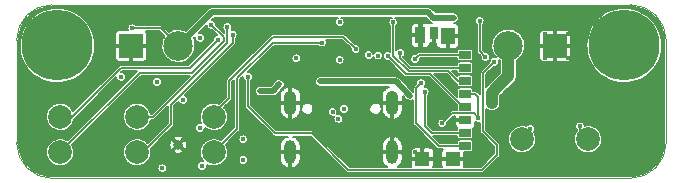
<source format=gbl>
G04 #@! TF.GenerationSoftware,KiCad,Pcbnew,(6.0.0)*
G04 #@! TF.CreationDate,2022-12-24T23:31:17+01:00*
G04 #@! TF.ProjectId,MinCab,4d696e43-6162-42e6-9b69-6361645f7063,rev?*
G04 #@! TF.SameCoordinates,Original*
G04 #@! TF.FileFunction,Copper,L4,Bot*
G04 #@! TF.FilePolarity,Positive*
%FSLAX46Y46*%
G04 Gerber Fmt 4.6, Leading zero omitted, Abs format (unit mm)*
G04 Created by KiCad (PCBNEW (6.0.0)) date 2022-12-24 23:31:17*
%MOMM*%
%LPD*%
G01*
G04 APERTURE LIST*
G04 #@! TA.AperFunction,Profile*
%ADD10C,0.050000*%
G04 #@! TD*
G04 #@! TA.AperFunction,ComponentPad*
%ADD11C,6.000000*%
G04 #@! TD*
G04 #@! TA.AperFunction,ComponentPad*
%ADD12C,0.800000*%
G04 #@! TD*
G04 #@! TA.AperFunction,ComponentPad*
%ADD13O,1.050000X2.100000*%
G04 #@! TD*
G04 #@! TA.AperFunction,ComponentPad*
%ADD14O,1.000000X2.000000*%
G04 #@! TD*
G04 #@! TA.AperFunction,SMDPad,CuDef*
%ADD15R,2.000000X2.000000*%
G04 #@! TD*
G04 #@! TA.AperFunction,SMDPad,CuDef*
%ADD16C,2.000000*%
G04 #@! TD*
G04 #@! TA.AperFunction,SMDPad,CuDef*
%ADD17C,2.500000*%
G04 #@! TD*
G04 #@! TA.AperFunction,SMDPad,CuDef*
%ADD18R,1.200000X1.150000*%
G04 #@! TD*
G04 #@! TA.AperFunction,SMDPad,CuDef*
%ADD19R,1.200000X1.450000*%
G04 #@! TD*
G04 #@! TA.AperFunction,SMDPad,CuDef*
%ADD20R,0.700000X1.000000*%
G04 #@! TD*
G04 #@! TA.AperFunction,SMDPad,CuDef*
%ADD21R,0.900000X1.400000*%
G04 #@! TD*
G04 #@! TA.AperFunction,SMDPad,CuDef*
%ADD22R,1.000000X0.700000*%
G04 #@! TD*
G04 #@! TA.AperFunction,ViaPad*
%ADD23C,0.450000*%
G04 #@! TD*
G04 #@! TA.AperFunction,Conductor*
%ADD24C,0.130000*%
G04 #@! TD*
G04 #@! TA.AperFunction,Conductor*
%ADD25C,1.000000*%
G04 #@! TD*
G04 #@! TA.AperFunction,Conductor*
%ADD26C,0.500000*%
G04 #@! TD*
G04 #@! TA.AperFunction,Conductor*
%ADD27C,0.127000*%
G04 #@! TD*
G04 APERTURE END LIST*
D10*
X117300000Y-91200000D02*
G75*
G03*
X120300000Y-94200000I3000001J1D01*
G01*
X172300000Y-82500000D02*
X172300000Y-91200000D01*
X169300000Y-94200000D02*
X120300000Y-94200000D01*
X172300000Y-82500000D02*
G75*
G03*
X169300000Y-79500000I-3000001J-1D01*
G01*
X169300000Y-94200000D02*
G75*
G03*
X172300000Y-91200000I-1J3000001D01*
G01*
X120300000Y-79500000D02*
X169300000Y-79500000D01*
X120300000Y-79500000D02*
G75*
G03*
X117300000Y-82500000I1J-3000001D01*
G01*
X117300000Y-82500000D02*
X117300000Y-91200000D01*
D11*
X120750000Y-82950000D03*
X168750000Y-82950000D03*
D12*
X131000000Y-91350000D03*
D13*
X140480000Y-87820000D03*
D14*
X140480000Y-92000000D03*
X149120000Y-92000000D03*
D13*
X149120000Y-87820000D03*
D15*
X127000000Y-83000000D03*
D16*
X134000000Y-92000000D03*
X134000000Y-89000000D03*
X121000000Y-89000000D03*
X165700000Y-90900000D03*
D17*
X131000000Y-83000000D03*
D16*
X127500000Y-92000000D03*
D18*
X154240000Y-92525000D03*
X151650000Y-92525000D03*
D19*
X153800000Y-82125000D03*
D20*
X152650000Y-81900000D03*
D21*
X151500000Y-82100000D03*
D22*
X155290000Y-83750000D03*
X155290000Y-84850000D03*
X155290000Y-85950000D03*
X155290000Y-87050000D03*
X155290000Y-88150000D03*
X155290000Y-89250000D03*
X155290000Y-90350000D03*
X155290000Y-91450000D03*
D15*
X162910000Y-83000000D03*
D16*
X160100000Y-90900000D03*
X121000000Y-92000000D03*
D17*
X158940000Y-82980000D03*
D16*
X127500000Y-89000000D03*
D23*
X126150000Y-85600000D03*
X132842000Y-82296000D03*
X129200000Y-86050000D03*
X141000000Y-84050000D03*
X119000000Y-89000000D03*
X166000000Y-80000000D03*
X160000000Y-80000000D03*
X154000000Y-93000000D03*
X118000000Y-88000000D03*
X163000000Y-87000000D03*
X171000000Y-91000000D03*
X163000000Y-91000000D03*
X164000000Y-84000000D03*
X171000000Y-89000000D03*
X126000000Y-80000000D03*
X162000000Y-80000000D03*
X151600000Y-81000000D03*
X142000000Y-91000000D03*
X165000000Y-85000000D03*
X150000000Y-91000000D03*
X163000000Y-83000000D03*
X168000000Y-88000000D03*
X133500000Y-86700000D03*
X168000000Y-90000000D03*
X155500000Y-80800000D03*
X153000000Y-92000000D03*
X157000000Y-92000000D03*
X164000000Y-90000000D03*
X169000000Y-87000000D03*
X167000000Y-93000000D03*
X163000000Y-85000000D03*
X123000000Y-87000000D03*
X128000000Y-80000000D03*
X169000000Y-89000000D03*
X165000000Y-93000000D03*
X162000000Y-84000000D03*
X165000000Y-81000000D03*
X170000000Y-88000000D03*
X162000000Y-92000000D03*
X123000000Y-93000000D03*
X157750000Y-85250000D03*
X132000000Y-80000000D03*
X162000000Y-90000000D03*
X118000000Y-86000000D03*
X146000000Y-93000000D03*
X144000000Y-93000000D03*
X119000000Y-91000000D03*
X136950000Y-82700000D03*
X158000000Y-80000000D03*
X150000000Y-93000000D03*
X146400000Y-81000000D03*
X130000000Y-80000000D03*
X167000000Y-89000000D03*
X159000000Y-81000000D03*
X147000000Y-92000000D03*
X170000000Y-90000000D03*
X169000000Y-93000000D03*
X161000000Y-87000000D03*
X171000000Y-87000000D03*
X121000000Y-87000000D03*
X143253368Y-83680043D03*
X143600000Y-81000000D03*
X161000000Y-83000000D03*
X154000000Y-88000000D03*
X148000000Y-91000000D03*
X163000000Y-93000000D03*
X145000000Y-92000000D03*
X152000000Y-93000000D03*
X158000000Y-90000000D03*
X123000000Y-91000000D03*
X156000000Y-93000000D03*
X168000000Y-92000000D03*
X166000000Y-86000000D03*
X151000000Y-92000000D03*
X162000000Y-82000000D03*
X169000000Y-91000000D03*
X163000000Y-81000000D03*
X150400000Y-81000000D03*
X118000000Y-92000000D03*
X164000000Y-82000000D03*
X164000000Y-92000000D03*
X161000000Y-81000000D03*
X161000000Y-93000000D03*
X164000000Y-80000000D03*
X165000000Y-83000000D03*
X119000000Y-87000000D03*
X142240000Y-84074000D03*
X118000000Y-90000000D03*
X170000000Y-92000000D03*
X124000000Y-80000000D03*
X148000000Y-93000000D03*
X167000000Y-87000000D03*
X146000000Y-91000000D03*
X119000000Y-93000000D03*
X160100000Y-85200000D03*
X156400000Y-89100000D03*
X153350000Y-89550000D03*
X157750000Y-84350000D03*
X136900000Y-85600000D03*
X157000000Y-83930500D03*
X156500000Y-80850000D03*
X149800000Y-83600000D03*
X151052236Y-84103267D03*
X151550000Y-86150000D03*
X151850000Y-86850000D03*
X149200000Y-81000000D03*
X148750000Y-83850000D03*
X135150000Y-81400000D03*
X143150000Y-82700000D03*
X145999474Y-83250496D03*
X133800000Y-81204500D03*
X133000000Y-93150000D03*
X147100000Y-83750000D03*
X147900000Y-83800000D03*
X129650000Y-93350000D03*
X135600000Y-82025000D03*
X134350000Y-82450000D03*
X143000000Y-86000000D03*
X157550000Y-87800000D03*
X150600000Y-87200000D03*
X157550000Y-86950000D03*
X137900000Y-86800000D03*
X139550000Y-86250000D03*
X154300000Y-80600000D03*
X127100000Y-81500000D03*
X152600000Y-80600000D03*
X131200000Y-83400000D03*
X144650000Y-84150000D03*
X165000000Y-89800000D03*
X160800000Y-90000000D03*
X144650000Y-81000000D03*
X136500000Y-92650000D03*
X144550000Y-89150000D03*
X136500000Y-90900000D03*
X144050000Y-88550000D03*
X145028368Y-88328368D03*
X132800000Y-89950000D03*
X131396632Y-87546632D03*
D24*
X156400000Y-87300000D02*
X156150000Y-87050000D01*
X156150000Y-87050000D02*
X155290000Y-87050000D01*
X156400000Y-89100000D02*
X156400000Y-87300000D01*
X154194511Y-88705489D02*
X156005489Y-88705489D01*
X156005489Y-88705489D02*
X156400000Y-89100000D01*
X153350000Y-89550000D02*
X154194511Y-88705489D01*
X139196639Y-90400000D02*
X142300000Y-90400000D01*
X156700000Y-93500000D02*
X158000000Y-92200000D01*
X156819511Y-90219511D02*
X156819511Y-85280489D01*
X145400000Y-93500000D02*
X156700000Y-93500000D01*
X158000000Y-92200000D02*
X158000000Y-91400000D01*
X156819511Y-85280489D02*
X157750000Y-84350000D01*
X136900000Y-88103361D02*
X139196639Y-90400000D01*
X142300000Y-90400000D02*
X145400000Y-93500000D01*
X158000000Y-91400000D02*
X156819511Y-90219511D01*
X136900000Y-85600000D02*
X136900000Y-88103361D01*
X157000000Y-83930500D02*
X156500000Y-83430500D01*
X156500000Y-83430500D02*
X156500000Y-80850000D01*
X150600000Y-84850000D02*
X155290000Y-84850000D01*
X149800000Y-84050000D02*
X150600000Y-84850000D01*
X149800000Y-83600000D02*
X149800000Y-84050000D01*
X151450000Y-83750000D02*
X151405503Y-83750000D01*
X151405503Y-83750000D02*
X151052236Y-84103267D01*
X155290000Y-83750000D02*
X151450000Y-83750000D01*
X153050000Y-91450000D02*
X151150000Y-89550000D01*
X155290000Y-91450000D02*
X153050000Y-91450000D01*
X151150000Y-89550000D02*
X151150000Y-86550000D01*
X151150000Y-86550000D02*
X151550000Y-86150000D01*
X152450000Y-90350000D02*
X155290000Y-90350000D01*
X151850000Y-86850000D02*
X151850000Y-89750000D01*
X151850000Y-89750000D02*
X152450000Y-90350000D01*
X153809520Y-85109520D02*
X150492503Y-85109519D01*
X150492503Y-85109519D02*
X149200000Y-83817016D01*
X155290000Y-85950000D02*
X154650000Y-85950000D01*
X149200000Y-83817016D02*
X149200000Y-81000000D01*
X154650000Y-85950000D02*
X153809520Y-85109520D01*
X155100000Y-88150000D02*
X155290000Y-88150000D01*
X150269038Y-85369038D02*
X152319040Y-85369040D01*
X148750000Y-83850000D02*
X150269038Y-85369038D01*
X152319040Y-85369040D02*
X155100000Y-88150000D01*
X128850000Y-89000000D02*
X127500000Y-89000000D01*
X135150000Y-82700000D02*
X128850000Y-89000000D01*
X135150000Y-81400000D02*
X135150000Y-82700000D01*
X136000000Y-90000000D02*
X134000000Y-92000000D01*
X139000000Y-82700000D02*
X136000000Y-85700000D01*
X136000000Y-85700000D02*
X136000000Y-90000000D01*
X143150000Y-82700000D02*
X139000000Y-82700000D01*
X144948978Y-82200000D02*
X139050000Y-82200000D01*
X135300000Y-85950000D02*
X135300000Y-87400000D01*
X145999474Y-83250496D02*
X144948978Y-82200000D01*
X139050000Y-82200000D02*
X135300000Y-85950000D01*
X135300000Y-87400000D02*
X134000000Y-88700000D01*
X134000000Y-88700000D02*
X134000000Y-89000000D01*
X134850000Y-82550000D02*
X132139980Y-85260020D01*
X127739980Y-85260020D02*
X121000000Y-92000000D01*
X133800000Y-81204500D02*
X134850000Y-82254500D01*
X132139980Y-85260020D02*
X127739980Y-85260020D01*
X134850000Y-82254500D02*
X134850000Y-82550000D01*
X130400000Y-89600000D02*
X128000000Y-92000000D01*
X130400000Y-87950000D02*
X130400000Y-89600000D01*
X135600000Y-82025000D02*
X135600000Y-82750000D01*
X135600000Y-82750000D02*
X130400000Y-87950000D01*
X121000000Y-89000000D02*
X122000000Y-89000000D01*
X131950000Y-84850000D02*
X134350000Y-82450000D01*
X126150000Y-84850000D02*
X131950000Y-84850000D01*
X122000000Y-89000000D02*
X126150000Y-84850000D01*
D25*
X157550000Y-86950000D02*
X157550000Y-87800000D01*
D26*
X150600000Y-87200000D02*
X149400000Y-86000000D01*
D25*
X158000000Y-86500000D02*
X157550000Y-86950000D01*
X158940000Y-85570000D02*
X158940000Y-82980000D01*
X158010000Y-86500000D02*
X158940000Y-85570000D01*
D26*
X139000000Y-86800000D02*
X139550000Y-86250000D01*
D25*
X158010000Y-86500000D02*
X158000000Y-86500000D01*
D26*
X137900000Y-86800000D02*
X139000000Y-86800000D01*
X149400000Y-86000000D02*
X143000000Y-86000000D01*
D24*
X131000000Y-83200000D02*
X131000000Y-83000000D01*
X127100000Y-81500000D02*
X129500000Y-81500000D01*
D26*
X141250000Y-80150000D02*
X152150000Y-80150000D01*
D24*
X129500000Y-81500000D02*
X131000000Y-83000000D01*
D26*
X142250000Y-80150000D02*
X133850000Y-80150000D01*
X152600000Y-80600000D02*
X154300000Y-80600000D01*
D24*
X131200000Y-83400000D02*
X131000000Y-83200000D01*
D26*
X152150000Y-80150000D02*
X152600000Y-80600000D01*
X133850000Y-80150000D02*
X131000000Y-83000000D01*
D24*
X165000000Y-89800000D02*
X165000000Y-90200000D01*
X165000000Y-90200000D02*
X165700000Y-90900000D01*
X160800000Y-90200000D02*
X160100000Y-90900000D01*
X160800000Y-90000000D02*
X160800000Y-90200000D01*
D27*
X169283824Y-79691850D02*
X169316177Y-79691850D01*
X169320321Y-79690740D01*
X169614667Y-79707270D01*
X169925377Y-79760062D01*
X170228217Y-79847308D01*
X170519390Y-79967917D01*
X170795216Y-80120361D01*
X171052261Y-80302743D01*
X171287253Y-80512747D01*
X171497257Y-80747739D01*
X171679639Y-81004784D01*
X171832083Y-81280610D01*
X171952692Y-81571783D01*
X172039938Y-81874623D01*
X172092730Y-82185333D01*
X172109260Y-82479679D01*
X172108150Y-82483823D01*
X172108150Y-82516176D01*
X172110500Y-82524947D01*
X172110500Y-91175053D01*
X172108150Y-91183824D01*
X172108150Y-91216177D01*
X172109260Y-91220321D01*
X172092730Y-91514667D01*
X172039938Y-91825377D01*
X171952692Y-92128217D01*
X171832083Y-92419390D01*
X171679639Y-92695216D01*
X171497257Y-92952261D01*
X171287253Y-93187253D01*
X171052261Y-93397257D01*
X170795216Y-93579639D01*
X170519390Y-93732083D01*
X170228217Y-93852692D01*
X169925377Y-93939938D01*
X169614667Y-93992730D01*
X169320321Y-94009260D01*
X169316177Y-94008150D01*
X169283824Y-94008150D01*
X169275053Y-94010500D01*
X120324947Y-94010500D01*
X120316176Y-94008150D01*
X120283823Y-94008150D01*
X120279679Y-94009260D01*
X119985333Y-93992730D01*
X119674623Y-93939938D01*
X119371783Y-93852692D01*
X119080610Y-93732083D01*
X118804784Y-93579639D01*
X118547739Y-93397257D01*
X118505799Y-93359777D01*
X129228338Y-93359777D01*
X129245954Y-93471002D01*
X129251997Y-93489600D01*
X129303122Y-93589937D01*
X129314616Y-93605756D01*
X129394244Y-93685384D01*
X129410063Y-93696878D01*
X129510400Y-93748003D01*
X129528998Y-93754046D01*
X129640223Y-93771662D01*
X129659777Y-93771662D01*
X129771002Y-93754046D01*
X129789600Y-93748003D01*
X129889937Y-93696878D01*
X129905756Y-93685384D01*
X129985384Y-93605756D01*
X129996878Y-93589937D01*
X130048003Y-93489600D01*
X130054046Y-93471002D01*
X130071662Y-93359777D01*
X130071662Y-93340223D01*
X130054046Y-93228998D01*
X130048003Y-93210400D01*
X129996878Y-93110063D01*
X129985384Y-93094244D01*
X129905756Y-93014616D01*
X129889937Y-93003122D01*
X129789600Y-92951997D01*
X129771002Y-92945954D01*
X129659777Y-92928338D01*
X129640223Y-92928338D01*
X129528998Y-92945954D01*
X129510400Y-92951997D01*
X129410063Y-93003122D01*
X129394244Y-93014616D01*
X129314616Y-93094244D01*
X129303122Y-93110063D01*
X129251997Y-93210400D01*
X129245954Y-93228998D01*
X129228338Y-93340223D01*
X129228338Y-93359777D01*
X118505799Y-93359777D01*
X118312747Y-93187253D01*
X118102743Y-92952261D01*
X117920361Y-92695216D01*
X117767917Y-92419390D01*
X117647308Y-92128217D01*
X117602985Y-91974368D01*
X119802680Y-91974368D01*
X119816269Y-92181695D01*
X119818058Y-92192992D01*
X119869202Y-92394370D01*
X119873020Y-92405151D01*
X119960005Y-92593837D01*
X119965724Y-92603742D01*
X120085638Y-92773417D01*
X120093066Y-92782115D01*
X120241893Y-92927096D01*
X120250782Y-92934294D01*
X120423538Y-93049726D01*
X120433590Y-93055184D01*
X120624489Y-93137200D01*
X120635366Y-93140734D01*
X120838014Y-93186589D01*
X120849354Y-93188082D01*
X121056965Y-93196239D01*
X121068387Y-93195640D01*
X121274009Y-93165826D01*
X121285131Y-93163156D01*
X121481876Y-93096370D01*
X121492325Y-93091718D01*
X121673604Y-92990197D01*
X121683030Y-92983719D01*
X121842774Y-92850862D01*
X121850862Y-92842774D01*
X121983719Y-92683030D01*
X121990197Y-92673604D01*
X122091718Y-92492325D01*
X122096370Y-92481876D01*
X122163156Y-92285131D01*
X122165826Y-92274009D01*
X122195640Y-92068387D01*
X122196266Y-92061055D01*
X122197822Y-92001636D01*
X122197581Y-91994281D01*
X122178570Y-91787381D01*
X122176485Y-91776135D01*
X122120087Y-91576164D01*
X122115989Y-91565486D01*
X122024094Y-91379142D01*
X122018117Y-91369390D01*
X122008438Y-91356429D01*
X127305089Y-86059777D01*
X128778338Y-86059777D01*
X128795954Y-86171002D01*
X128801997Y-86189600D01*
X128853122Y-86289937D01*
X128864616Y-86305756D01*
X128944244Y-86385384D01*
X128960063Y-86396878D01*
X129060400Y-86448003D01*
X129078998Y-86454046D01*
X129190223Y-86471662D01*
X129209777Y-86471662D01*
X129321002Y-86454046D01*
X129339600Y-86448003D01*
X129439937Y-86396878D01*
X129455756Y-86385384D01*
X129535384Y-86305756D01*
X129546878Y-86289937D01*
X129598003Y-86189600D01*
X129604046Y-86171002D01*
X129621662Y-86059777D01*
X129621662Y-86040223D01*
X129604046Y-85928998D01*
X129598003Y-85910400D01*
X129546878Y-85810063D01*
X129535384Y-85794244D01*
X129455756Y-85714616D01*
X129439937Y-85703122D01*
X129339600Y-85651997D01*
X129321002Y-85645954D01*
X129209777Y-85628338D01*
X129190223Y-85628338D01*
X129078998Y-85645954D01*
X129060400Y-85651997D01*
X128960063Y-85703122D01*
X128944244Y-85714616D01*
X128864616Y-85794244D01*
X128853122Y-85810063D01*
X128801997Y-85910400D01*
X128795954Y-85928998D01*
X128778338Y-86040223D01*
X128778338Y-86059777D01*
X127305089Y-86059777D01*
X127846846Y-85518020D01*
X131967114Y-85518020D01*
X128743134Y-88742000D01*
X128666858Y-88742000D01*
X128620087Y-88576164D01*
X128615989Y-88565486D01*
X128524094Y-88379142D01*
X128518117Y-88369390D01*
X128393802Y-88202912D01*
X128386149Y-88194412D01*
X128233578Y-88053377D01*
X128224504Y-88046414D01*
X128048786Y-87935544D01*
X128038595Y-87930351D01*
X127845615Y-87853360D01*
X127834648Y-87850112D01*
X127630869Y-87809578D01*
X127619494Y-87808382D01*
X127411740Y-87805662D01*
X127400338Y-87806560D01*
X127195568Y-87841746D01*
X127184520Y-87844706D01*
X126989590Y-87916619D01*
X126979266Y-87921543D01*
X126800706Y-88027775D01*
X126791453Y-88034498D01*
X126635242Y-88171491D01*
X126627369Y-88179788D01*
X126498739Y-88342955D01*
X126492509Y-88352547D01*
X126395768Y-88536422D01*
X126391391Y-88546989D01*
X126329778Y-88745415D01*
X126327400Y-88756603D01*
X126302979Y-88962934D01*
X126302680Y-88974368D01*
X126316269Y-89181695D01*
X126318058Y-89192992D01*
X126369202Y-89394370D01*
X126373020Y-89405151D01*
X126460005Y-89593837D01*
X126465724Y-89603742D01*
X126585638Y-89773417D01*
X126593066Y-89782115D01*
X126741893Y-89927096D01*
X126750782Y-89934294D01*
X126923538Y-90049726D01*
X126933590Y-90055184D01*
X127124489Y-90137200D01*
X127135366Y-90140734D01*
X127338014Y-90186589D01*
X127349354Y-90188082D01*
X127556965Y-90196239D01*
X127568387Y-90195640D01*
X127774009Y-90165826D01*
X127785131Y-90163156D01*
X127981876Y-90096370D01*
X127992325Y-90091718D01*
X128173604Y-89990197D01*
X128183030Y-89983719D01*
X128342774Y-89850862D01*
X128350862Y-89842774D01*
X128483719Y-89683030D01*
X128490197Y-89673604D01*
X128591718Y-89492325D01*
X128596370Y-89481876D01*
X128663156Y-89285131D01*
X128665826Y-89274009D01*
X128668147Y-89258000D01*
X128805999Y-89258000D01*
X128806591Y-89258208D01*
X128834213Y-89261356D01*
X128864370Y-89258000D01*
X128872042Y-89258000D01*
X128885941Y-89256435D01*
X128893092Y-89254804D01*
X128922860Y-89251491D01*
X128949114Y-89242347D01*
X128949925Y-89241839D01*
X128950860Y-89241626D01*
X128975911Y-89229570D01*
X128999327Y-89210911D01*
X129005698Y-89206922D01*
X129016725Y-89198142D01*
X129022117Y-89192750D01*
X129045667Y-89173984D01*
X129063010Y-89152259D01*
X129063385Y-89151482D01*
X130142000Y-88072867D01*
X130142000Y-89493133D01*
X128410227Y-91224907D01*
X128393802Y-91202912D01*
X128386149Y-91194412D01*
X128233578Y-91053377D01*
X128224504Y-91046414D01*
X128048786Y-90935544D01*
X128038595Y-90930351D01*
X127845615Y-90853360D01*
X127834648Y-90850112D01*
X127630869Y-90809578D01*
X127619494Y-90808382D01*
X127411740Y-90805662D01*
X127400338Y-90806560D01*
X127195568Y-90841746D01*
X127184520Y-90844706D01*
X126989590Y-90916619D01*
X126979266Y-90921543D01*
X126800706Y-91027775D01*
X126791453Y-91034498D01*
X126635242Y-91171491D01*
X126627369Y-91179788D01*
X126498739Y-91342955D01*
X126492509Y-91352547D01*
X126395768Y-91536422D01*
X126391391Y-91546989D01*
X126329778Y-91745415D01*
X126327400Y-91756603D01*
X126302979Y-91962934D01*
X126302680Y-91974368D01*
X126316269Y-92181695D01*
X126318058Y-92192992D01*
X126369202Y-92394370D01*
X126373020Y-92405151D01*
X126460005Y-92593837D01*
X126465724Y-92603742D01*
X126585638Y-92773417D01*
X126593066Y-92782115D01*
X126741893Y-92927096D01*
X126750782Y-92934294D01*
X126923538Y-93049726D01*
X126933590Y-93055184D01*
X127124489Y-93137200D01*
X127135366Y-93140734D01*
X127338014Y-93186589D01*
X127349354Y-93188082D01*
X127556965Y-93196239D01*
X127568387Y-93195640D01*
X127774009Y-93165826D01*
X127785131Y-93163156D01*
X127981876Y-93096370D01*
X127992325Y-93091718D01*
X128173604Y-92990197D01*
X128183030Y-92983719D01*
X128342774Y-92850862D01*
X128350862Y-92842774D01*
X128483719Y-92683030D01*
X128490197Y-92673604D01*
X128591718Y-92492325D01*
X128596370Y-92481876D01*
X128663156Y-92285131D01*
X128665826Y-92274009D01*
X128695640Y-92068387D01*
X128696266Y-92061055D01*
X128697822Y-92001636D01*
X128697581Y-91994281D01*
X128692677Y-91940906D01*
X130558726Y-91940906D01*
X130577032Y-91985100D01*
X130591403Y-91995832D01*
X130710597Y-92060550D01*
X130724560Y-92066078D01*
X130888441Y-92109071D01*
X130903319Y-92111109D01*
X131072725Y-92113770D01*
X131087660Y-92112201D01*
X131252811Y-92074377D01*
X131266940Y-92069290D01*
X131408305Y-91998191D01*
X131439562Y-91961980D01*
X131436059Y-91914273D01*
X131424417Y-91898161D01*
X131044194Y-91517938D01*
X131000000Y-91499632D01*
X130955806Y-91517938D01*
X130577032Y-91896712D01*
X130558726Y-91940906D01*
X128692677Y-91940906D01*
X128678570Y-91787381D01*
X128676485Y-91776135D01*
X128657180Y-91707687D01*
X129015393Y-91349474D01*
X130232775Y-91349474D01*
X130251367Y-91517878D01*
X130254797Y-91532499D01*
X130313022Y-91691606D01*
X130319839Y-91704986D01*
X130358432Y-91762419D01*
X130398275Y-91788891D01*
X130445167Y-91779436D01*
X130454502Y-91771754D01*
X130832062Y-91394194D01*
X130850368Y-91350000D01*
X131149632Y-91350000D01*
X131167938Y-91394194D01*
X131546095Y-91772351D01*
X131590289Y-91790657D01*
X131634483Y-91772351D01*
X131641044Y-91764628D01*
X131668675Y-91726175D01*
X131675910Y-91713016D01*
X131739104Y-91555816D01*
X131742991Y-91541310D01*
X131766863Y-91373573D01*
X131767483Y-91365423D01*
X131767638Y-91350656D01*
X131767188Y-91342492D01*
X131746834Y-91174292D01*
X131743252Y-91159708D01*
X131683363Y-91001219D01*
X131676406Y-90987910D01*
X131641344Y-90936895D01*
X131601225Y-90910843D01*
X131554435Y-90920788D01*
X131545642Y-90928102D01*
X131167938Y-91305806D01*
X131149632Y-91350000D01*
X130850368Y-91350000D01*
X130832062Y-91305806D01*
X130454159Y-90927903D01*
X130409965Y-90909597D01*
X130365771Y-90927903D01*
X130358831Y-90936159D01*
X130327423Y-90980847D01*
X130320326Y-90994082D01*
X130258781Y-91151936D01*
X130255047Y-91166481D01*
X130232933Y-91334458D01*
X130232775Y-91349474D01*
X129015393Y-91349474D01*
X129625680Y-90739187D01*
X130560780Y-90739187D01*
X130564783Y-90786855D01*
X130576127Y-90802383D01*
X130955806Y-91182062D01*
X131000000Y-91200368D01*
X131044194Y-91182062D01*
X131423391Y-90802865D01*
X131441697Y-90758671D01*
X131423391Y-90714477D01*
X131408443Y-90703436D01*
X131281946Y-90636459D01*
X131267926Y-90631077D01*
X131103604Y-90589802D01*
X131088705Y-90587920D01*
X130919280Y-90587033D01*
X130904363Y-90588759D01*
X130739618Y-90628311D01*
X130725542Y-90633546D01*
X130591655Y-90702651D01*
X130560780Y-90739187D01*
X129625680Y-90739187D01*
X130551318Y-89813549D01*
X130551887Y-89813276D01*
X130573643Y-89795970D01*
X130592593Y-89772274D01*
X130598020Y-89766847D01*
X130606740Y-89755915D01*
X130610647Y-89749699D01*
X130629351Y-89726310D01*
X130641449Y-89701284D01*
X130641664Y-89700350D01*
X130642176Y-89699535D01*
X130651363Y-89673298D01*
X130654727Y-89643542D01*
X130656410Y-89636223D01*
X130658000Y-89622215D01*
X130658000Y-89614591D01*
X130661383Y-89584668D01*
X130658284Y-89557041D01*
X130658000Y-89556228D01*
X130658000Y-88056867D01*
X131008757Y-87706110D01*
X131049754Y-87786569D01*
X131061248Y-87802388D01*
X131140876Y-87882016D01*
X131156695Y-87893510D01*
X131257032Y-87944635D01*
X131275630Y-87950678D01*
X131386855Y-87968294D01*
X131406409Y-87968294D01*
X131517634Y-87950678D01*
X131536232Y-87944635D01*
X131636569Y-87893510D01*
X131652388Y-87882016D01*
X131732016Y-87802388D01*
X131743510Y-87786569D01*
X131794635Y-87686232D01*
X131800678Y-87667634D01*
X131818294Y-87556409D01*
X131818294Y-87536855D01*
X131800678Y-87425630D01*
X131794635Y-87407032D01*
X131743510Y-87306695D01*
X131732016Y-87290876D01*
X131652388Y-87211248D01*
X131636569Y-87199754D01*
X131556110Y-87158757D01*
X135751318Y-82963549D01*
X135751887Y-82963276D01*
X135773643Y-82945970D01*
X135792593Y-82922274D01*
X135798020Y-82916847D01*
X135806740Y-82905915D01*
X135810647Y-82899699D01*
X135829351Y-82876310D01*
X135841449Y-82851284D01*
X135841664Y-82850350D01*
X135842176Y-82849535D01*
X135851363Y-82823298D01*
X135854727Y-82793542D01*
X135856410Y-82786223D01*
X135858000Y-82772215D01*
X135858000Y-82764591D01*
X135861383Y-82734668D01*
X135858284Y-82707041D01*
X135858000Y-82706228D01*
X135858000Y-82358140D01*
X135935384Y-82280756D01*
X135946878Y-82264937D01*
X135998003Y-82164600D01*
X136004046Y-82146002D01*
X136021662Y-82034777D01*
X136021662Y-82015223D01*
X136004046Y-81903998D01*
X135998003Y-81885400D01*
X135946878Y-81785063D01*
X135935384Y-81769244D01*
X135855756Y-81689616D01*
X135839937Y-81678122D01*
X135739600Y-81626997D01*
X135721002Y-81620954D01*
X135609777Y-81603338D01*
X135590223Y-81603338D01*
X135508969Y-81616207D01*
X135548003Y-81539600D01*
X135554046Y-81521002D01*
X135571662Y-81409777D01*
X135571662Y-81390223D01*
X135554046Y-81278998D01*
X135548003Y-81260400D01*
X135496878Y-81160063D01*
X135485384Y-81144244D01*
X135405756Y-81064616D01*
X135389937Y-81053122D01*
X135289600Y-81001997D01*
X135271002Y-80995954D01*
X135159777Y-80978338D01*
X135140223Y-80978338D01*
X135028998Y-80995954D01*
X135010400Y-81001997D01*
X134910063Y-81053122D01*
X134894244Y-81064616D01*
X134814616Y-81144244D01*
X134803122Y-81160063D01*
X134751997Y-81260400D01*
X134745954Y-81278998D01*
X134728338Y-81390223D01*
X134728338Y-81409777D01*
X134745954Y-81521002D01*
X134751997Y-81539600D01*
X134803122Y-81639937D01*
X134814616Y-81655756D01*
X134892000Y-81733140D01*
X134892000Y-81931633D01*
X134215233Y-81254867D01*
X134221662Y-81214277D01*
X134221662Y-81194723D01*
X134204046Y-81083498D01*
X134198003Y-81064900D01*
X134146878Y-80964563D01*
X134135384Y-80948744D01*
X134055756Y-80869116D01*
X134039937Y-80857622D01*
X133939600Y-80806497D01*
X133921002Y-80800454D01*
X133839026Y-80787471D01*
X134033497Y-80593000D01*
X144547649Y-80593000D01*
X144528998Y-80595954D01*
X144510400Y-80601997D01*
X144410063Y-80653122D01*
X144394244Y-80664616D01*
X144314616Y-80744244D01*
X144303122Y-80760063D01*
X144251997Y-80860400D01*
X144245954Y-80878998D01*
X144228338Y-80990223D01*
X144228338Y-81009777D01*
X144245954Y-81121002D01*
X144251997Y-81139600D01*
X144303122Y-81239937D01*
X144314616Y-81255756D01*
X144394244Y-81335384D01*
X144410063Y-81346878D01*
X144510400Y-81398003D01*
X144528998Y-81404046D01*
X144640223Y-81421662D01*
X144659777Y-81421662D01*
X144771002Y-81404046D01*
X144789600Y-81398003D01*
X144889937Y-81346878D01*
X144905756Y-81335384D01*
X144985384Y-81255756D01*
X144996878Y-81239937D01*
X145048003Y-81139600D01*
X145054046Y-81121002D01*
X145071662Y-81009777D01*
X145071662Y-80990223D01*
X145054046Y-80878998D01*
X145048003Y-80860400D01*
X144996878Y-80760063D01*
X144985384Y-80744244D01*
X144905756Y-80664616D01*
X144889937Y-80653122D01*
X144789600Y-80601997D01*
X144771002Y-80595954D01*
X144752351Y-80593000D01*
X149097649Y-80593000D01*
X149078998Y-80595954D01*
X149060400Y-80601997D01*
X148960063Y-80653122D01*
X148944244Y-80664616D01*
X148864616Y-80744244D01*
X148853122Y-80760063D01*
X148801997Y-80860400D01*
X148795954Y-80878998D01*
X148778338Y-80990223D01*
X148778338Y-81009777D01*
X148795954Y-81121002D01*
X148801997Y-81139600D01*
X148853122Y-81239937D01*
X148864616Y-81255756D01*
X148942000Y-81333140D01*
X148942000Y-83478697D01*
X148889600Y-83451997D01*
X148871002Y-83445954D01*
X148759777Y-83428338D01*
X148740223Y-83428338D01*
X148628998Y-83445954D01*
X148610400Y-83451997D01*
X148510063Y-83503122D01*
X148494244Y-83514616D01*
X148414616Y-83594244D01*
X148403122Y-83610063D01*
X148351997Y-83710400D01*
X148345954Y-83728998D01*
X148328338Y-83840223D01*
X148328338Y-83859777D01*
X148345954Y-83971002D01*
X148351997Y-83989600D01*
X148403122Y-84089937D01*
X148414616Y-84105756D01*
X148494244Y-84185384D01*
X148510063Y-84196878D01*
X148610400Y-84248003D01*
X148628998Y-84254046D01*
X148740223Y-84271662D01*
X148759777Y-84271662D01*
X148800366Y-84265233D01*
X150055488Y-85520354D01*
X150055762Y-85520925D01*
X150073068Y-85542681D01*
X150096769Y-85561635D01*
X150102191Y-85567057D01*
X150113127Y-85575779D01*
X150119333Y-85579680D01*
X150142727Y-85598388D01*
X150167757Y-85610488D01*
X150168692Y-85610703D01*
X150169502Y-85611212D01*
X150195740Y-85620400D01*
X150225487Y-85623763D01*
X150232815Y-85625448D01*
X150246823Y-85627038D01*
X150254456Y-85627038D01*
X150284370Y-85630420D01*
X150311996Y-85627322D01*
X150312809Y-85627038D01*
X152212173Y-85627040D01*
X154597000Y-88011867D01*
X154597001Y-88447489D01*
X154238512Y-88447489D01*
X154237920Y-88447281D01*
X154210298Y-88444133D01*
X154180141Y-88447489D01*
X154172469Y-88447489D01*
X154158570Y-88449054D01*
X154151419Y-88450685D01*
X154121651Y-88453998D01*
X154095397Y-88463142D01*
X154094586Y-88463650D01*
X154093651Y-88463863D01*
X154068600Y-88475919D01*
X154045184Y-88494578D01*
X154038813Y-88498567D01*
X154027786Y-88507347D01*
X154022395Y-88512738D01*
X153998844Y-88531505D01*
X153981501Y-88553230D01*
X153981126Y-88554007D01*
X153400367Y-89134767D01*
X153359777Y-89128338D01*
X153340223Y-89128338D01*
X153228998Y-89145954D01*
X153210400Y-89151997D01*
X153110063Y-89203122D01*
X153094244Y-89214616D01*
X153014616Y-89294244D01*
X153003122Y-89310063D01*
X152951997Y-89410400D01*
X152945954Y-89428998D01*
X152928338Y-89540223D01*
X152928338Y-89559777D01*
X152945954Y-89671002D01*
X152951997Y-89689600D01*
X153003122Y-89789937D01*
X153014616Y-89805756D01*
X153094244Y-89885384D01*
X153110063Y-89896878D01*
X153210400Y-89948003D01*
X153228998Y-89954046D01*
X153340223Y-89971662D01*
X153359777Y-89971662D01*
X153471002Y-89954046D01*
X153489600Y-89948003D01*
X153589937Y-89896878D01*
X153605756Y-89885384D01*
X153685384Y-89805756D01*
X153696878Y-89789937D01*
X153748003Y-89689600D01*
X153754046Y-89671002D01*
X153771662Y-89559777D01*
X153771662Y-89540223D01*
X153765233Y-89499634D01*
X154301377Y-88963489D01*
X154427500Y-88963489D01*
X154427500Y-89100000D01*
X154445806Y-89144194D01*
X154490000Y-89162500D01*
X155377500Y-89162500D01*
X155377500Y-89337500D01*
X154490000Y-89337500D01*
X154445806Y-89355806D01*
X154427500Y-89400000D01*
X154427500Y-89644574D01*
X154427938Y-89651958D01*
X154431050Y-89678113D01*
X154435993Y-89696100D01*
X154481360Y-89798236D01*
X154494323Y-89817098D01*
X154573418Y-89896055D01*
X154592302Y-89908985D01*
X154613456Y-89918337D01*
X154605772Y-89936888D01*
X154598201Y-89974952D01*
X154597000Y-89987145D01*
X154597000Y-90092000D01*
X152556867Y-90092000D01*
X152108000Y-89643134D01*
X152108000Y-87183140D01*
X152185384Y-87105756D01*
X152196878Y-87089937D01*
X152248003Y-86989600D01*
X152254046Y-86971002D01*
X152271662Y-86859777D01*
X152271662Y-86840223D01*
X152254046Y-86728998D01*
X152248003Y-86710400D01*
X152196878Y-86610063D01*
X152185384Y-86594244D01*
X152105756Y-86514616D01*
X152089937Y-86503122D01*
X151989600Y-86451997D01*
X151971002Y-86445954D01*
X151862388Y-86428752D01*
X151885384Y-86405756D01*
X151896878Y-86389937D01*
X151948003Y-86289600D01*
X151954046Y-86271002D01*
X151971662Y-86159777D01*
X151971662Y-86140223D01*
X151954046Y-86028998D01*
X151948003Y-86010400D01*
X151896878Y-85910063D01*
X151885384Y-85894244D01*
X151805756Y-85814616D01*
X151789937Y-85803122D01*
X151689600Y-85751997D01*
X151671002Y-85745954D01*
X151559777Y-85728338D01*
X151540223Y-85728338D01*
X151428998Y-85745954D01*
X151410400Y-85751997D01*
X151310063Y-85803122D01*
X151294244Y-85814616D01*
X151214616Y-85894244D01*
X151203122Y-85910063D01*
X151151997Y-86010400D01*
X151145954Y-86028998D01*
X151128338Y-86140223D01*
X151128338Y-86159777D01*
X151134767Y-86200367D01*
X150998684Y-86336450D01*
X150998113Y-86336724D01*
X150976357Y-86354030D01*
X150957403Y-86377731D01*
X150951981Y-86383153D01*
X150943259Y-86394087D01*
X150939352Y-86400303D01*
X150920650Y-86423689D01*
X150908551Y-86448716D01*
X150908336Y-86449650D01*
X150907824Y-86450465D01*
X150898636Y-86476703D01*
X150895273Y-86506459D01*
X150893590Y-86513775D01*
X150892000Y-86527785D01*
X150892000Y-86535415D01*
X150888618Y-86565333D01*
X150891716Y-86592958D01*
X150892000Y-86593771D01*
X150892000Y-86865503D01*
X149746676Y-85720180D01*
X149737827Y-85706475D01*
X149724014Y-85691296D01*
X149694618Y-85668122D01*
X149690898Y-85664402D01*
X149683041Y-85657745D01*
X149666090Y-85645632D01*
X149624536Y-85612873D01*
X149606549Y-85602985D01*
X149606282Y-85602891D01*
X149606051Y-85602726D01*
X149587619Y-85593696D01*
X149536953Y-85578544D01*
X149487033Y-85561013D01*
X149471717Y-85557716D01*
X149466140Y-85557233D01*
X149464294Y-85557153D01*
X149445894Y-85554829D01*
X149390637Y-85557000D01*
X142968392Y-85557000D01*
X142958130Y-85557848D01*
X142864783Y-85573385D01*
X142845366Y-85580033D01*
X142733885Y-85640185D01*
X142717669Y-85652764D01*
X142631683Y-85745783D01*
X142620415Y-85762936D01*
X142569195Y-85878793D01*
X142564091Y-85898672D01*
X142553161Y-86024873D01*
X142554771Y-86045333D01*
X142585309Y-86168271D01*
X142593460Y-86187107D01*
X142662173Y-86293525D01*
X142675986Y-86308704D01*
X142775465Y-86387127D01*
X142793449Y-86397014D01*
X142912967Y-86438986D01*
X142928283Y-86442284D01*
X142933860Y-86442767D01*
X142939253Y-86443000D01*
X148871081Y-86443000D01*
X148797909Y-86463155D01*
X148785357Y-86468125D01*
X148626796Y-86551725D01*
X148615604Y-86559274D01*
X148478694Y-86674972D01*
X148469384Y-86684748D01*
X148360512Y-86827147D01*
X148353519Y-86838694D01*
X148277765Y-87001149D01*
X148273414Y-87013929D01*
X148234312Y-87188862D01*
X148232904Y-87199007D01*
X148232597Y-87204498D01*
X148232500Y-87207987D01*
X148232500Y-87670000D01*
X148250806Y-87714194D01*
X148295000Y-87732500D01*
X149945000Y-87732500D01*
X149989194Y-87714194D01*
X150007500Y-87670000D01*
X150007500Y-87250217D01*
X150007134Y-87243467D01*
X150005935Y-87232431D01*
X150309102Y-87535598D01*
X150316958Y-87542255D01*
X150393951Y-87597275D01*
X150412381Y-87606304D01*
X150533743Y-87642599D01*
X150554105Y-87645171D01*
X150680681Y-87640198D01*
X150700778Y-87636036D01*
X150818919Y-87590331D01*
X150836584Y-87579884D01*
X150892000Y-87533302D01*
X150892000Y-89505999D01*
X150891792Y-89506591D01*
X150888644Y-89534213D01*
X150892000Y-89564370D01*
X150892000Y-89572042D01*
X150893565Y-89585941D01*
X150895196Y-89593092D01*
X150898509Y-89622860D01*
X150907653Y-89649114D01*
X150908161Y-89649925D01*
X150908374Y-89650860D01*
X150920430Y-89675911D01*
X150939089Y-89699327D01*
X150943078Y-89705698D01*
X150951858Y-89716725D01*
X150957250Y-89722117D01*
X150976016Y-89745667D01*
X150997741Y-89763010D01*
X150998518Y-89763385D01*
X152836451Y-91601318D01*
X152836724Y-91601887D01*
X152854030Y-91623643D01*
X152877726Y-91642593D01*
X152883153Y-91648020D01*
X152894085Y-91656740D01*
X152900301Y-91660647D01*
X152923690Y-91679351D01*
X152948716Y-91691449D01*
X152949650Y-91691664D01*
X152950465Y-91692176D01*
X152976703Y-91701364D01*
X153006459Y-91704727D01*
X153013775Y-91706410D01*
X153027785Y-91708000D01*
X153035415Y-91708000D01*
X153065333Y-91711382D01*
X153092958Y-91708284D01*
X153093771Y-91708000D01*
X153369319Y-91708000D01*
X153343945Y-91733418D01*
X153331015Y-91752303D01*
X153285826Y-91854519D01*
X153280910Y-91872552D01*
X153277921Y-91898188D01*
X153277500Y-91905426D01*
X153277500Y-92375000D01*
X153295806Y-92419194D01*
X153340000Y-92437500D01*
X155140000Y-92437500D01*
X155184194Y-92419194D01*
X155202500Y-92375000D01*
X155202500Y-91993000D01*
X155802854Y-91992999D01*
X155815045Y-91991799D01*
X155853110Y-91984229D01*
X155875642Y-91974896D01*
X155918809Y-91946053D01*
X155936053Y-91928809D01*
X155964896Y-91885642D01*
X155974228Y-91863112D01*
X155981799Y-91825048D01*
X155983000Y-91812855D01*
X155982999Y-91087146D01*
X155981799Y-91074955D01*
X155974229Y-91036890D01*
X155964896Y-91014358D01*
X155936053Y-90971191D01*
X155918809Y-90953947D01*
X155875642Y-90925104D01*
X155853112Y-90915772D01*
X155815048Y-90908201D01*
X155802855Y-90907000D01*
X154777146Y-90907001D01*
X154764955Y-90908201D01*
X154726890Y-90915771D01*
X154704358Y-90925104D01*
X154661191Y-90953947D01*
X154643947Y-90971191D01*
X154615104Y-91014358D01*
X154605772Y-91036888D01*
X154598201Y-91074952D01*
X154597000Y-91087145D01*
X154597000Y-91192000D01*
X153156867Y-91192000D01*
X152572867Y-90608000D01*
X154597001Y-90608000D01*
X154597001Y-90712854D01*
X154598201Y-90725045D01*
X154605771Y-90763110D01*
X154615104Y-90785642D01*
X154643947Y-90828809D01*
X154661191Y-90846053D01*
X154704358Y-90874896D01*
X154726888Y-90884228D01*
X154764952Y-90891799D01*
X154777145Y-90893000D01*
X155802854Y-90892999D01*
X155815045Y-90891799D01*
X155853110Y-90884229D01*
X155875642Y-90874896D01*
X155918809Y-90846053D01*
X155936053Y-90828809D01*
X155964896Y-90785642D01*
X155974228Y-90763112D01*
X155981799Y-90725048D01*
X155983000Y-90712855D01*
X155982999Y-89987146D01*
X155981799Y-89974955D01*
X155974229Y-89936890D01*
X155966522Y-89918285D01*
X155988236Y-89908640D01*
X156007098Y-89895677D01*
X156086055Y-89816582D01*
X156098985Y-89797697D01*
X156144174Y-89695481D01*
X156149090Y-89677448D01*
X156152079Y-89651812D01*
X156152500Y-89644574D01*
X156152500Y-89441383D01*
X156160063Y-89446878D01*
X156260400Y-89498003D01*
X156278998Y-89504046D01*
X156390223Y-89521662D01*
X156409777Y-89521662D01*
X156521002Y-89504046D01*
X156539600Y-89498003D01*
X156561511Y-89486839D01*
X156561511Y-90175510D01*
X156561303Y-90176102D01*
X156558155Y-90203724D01*
X156561511Y-90233881D01*
X156561511Y-90241553D01*
X156563076Y-90255452D01*
X156564707Y-90262603D01*
X156568020Y-90292371D01*
X156577164Y-90318625D01*
X156577672Y-90319436D01*
X156577885Y-90320371D01*
X156589941Y-90345422D01*
X156608600Y-90368838D01*
X156612589Y-90375209D01*
X156621369Y-90386236D01*
X156626761Y-90391628D01*
X156645527Y-90415178D01*
X156667252Y-90432521D01*
X156668029Y-90432896D01*
X157742000Y-91506867D01*
X157742000Y-92093133D01*
X156593134Y-93242000D01*
X155173608Y-93242000D01*
X155194174Y-93195481D01*
X155199090Y-93177448D01*
X155202079Y-93151812D01*
X155202500Y-93144574D01*
X155202500Y-92675000D01*
X155184194Y-92630806D01*
X155140000Y-92612500D01*
X153340000Y-92612500D01*
X153295806Y-92630806D01*
X153277500Y-92675000D01*
X153277500Y-93144574D01*
X153277938Y-93151958D01*
X153281050Y-93178113D01*
X153285993Y-93196100D01*
X153306381Y-93242000D01*
X152583608Y-93242000D01*
X152604174Y-93195481D01*
X152609090Y-93177448D01*
X152612079Y-93151812D01*
X152612500Y-93144574D01*
X152612500Y-92675000D01*
X152594194Y-92630806D01*
X152550000Y-92612500D01*
X150750000Y-92612500D01*
X150705806Y-92630806D01*
X150687500Y-92675000D01*
X150687500Y-93144574D01*
X150687938Y-93151958D01*
X150691050Y-93178113D01*
X150695993Y-93196100D01*
X150716381Y-93242000D01*
X149560019Y-93242000D01*
X149648395Y-93187631D01*
X149659375Y-93179052D01*
X149787607Y-93053477D01*
X149796413Y-93042680D01*
X149893639Y-92891816D01*
X149899835Y-92879335D01*
X149961220Y-92710680D01*
X149964496Y-92697137D01*
X149982007Y-92558525D01*
X149982500Y-92550692D01*
X149982500Y-92375000D01*
X150687500Y-92375000D01*
X150705806Y-92419194D01*
X150750000Y-92437500D01*
X151500000Y-92437500D01*
X151544194Y-92419194D01*
X151562500Y-92375000D01*
X151737500Y-92375000D01*
X151755806Y-92419194D01*
X151800000Y-92437500D01*
X152550000Y-92437500D01*
X152594194Y-92419194D01*
X152612500Y-92375000D01*
X152612500Y-91905426D01*
X152612062Y-91898042D01*
X152608950Y-91871887D01*
X152604007Y-91853900D01*
X152558640Y-91751764D01*
X152545677Y-91732902D01*
X152466582Y-91653945D01*
X152447697Y-91641015D01*
X152345481Y-91595826D01*
X152327448Y-91590910D01*
X152301812Y-91587921D01*
X152294574Y-91587500D01*
X151800000Y-91587500D01*
X151755806Y-91605806D01*
X151737500Y-91650000D01*
X151737500Y-92375000D01*
X151562500Y-92375000D01*
X151562500Y-91650000D01*
X151544194Y-91605806D01*
X151500000Y-91587500D01*
X151005426Y-91587500D01*
X150998042Y-91587938D01*
X150971887Y-91591050D01*
X150953900Y-91595993D01*
X150851764Y-91641360D01*
X150832902Y-91654323D01*
X150753945Y-91733418D01*
X150741015Y-91752303D01*
X150695826Y-91854519D01*
X150690910Y-91872552D01*
X150687921Y-91898188D01*
X150687500Y-91905426D01*
X150687500Y-92375000D01*
X149982500Y-92375000D01*
X149982500Y-92150000D01*
X149964194Y-92105806D01*
X149920000Y-92087500D01*
X148320000Y-92087500D01*
X148275806Y-92105806D01*
X148257500Y-92150000D01*
X148257500Y-92545129D01*
X148257889Y-92552096D01*
X148272833Y-92685327D01*
X148275921Y-92698914D01*
X148334946Y-92868410D01*
X148340966Y-92880976D01*
X148436075Y-93033182D01*
X148444730Y-93044102D01*
X148571197Y-93171455D01*
X148582056Y-93180185D01*
X148679460Y-93242000D01*
X145506867Y-93242000D01*
X144114867Y-91850000D01*
X148257500Y-91850000D01*
X148275806Y-91894194D01*
X148320000Y-91912500D01*
X148970000Y-91912500D01*
X149014194Y-91894194D01*
X149032500Y-91850000D01*
X149207500Y-91850000D01*
X149225806Y-91894194D01*
X149270000Y-91912500D01*
X149920000Y-91912500D01*
X149964194Y-91894194D01*
X149982500Y-91850000D01*
X149982500Y-91454871D01*
X149982111Y-91447904D01*
X149967167Y-91314673D01*
X149964079Y-91301086D01*
X149905054Y-91131590D01*
X149899034Y-91119024D01*
X149803925Y-90966818D01*
X149795270Y-90955898D01*
X149668803Y-90828545D01*
X149657944Y-90819815D01*
X149506405Y-90723645D01*
X149493882Y-90717536D01*
X149324803Y-90657330D01*
X149311238Y-90654149D01*
X149277401Y-90650114D01*
X149231350Y-90663058D01*
X149207940Y-90704773D01*
X149207500Y-90712174D01*
X149207500Y-91850000D01*
X149032500Y-91850000D01*
X149032500Y-90711314D01*
X149014194Y-90667120D01*
X148970000Y-90648814D01*
X148963468Y-90649156D01*
X148940593Y-90651560D01*
X148926983Y-90654552D01*
X148757079Y-90712392D01*
X148744472Y-90718325D01*
X148591605Y-90812369D01*
X148580625Y-90820948D01*
X148452393Y-90946523D01*
X148443587Y-90957320D01*
X148346361Y-91108184D01*
X148340165Y-91120665D01*
X148278780Y-91289320D01*
X148275504Y-91302863D01*
X148257993Y-91441475D01*
X148257500Y-91449308D01*
X148257500Y-91850000D01*
X144114867Y-91850000D01*
X142513550Y-90248684D01*
X142513276Y-90248113D01*
X142495970Y-90226357D01*
X142472269Y-90207403D01*
X142466847Y-90201981D01*
X142455913Y-90193259D01*
X142449697Y-90189352D01*
X142426311Y-90170650D01*
X142401284Y-90158551D01*
X142400350Y-90158336D01*
X142399535Y-90157824D01*
X142373297Y-90148636D01*
X142343541Y-90145273D01*
X142336225Y-90143590D01*
X142322215Y-90142000D01*
X142314585Y-90142000D01*
X142284667Y-90138618D01*
X142257042Y-90141716D01*
X142256229Y-90142000D01*
X139303506Y-90142000D01*
X137551288Y-88389783D01*
X139592500Y-88389783D01*
X139592866Y-88396533D01*
X139607360Y-88529951D01*
X139610258Y-88543136D01*
X139667431Y-88713024D01*
X139673094Y-88725279D01*
X139765415Y-88878926D01*
X139773577Y-88889679D01*
X139896737Y-89019917D01*
X139907018Y-89028667D01*
X140055272Y-89129420D01*
X140067191Y-89135757D01*
X140233622Y-89202325D01*
X140246625Y-89205956D01*
X140319792Y-89218069D01*
X140366382Y-89207227D01*
X140391661Y-89166616D01*
X140392253Y-89159419D01*
X140567500Y-89159419D01*
X140585806Y-89203613D01*
X140630000Y-89221919D01*
X140646597Y-89219675D01*
X140802091Y-89176845D01*
X140814643Y-89171875D01*
X140973204Y-89088275D01*
X140984396Y-89080726D01*
X141121306Y-88965028D01*
X141130616Y-88955252D01*
X141239488Y-88812853D01*
X141246481Y-88801306D01*
X141322235Y-88638851D01*
X141326586Y-88626071D01*
X141365688Y-88451138D01*
X141367096Y-88440993D01*
X141367403Y-88435502D01*
X141367500Y-88432013D01*
X141367500Y-88288272D01*
X141388431Y-88288272D01*
X141398105Y-88424901D01*
X141402159Y-88443038D01*
X141451579Y-88570782D01*
X141460787Y-88586925D01*
X141545585Y-88694490D01*
X141559132Y-88707211D01*
X141671809Y-88785087D01*
X141688498Y-88793263D01*
X141819093Y-88834565D01*
X141833036Y-88837281D01*
X141839720Y-88837807D01*
X141844623Y-88838000D01*
X141944221Y-88838000D01*
X141953513Y-88837305D01*
X142054740Y-88822086D01*
X142072502Y-88816622D01*
X142195975Y-88757332D01*
X142211346Y-88746886D01*
X142311926Y-88653910D01*
X142323545Y-88639407D01*
X142369798Y-88559777D01*
X143628338Y-88559777D01*
X143645954Y-88671002D01*
X143651997Y-88689600D01*
X143703122Y-88789937D01*
X143714616Y-88805756D01*
X143794244Y-88885384D01*
X143810063Y-88896878D01*
X143910400Y-88948003D01*
X143928998Y-88954046D01*
X144040223Y-88971662D01*
X144059777Y-88971662D01*
X144171002Y-88954046D01*
X144182638Y-88950265D01*
X144151997Y-89010400D01*
X144145954Y-89028998D01*
X144128338Y-89140223D01*
X144128338Y-89159777D01*
X144145954Y-89271002D01*
X144151997Y-89289600D01*
X144203122Y-89389937D01*
X144214616Y-89405756D01*
X144294244Y-89485384D01*
X144310063Y-89496878D01*
X144410400Y-89548003D01*
X144428998Y-89554046D01*
X144540223Y-89571662D01*
X144559777Y-89571662D01*
X144671002Y-89554046D01*
X144689600Y-89548003D01*
X144789937Y-89496878D01*
X144805756Y-89485384D01*
X144885384Y-89405756D01*
X144896878Y-89389937D01*
X144948003Y-89289600D01*
X144954046Y-89271002D01*
X144971662Y-89159777D01*
X144971662Y-89140223D01*
X144954046Y-89028998D01*
X144948003Y-89010400D01*
X144896878Y-88910063D01*
X144885384Y-88894244D01*
X144805756Y-88814616D01*
X144789937Y-88803122D01*
X144689600Y-88751997D01*
X144671002Y-88745954D01*
X144559777Y-88728338D01*
X144540223Y-88728338D01*
X144428998Y-88745954D01*
X144417362Y-88749735D01*
X144448003Y-88689600D01*
X144454046Y-88671002D01*
X144471662Y-88559777D01*
X144471662Y-88540223D01*
X144454046Y-88428998D01*
X144448003Y-88410400D01*
X144411187Y-88338145D01*
X144606706Y-88338145D01*
X144624322Y-88449370D01*
X144630365Y-88467968D01*
X144681490Y-88568305D01*
X144692984Y-88584124D01*
X144772612Y-88663752D01*
X144788431Y-88675246D01*
X144888768Y-88726371D01*
X144907366Y-88732414D01*
X145018591Y-88750030D01*
X145038145Y-88750030D01*
X145149370Y-88732414D01*
X145167968Y-88726371D01*
X145268305Y-88675246D01*
X145284124Y-88663752D01*
X145363752Y-88584124D01*
X145375246Y-88568305D01*
X145426371Y-88467968D01*
X145432414Y-88449370D01*
X145450030Y-88338145D01*
X145450030Y-88318591D01*
X145445228Y-88288272D01*
X147168431Y-88288272D01*
X147178105Y-88424901D01*
X147182159Y-88443038D01*
X147231579Y-88570782D01*
X147240787Y-88586925D01*
X147325585Y-88694490D01*
X147339132Y-88707211D01*
X147451809Y-88785087D01*
X147468498Y-88793263D01*
X147599093Y-88834565D01*
X147613036Y-88837281D01*
X147619720Y-88837807D01*
X147624623Y-88838000D01*
X147724221Y-88838000D01*
X147733513Y-88837305D01*
X147834740Y-88822086D01*
X147852502Y-88816622D01*
X147975975Y-88757332D01*
X147991346Y-88746886D01*
X148091926Y-88653910D01*
X148103545Y-88639407D01*
X148172341Y-88520967D01*
X148179183Y-88503688D01*
X148205585Y-88389783D01*
X148232500Y-88389783D01*
X148232866Y-88396533D01*
X148247360Y-88529951D01*
X148250258Y-88543136D01*
X148307431Y-88713024D01*
X148313094Y-88725279D01*
X148405415Y-88878926D01*
X148413577Y-88889679D01*
X148536737Y-89019917D01*
X148547018Y-89028667D01*
X148695272Y-89129420D01*
X148707191Y-89135757D01*
X148873622Y-89202325D01*
X148886625Y-89205956D01*
X148959792Y-89218069D01*
X149006382Y-89207227D01*
X149031661Y-89166616D01*
X149032253Y-89159419D01*
X149207500Y-89159419D01*
X149225806Y-89203613D01*
X149270000Y-89221919D01*
X149286597Y-89219675D01*
X149442091Y-89176845D01*
X149454643Y-89171875D01*
X149613204Y-89088275D01*
X149624396Y-89080726D01*
X149761306Y-88965028D01*
X149770616Y-88955252D01*
X149879488Y-88812853D01*
X149886481Y-88801306D01*
X149962235Y-88638851D01*
X149966586Y-88626071D01*
X150005688Y-88451138D01*
X150007096Y-88440993D01*
X150007403Y-88435502D01*
X150007500Y-88432013D01*
X150007500Y-87970000D01*
X149989194Y-87925806D01*
X149945000Y-87907500D01*
X149270000Y-87907500D01*
X149225806Y-87925806D01*
X149207500Y-87970000D01*
X149207500Y-89159419D01*
X149032253Y-89159419D01*
X149032500Y-89156408D01*
X149032500Y-87970000D01*
X149014194Y-87925806D01*
X148970000Y-87907500D01*
X148295000Y-87907500D01*
X148250806Y-87925806D01*
X148232500Y-87970000D01*
X148232500Y-88389783D01*
X148205585Y-88389783D01*
X148210111Y-88370255D01*
X148211569Y-88351728D01*
X148201895Y-88215099D01*
X148197841Y-88196962D01*
X148148421Y-88069218D01*
X148139213Y-88053075D01*
X148054415Y-87945510D01*
X148040868Y-87932789D01*
X147928191Y-87854913D01*
X147911502Y-87846737D01*
X147780907Y-87805435D01*
X147766964Y-87802719D01*
X147760280Y-87802193D01*
X147755377Y-87802000D01*
X147655779Y-87802000D01*
X147646487Y-87802695D01*
X147545260Y-87817914D01*
X147527498Y-87823378D01*
X147404025Y-87882668D01*
X147388654Y-87893114D01*
X147288074Y-87986090D01*
X147276455Y-88000593D01*
X147207659Y-88119033D01*
X147200817Y-88136312D01*
X147169889Y-88269745D01*
X147168431Y-88288272D01*
X145445228Y-88288272D01*
X145432414Y-88207366D01*
X145426371Y-88188768D01*
X145375246Y-88088431D01*
X145363752Y-88072612D01*
X145284124Y-87992984D01*
X145268305Y-87981490D01*
X145167968Y-87930365D01*
X145149370Y-87924322D01*
X145038145Y-87906706D01*
X145018591Y-87906706D01*
X144907366Y-87924322D01*
X144888768Y-87930365D01*
X144788431Y-87981490D01*
X144772612Y-87992984D01*
X144692984Y-88072612D01*
X144681490Y-88088431D01*
X144630365Y-88188768D01*
X144624322Y-88207366D01*
X144606706Y-88318591D01*
X144606706Y-88338145D01*
X144411187Y-88338145D01*
X144396878Y-88310063D01*
X144385384Y-88294244D01*
X144305756Y-88214616D01*
X144289937Y-88203122D01*
X144189600Y-88151997D01*
X144171002Y-88145954D01*
X144059777Y-88128338D01*
X144040223Y-88128338D01*
X143928998Y-88145954D01*
X143910400Y-88151997D01*
X143810063Y-88203122D01*
X143794244Y-88214616D01*
X143714616Y-88294244D01*
X143703122Y-88310063D01*
X143651997Y-88410400D01*
X143645954Y-88428998D01*
X143628338Y-88540223D01*
X143628338Y-88559777D01*
X142369798Y-88559777D01*
X142392341Y-88520967D01*
X142399183Y-88503688D01*
X142430111Y-88370255D01*
X142431569Y-88351728D01*
X142421895Y-88215099D01*
X142417841Y-88196962D01*
X142368421Y-88069218D01*
X142359213Y-88053075D01*
X142274415Y-87945510D01*
X142260868Y-87932789D01*
X142148191Y-87854913D01*
X142131502Y-87846737D01*
X142000907Y-87805435D01*
X141986964Y-87802719D01*
X141980280Y-87802193D01*
X141975377Y-87802000D01*
X141875779Y-87802000D01*
X141866487Y-87802695D01*
X141765260Y-87817914D01*
X141747498Y-87823378D01*
X141624025Y-87882668D01*
X141608654Y-87893114D01*
X141508074Y-87986090D01*
X141496455Y-88000593D01*
X141427659Y-88119033D01*
X141420817Y-88136312D01*
X141389889Y-88269745D01*
X141388431Y-88288272D01*
X141367500Y-88288272D01*
X141367500Y-87970000D01*
X141349194Y-87925806D01*
X141305000Y-87907500D01*
X140630000Y-87907500D01*
X140585806Y-87925806D01*
X140567500Y-87970000D01*
X140567500Y-89159419D01*
X140392253Y-89159419D01*
X140392500Y-89156408D01*
X140392500Y-87970000D01*
X140374194Y-87925806D01*
X140330000Y-87907500D01*
X139655000Y-87907500D01*
X139610806Y-87925806D01*
X139592500Y-87970000D01*
X139592500Y-88389783D01*
X137551288Y-88389783D01*
X137158000Y-87996495D01*
X137158000Y-87670000D01*
X139592500Y-87670000D01*
X139610806Y-87714194D01*
X139655000Y-87732500D01*
X140330000Y-87732500D01*
X140374194Y-87714194D01*
X140392500Y-87670000D01*
X140567500Y-87670000D01*
X140585806Y-87714194D01*
X140630000Y-87732500D01*
X141305000Y-87732500D01*
X141349194Y-87714194D01*
X141367500Y-87670000D01*
X141367500Y-87250217D01*
X141367134Y-87243467D01*
X141352640Y-87110049D01*
X141349742Y-87096864D01*
X141292569Y-86926976D01*
X141286906Y-86914721D01*
X141194585Y-86761074D01*
X141186423Y-86750321D01*
X141063263Y-86620083D01*
X141052982Y-86611333D01*
X140904728Y-86510580D01*
X140892809Y-86504243D01*
X140726378Y-86437675D01*
X140713375Y-86434044D01*
X140640208Y-86421931D01*
X140593618Y-86432773D01*
X140568339Y-86473384D01*
X140567500Y-86483592D01*
X140567500Y-87670000D01*
X140392500Y-87670000D01*
X140392500Y-86480581D01*
X140374194Y-86436387D01*
X140330000Y-86418081D01*
X140313403Y-86420325D01*
X140157909Y-86463155D01*
X140145357Y-86468125D01*
X139986796Y-86551725D01*
X139975604Y-86559274D01*
X139838694Y-86674972D01*
X139829384Y-86684748D01*
X139720512Y-86827147D01*
X139713519Y-86838694D01*
X139637765Y-87001149D01*
X139633414Y-87013929D01*
X139594312Y-87188862D01*
X139592904Y-87199007D01*
X139592597Y-87204498D01*
X139592500Y-87207987D01*
X139592500Y-87670000D01*
X137158000Y-87670000D01*
X137158000Y-86824873D01*
X137453161Y-86824873D01*
X137454771Y-86845333D01*
X137485309Y-86968271D01*
X137493460Y-86987107D01*
X137562173Y-87093525D01*
X137575986Y-87108704D01*
X137675465Y-87187127D01*
X137693449Y-87197014D01*
X137812967Y-87238986D01*
X137828283Y-87242284D01*
X137833860Y-87242767D01*
X137839253Y-87243000D01*
X138952728Y-87243000D01*
X138968673Y-87246433D01*
X138989174Y-87247400D01*
X139026350Y-87243000D01*
X139031608Y-87243000D01*
X139041869Y-87242152D01*
X139062434Y-87238729D01*
X139114970Y-87232511D01*
X139134681Y-87226784D01*
X139134937Y-87226661D01*
X139135214Y-87226615D01*
X139154634Y-87219967D01*
X139201193Y-87194845D01*
X139248868Y-87171952D01*
X139262025Y-87163458D01*
X139266311Y-87159856D01*
X139267679Y-87158601D01*
X139282331Y-87147236D01*
X139319866Y-87106631D01*
X139885598Y-86540898D01*
X139892254Y-86533043D01*
X139947274Y-86456051D01*
X139956304Y-86437620D01*
X139992599Y-86316257D01*
X139995171Y-86295895D01*
X139990198Y-86169319D01*
X139986036Y-86149222D01*
X139940331Y-86031081D01*
X139929884Y-86013416D01*
X139848375Y-85916450D01*
X139832769Y-85903121D01*
X139724245Y-85837784D01*
X139705163Y-85830229D01*
X139581327Y-85803567D01*
X139560826Y-85802600D01*
X139435030Y-85817489D01*
X139415321Y-85823215D01*
X139301130Y-85878049D01*
X139287968Y-85886548D01*
X139283683Y-85890150D01*
X139279706Y-85893798D01*
X138816504Y-86357000D01*
X137868392Y-86357000D01*
X137858130Y-86357848D01*
X137764783Y-86373385D01*
X137745366Y-86380033D01*
X137633885Y-86440185D01*
X137617669Y-86452764D01*
X137531683Y-86545783D01*
X137520415Y-86562936D01*
X137469195Y-86678793D01*
X137464091Y-86698672D01*
X137453161Y-86824873D01*
X137158000Y-86824873D01*
X137158000Y-85933140D01*
X137235384Y-85855756D01*
X137246878Y-85839937D01*
X137298003Y-85739600D01*
X137304046Y-85721002D01*
X137321662Y-85609777D01*
X137321662Y-85590223D01*
X137304046Y-85478998D01*
X137298003Y-85460400D01*
X137246878Y-85360063D01*
X137235384Y-85344244D01*
X137155756Y-85264616D01*
X137139937Y-85253122D01*
X137039600Y-85201997D01*
X137021002Y-85195954D01*
X136909777Y-85178338D01*
X136890223Y-85178338D01*
X136885834Y-85179033D01*
X138005090Y-84059777D01*
X140578338Y-84059777D01*
X140595954Y-84171002D01*
X140601997Y-84189600D01*
X140653122Y-84289937D01*
X140664616Y-84305756D01*
X140744244Y-84385384D01*
X140760063Y-84396878D01*
X140860400Y-84448003D01*
X140878998Y-84454046D01*
X140990223Y-84471662D01*
X141009777Y-84471662D01*
X141121002Y-84454046D01*
X141139600Y-84448003D01*
X141239937Y-84396878D01*
X141255756Y-84385384D01*
X141335384Y-84305756D01*
X141346878Y-84289937D01*
X141398003Y-84189600D01*
X141404046Y-84171002D01*
X141405824Y-84159777D01*
X144228338Y-84159777D01*
X144245954Y-84271002D01*
X144251997Y-84289600D01*
X144303122Y-84389937D01*
X144314616Y-84405756D01*
X144394244Y-84485384D01*
X144410063Y-84496878D01*
X144510400Y-84548003D01*
X144528998Y-84554046D01*
X144640223Y-84571662D01*
X144659777Y-84571662D01*
X144771002Y-84554046D01*
X144789600Y-84548003D01*
X144889937Y-84496878D01*
X144905756Y-84485384D01*
X144985384Y-84405756D01*
X144996878Y-84389937D01*
X145048003Y-84289600D01*
X145054046Y-84271002D01*
X145071662Y-84159777D01*
X145071662Y-84140223D01*
X145054046Y-84028998D01*
X145048003Y-84010400D01*
X144996878Y-83910063D01*
X144985384Y-83894244D01*
X144905756Y-83814616D01*
X144889937Y-83803122D01*
X144804869Y-83759777D01*
X146678338Y-83759777D01*
X146695954Y-83871002D01*
X146701997Y-83889600D01*
X146753122Y-83989937D01*
X146764616Y-84005756D01*
X146844244Y-84085384D01*
X146860063Y-84096878D01*
X146960400Y-84148003D01*
X146978998Y-84154046D01*
X147090223Y-84171662D01*
X147109777Y-84171662D01*
X147221002Y-84154046D01*
X147239600Y-84148003D01*
X147339937Y-84096878D01*
X147355756Y-84085384D01*
X147435384Y-84005756D01*
X147446878Y-83989937D01*
X147492646Y-83900114D01*
X147495954Y-83921002D01*
X147501997Y-83939600D01*
X147553122Y-84039937D01*
X147564616Y-84055756D01*
X147644244Y-84135384D01*
X147660063Y-84146878D01*
X147760400Y-84198003D01*
X147778998Y-84204046D01*
X147890223Y-84221662D01*
X147909777Y-84221662D01*
X148021002Y-84204046D01*
X148039600Y-84198003D01*
X148139937Y-84146878D01*
X148155756Y-84135384D01*
X148235384Y-84055756D01*
X148246878Y-84039937D01*
X148298003Y-83939600D01*
X148304046Y-83921002D01*
X148321662Y-83809777D01*
X148321662Y-83790223D01*
X148304046Y-83678998D01*
X148298003Y-83660400D01*
X148246878Y-83560063D01*
X148235384Y-83544244D01*
X148155756Y-83464616D01*
X148139937Y-83453122D01*
X148039600Y-83401997D01*
X148021002Y-83395954D01*
X147909777Y-83378338D01*
X147890223Y-83378338D01*
X147778998Y-83395954D01*
X147760400Y-83401997D01*
X147660063Y-83453122D01*
X147644244Y-83464616D01*
X147564616Y-83544244D01*
X147553122Y-83560063D01*
X147507354Y-83649886D01*
X147504046Y-83628998D01*
X147498003Y-83610400D01*
X147446878Y-83510063D01*
X147435384Y-83494244D01*
X147355756Y-83414616D01*
X147339937Y-83403122D01*
X147239600Y-83351997D01*
X147221002Y-83345954D01*
X147109777Y-83328338D01*
X147090223Y-83328338D01*
X146978998Y-83345954D01*
X146960400Y-83351997D01*
X146860063Y-83403122D01*
X146844244Y-83414616D01*
X146764616Y-83494244D01*
X146753122Y-83510063D01*
X146701997Y-83610400D01*
X146695954Y-83628998D01*
X146678338Y-83740223D01*
X146678338Y-83759777D01*
X144804869Y-83759777D01*
X144789600Y-83751997D01*
X144771002Y-83745954D01*
X144659777Y-83728338D01*
X144640223Y-83728338D01*
X144528998Y-83745954D01*
X144510400Y-83751997D01*
X144410063Y-83803122D01*
X144394244Y-83814616D01*
X144314616Y-83894244D01*
X144303122Y-83910063D01*
X144251997Y-84010400D01*
X144245954Y-84028998D01*
X144228338Y-84140223D01*
X144228338Y-84159777D01*
X141405824Y-84159777D01*
X141421662Y-84059777D01*
X141421662Y-84040223D01*
X141404046Y-83928998D01*
X141398003Y-83910400D01*
X141346878Y-83810063D01*
X141335384Y-83794244D01*
X141255756Y-83714616D01*
X141239937Y-83703122D01*
X141139600Y-83651997D01*
X141121002Y-83645954D01*
X141009777Y-83628338D01*
X140990223Y-83628338D01*
X140878998Y-83645954D01*
X140860400Y-83651997D01*
X140760063Y-83703122D01*
X140744244Y-83714616D01*
X140664616Y-83794244D01*
X140653122Y-83810063D01*
X140601997Y-83910400D01*
X140595954Y-83928998D01*
X140578338Y-84040223D01*
X140578338Y-84059777D01*
X138005090Y-84059777D01*
X139106867Y-82958000D01*
X142816860Y-82958000D01*
X142894244Y-83035384D01*
X142910063Y-83046878D01*
X143010400Y-83098003D01*
X143028998Y-83104046D01*
X143140223Y-83121662D01*
X143159777Y-83121662D01*
X143271002Y-83104046D01*
X143289600Y-83098003D01*
X143389937Y-83046878D01*
X143405756Y-83035384D01*
X143485384Y-82955756D01*
X143496878Y-82939937D01*
X143548003Y-82839600D01*
X143554046Y-82821002D01*
X143571662Y-82709777D01*
X143571662Y-82690223D01*
X143554046Y-82578998D01*
X143548003Y-82560400D01*
X143496878Y-82460063D01*
X143495379Y-82458000D01*
X144842111Y-82458000D01*
X145584241Y-83200130D01*
X145577812Y-83240719D01*
X145577812Y-83260273D01*
X145595428Y-83371498D01*
X145601471Y-83390096D01*
X145652596Y-83490433D01*
X145664090Y-83506252D01*
X145743718Y-83585880D01*
X145759537Y-83597374D01*
X145859874Y-83648499D01*
X145878472Y-83654542D01*
X145989697Y-83672158D01*
X146009251Y-83672158D01*
X146120476Y-83654542D01*
X146139074Y-83648499D01*
X146239411Y-83597374D01*
X146255230Y-83585880D01*
X146334858Y-83506252D01*
X146346352Y-83490433D01*
X146397477Y-83390096D01*
X146403520Y-83371498D01*
X146421136Y-83260273D01*
X146421136Y-83240719D01*
X146403520Y-83129494D01*
X146397477Y-83110896D01*
X146346352Y-83010559D01*
X146334858Y-82994740D01*
X146255230Y-82915112D01*
X146239411Y-82903618D01*
X146139074Y-82852493D01*
X146120476Y-82846450D01*
X146009251Y-82828834D01*
X145989697Y-82828834D01*
X145949108Y-82835263D01*
X145162528Y-82048684D01*
X145162254Y-82048113D01*
X145144948Y-82026357D01*
X145121247Y-82007403D01*
X145115825Y-82001981D01*
X145104891Y-81993259D01*
X145098675Y-81989352D01*
X145075289Y-81970650D01*
X145050262Y-81958551D01*
X145049328Y-81958336D01*
X145048513Y-81957824D01*
X145022275Y-81948636D01*
X144992519Y-81945273D01*
X144985203Y-81943590D01*
X144971193Y-81942000D01*
X144963563Y-81942000D01*
X144933645Y-81938618D01*
X144906020Y-81941716D01*
X144905207Y-81942000D01*
X139094001Y-81942000D01*
X139093409Y-81941792D01*
X139065787Y-81938644D01*
X139035630Y-81942000D01*
X139027958Y-81942000D01*
X139014059Y-81943565D01*
X139006908Y-81945196D01*
X138977140Y-81948509D01*
X138950886Y-81957653D01*
X138950075Y-81958161D01*
X138949140Y-81958374D01*
X138924089Y-81970430D01*
X138900673Y-81989089D01*
X138894302Y-81993078D01*
X138883272Y-82001861D01*
X138877884Y-82007250D01*
X138854334Y-82026015D01*
X138836990Y-82047741D01*
X138836615Y-82048518D01*
X135148684Y-85736450D01*
X135148113Y-85736724D01*
X135126357Y-85754030D01*
X135107403Y-85777731D01*
X135101981Y-85783153D01*
X135093259Y-85794087D01*
X135089352Y-85800303D01*
X135070650Y-85823689D01*
X135058551Y-85848716D01*
X135058336Y-85849650D01*
X135057824Y-85850465D01*
X135048636Y-85876703D01*
X135045273Y-85906459D01*
X135043590Y-85913775D01*
X135042000Y-85927785D01*
X135042000Y-85935415D01*
X135038618Y-85965333D01*
X135041716Y-85992958D01*
X135042000Y-85993771D01*
X135042000Y-87293133D01*
X134442943Y-87892190D01*
X134345615Y-87853360D01*
X134334648Y-87850112D01*
X134130869Y-87809578D01*
X134119494Y-87808382D01*
X133911740Y-87805662D01*
X133900338Y-87806560D01*
X133695568Y-87841746D01*
X133684520Y-87844706D01*
X133489590Y-87916619D01*
X133479266Y-87921543D01*
X133300706Y-88027775D01*
X133291453Y-88034498D01*
X133135242Y-88171491D01*
X133127369Y-88179788D01*
X132998739Y-88342955D01*
X132992509Y-88352547D01*
X132895768Y-88536422D01*
X132891391Y-88546989D01*
X132829778Y-88745415D01*
X132827400Y-88756603D01*
X132802979Y-88962934D01*
X132802680Y-88974368D01*
X132816269Y-89181695D01*
X132818058Y-89192992D01*
X132869202Y-89394370D01*
X132873020Y-89405151D01*
X132941059Y-89552741D01*
X132939600Y-89551997D01*
X132921002Y-89545954D01*
X132809777Y-89528338D01*
X132790223Y-89528338D01*
X132678998Y-89545954D01*
X132660400Y-89551997D01*
X132560063Y-89603122D01*
X132544244Y-89614616D01*
X132464616Y-89694244D01*
X132453122Y-89710063D01*
X132401997Y-89810400D01*
X132395954Y-89828998D01*
X132378338Y-89940223D01*
X132378338Y-89959777D01*
X132395954Y-90071002D01*
X132401997Y-90089600D01*
X132453122Y-90189937D01*
X132464616Y-90205756D01*
X132544244Y-90285384D01*
X132560063Y-90296878D01*
X132660400Y-90348003D01*
X132678998Y-90354046D01*
X132790223Y-90371662D01*
X132809777Y-90371662D01*
X132921002Y-90354046D01*
X132939600Y-90348003D01*
X133039937Y-90296878D01*
X133055756Y-90285384D01*
X133135384Y-90205756D01*
X133146878Y-90189937D01*
X133198003Y-90089600D01*
X133204046Y-90071002D01*
X133221662Y-89959777D01*
X133221662Y-89940223D01*
X133215513Y-89901397D01*
X133241893Y-89927096D01*
X133250782Y-89934294D01*
X133423538Y-90049726D01*
X133433590Y-90055184D01*
X133624489Y-90137200D01*
X133635366Y-90140734D01*
X133838014Y-90186589D01*
X133849354Y-90188082D01*
X134056965Y-90196239D01*
X134068387Y-90195640D01*
X134274009Y-90165826D01*
X134285131Y-90163156D01*
X134481876Y-90096370D01*
X134492325Y-90091718D01*
X134673604Y-89990197D01*
X134683030Y-89983719D01*
X134842774Y-89850862D01*
X134850862Y-89842774D01*
X134983719Y-89683030D01*
X134990197Y-89673604D01*
X135091718Y-89492325D01*
X135096370Y-89481876D01*
X135163156Y-89285131D01*
X135165826Y-89274009D01*
X135195640Y-89068387D01*
X135196266Y-89061055D01*
X135197822Y-89001636D01*
X135197581Y-88994281D01*
X135178570Y-88787381D01*
X135176485Y-88776135D01*
X135120087Y-88576164D01*
X135115989Y-88565486D01*
X135024094Y-88379142D01*
X135018117Y-88369390D01*
X134893802Y-88202912D01*
X134886149Y-88194412D01*
X134877994Y-88186873D01*
X135451318Y-87613549D01*
X135451887Y-87613276D01*
X135473643Y-87595970D01*
X135492593Y-87572274D01*
X135498020Y-87566847D01*
X135506740Y-87555915D01*
X135510647Y-87549699D01*
X135529351Y-87526310D01*
X135541449Y-87501284D01*
X135541664Y-87500350D01*
X135542176Y-87499535D01*
X135551363Y-87473298D01*
X135554727Y-87443542D01*
X135556410Y-87436223D01*
X135558000Y-87422215D01*
X135558000Y-87414591D01*
X135561383Y-87384668D01*
X135558284Y-87357041D01*
X135558000Y-87356228D01*
X135558000Y-86056867D01*
X135742000Y-85872867D01*
X135742000Y-89893133D01*
X134641249Y-90993884D01*
X134548786Y-90935544D01*
X134538595Y-90930351D01*
X134345615Y-90853360D01*
X134334648Y-90850112D01*
X134130869Y-90809578D01*
X134119494Y-90808382D01*
X133911740Y-90805662D01*
X133900338Y-90806560D01*
X133695568Y-90841746D01*
X133684520Y-90844706D01*
X133489590Y-90916619D01*
X133479266Y-90921543D01*
X133300706Y-91027775D01*
X133291453Y-91034498D01*
X133135242Y-91171491D01*
X133127369Y-91179788D01*
X132998739Y-91342955D01*
X132992509Y-91352547D01*
X132895768Y-91536422D01*
X132891391Y-91546989D01*
X132829778Y-91745415D01*
X132827400Y-91756603D01*
X132802979Y-91962934D01*
X132802680Y-91974368D01*
X132816269Y-92181695D01*
X132818058Y-92192992D01*
X132869202Y-92394370D01*
X132873020Y-92405151D01*
X132960005Y-92593837D01*
X132965724Y-92603742D01*
X133059326Y-92736186D01*
X133009777Y-92728338D01*
X132990223Y-92728338D01*
X132878998Y-92745954D01*
X132860400Y-92751997D01*
X132760063Y-92803122D01*
X132744244Y-92814616D01*
X132664616Y-92894244D01*
X132653122Y-92910063D01*
X132601997Y-93010400D01*
X132595954Y-93028998D01*
X132578338Y-93140223D01*
X132578338Y-93159777D01*
X132595954Y-93271002D01*
X132601997Y-93289600D01*
X132653122Y-93389937D01*
X132664616Y-93405756D01*
X132744244Y-93485384D01*
X132760063Y-93496878D01*
X132860400Y-93548003D01*
X132878998Y-93554046D01*
X132990223Y-93571662D01*
X133009777Y-93571662D01*
X133121002Y-93554046D01*
X133139600Y-93548003D01*
X133239937Y-93496878D01*
X133255756Y-93485384D01*
X133335384Y-93405756D01*
X133346878Y-93389937D01*
X133398003Y-93289600D01*
X133404046Y-93271002D01*
X133421662Y-93159777D01*
X133421662Y-93140223D01*
X133405411Y-93037614D01*
X133423538Y-93049726D01*
X133433590Y-93055184D01*
X133624489Y-93137200D01*
X133635366Y-93140734D01*
X133838014Y-93186589D01*
X133849354Y-93188082D01*
X134056965Y-93196239D01*
X134068387Y-93195640D01*
X134274009Y-93165826D01*
X134285131Y-93163156D01*
X134481876Y-93096370D01*
X134492325Y-93091718D01*
X134673604Y-92990197D01*
X134683030Y-92983719D01*
X134842774Y-92850862D01*
X134850862Y-92842774D01*
X134983719Y-92683030D01*
X134990197Y-92673604D01*
X134997940Y-92659777D01*
X136078338Y-92659777D01*
X136095954Y-92771002D01*
X136101997Y-92789600D01*
X136153122Y-92889937D01*
X136164616Y-92905756D01*
X136244244Y-92985384D01*
X136260063Y-92996878D01*
X136360400Y-93048003D01*
X136378998Y-93054046D01*
X136490223Y-93071662D01*
X136509777Y-93071662D01*
X136621002Y-93054046D01*
X136639600Y-93048003D01*
X136739937Y-92996878D01*
X136755756Y-92985384D01*
X136835384Y-92905756D01*
X136846878Y-92889937D01*
X136898003Y-92789600D01*
X136904046Y-92771002D01*
X136921662Y-92659777D01*
X136921662Y-92640223D01*
X136906601Y-92545129D01*
X139617500Y-92545129D01*
X139617889Y-92552096D01*
X139632833Y-92685327D01*
X139635921Y-92698914D01*
X139694946Y-92868410D01*
X139700966Y-92880976D01*
X139796075Y-93033182D01*
X139804730Y-93044102D01*
X139931197Y-93171455D01*
X139942056Y-93180185D01*
X140093595Y-93276355D01*
X140106118Y-93282464D01*
X140275197Y-93342670D01*
X140288762Y-93345851D01*
X140322599Y-93349886D01*
X140368650Y-93336942D01*
X140392060Y-93295227D01*
X140392449Y-93288686D01*
X140567500Y-93288686D01*
X140585806Y-93332880D01*
X140630000Y-93351186D01*
X140636532Y-93350844D01*
X140659407Y-93348440D01*
X140673017Y-93345448D01*
X140842921Y-93287608D01*
X140855528Y-93281675D01*
X141008395Y-93187631D01*
X141019375Y-93179052D01*
X141147607Y-93053477D01*
X141156413Y-93042680D01*
X141253639Y-92891816D01*
X141259835Y-92879335D01*
X141321220Y-92710680D01*
X141324496Y-92697137D01*
X141342007Y-92558525D01*
X141342500Y-92550692D01*
X141342500Y-92150000D01*
X141324194Y-92105806D01*
X141280000Y-92087500D01*
X140630000Y-92087500D01*
X140585806Y-92105806D01*
X140567500Y-92150000D01*
X140567500Y-93288686D01*
X140392449Y-93288686D01*
X140392500Y-93287826D01*
X140392500Y-92150000D01*
X140374194Y-92105806D01*
X140330000Y-92087500D01*
X139680000Y-92087500D01*
X139635806Y-92105806D01*
X139617500Y-92150000D01*
X139617500Y-92545129D01*
X136906601Y-92545129D01*
X136904046Y-92528998D01*
X136898003Y-92510400D01*
X136846878Y-92410063D01*
X136835384Y-92394244D01*
X136755756Y-92314616D01*
X136739937Y-92303122D01*
X136639600Y-92251997D01*
X136621002Y-92245954D01*
X136509777Y-92228338D01*
X136490223Y-92228338D01*
X136378998Y-92245954D01*
X136360400Y-92251997D01*
X136260063Y-92303122D01*
X136244244Y-92314616D01*
X136164616Y-92394244D01*
X136153122Y-92410063D01*
X136101997Y-92510400D01*
X136095954Y-92528998D01*
X136078338Y-92640223D01*
X136078338Y-92659777D01*
X134997940Y-92659777D01*
X135091718Y-92492325D01*
X135096370Y-92481876D01*
X135163156Y-92285131D01*
X135165826Y-92274009D01*
X135195640Y-92068387D01*
X135196266Y-92061055D01*
X135197822Y-92001636D01*
X135197581Y-91994281D01*
X135178570Y-91787381D01*
X135176485Y-91776135D01*
X135120087Y-91576164D01*
X135115989Y-91565486D01*
X135024094Y-91379142D01*
X135018117Y-91369390D01*
X135008438Y-91356429D01*
X135455090Y-90909777D01*
X136078338Y-90909777D01*
X136095954Y-91021002D01*
X136101997Y-91039600D01*
X136153122Y-91139937D01*
X136164616Y-91155756D01*
X136244244Y-91235384D01*
X136260063Y-91246878D01*
X136360400Y-91298003D01*
X136378998Y-91304046D01*
X136490223Y-91321662D01*
X136509777Y-91321662D01*
X136621002Y-91304046D01*
X136639600Y-91298003D01*
X136739937Y-91246878D01*
X136755756Y-91235384D01*
X136835384Y-91155756D01*
X136846878Y-91139937D01*
X136898003Y-91039600D01*
X136904046Y-91021002D01*
X136921662Y-90909777D01*
X136921662Y-90890223D01*
X136904046Y-90778998D01*
X136898003Y-90760400D01*
X136846878Y-90660063D01*
X136835384Y-90644244D01*
X136755756Y-90564616D01*
X136739937Y-90553122D01*
X136639600Y-90501997D01*
X136621002Y-90495954D01*
X136509777Y-90478338D01*
X136490223Y-90478338D01*
X136378998Y-90495954D01*
X136360400Y-90501997D01*
X136260063Y-90553122D01*
X136244244Y-90564616D01*
X136164616Y-90644244D01*
X136153122Y-90660063D01*
X136101997Y-90760400D01*
X136095954Y-90778998D01*
X136078338Y-90890223D01*
X136078338Y-90909777D01*
X135455090Y-90909777D01*
X136151316Y-90213550D01*
X136151887Y-90213276D01*
X136173643Y-90195970D01*
X136192597Y-90172269D01*
X136198019Y-90166847D01*
X136206741Y-90155911D01*
X136210642Y-90149705D01*
X136229350Y-90126311D01*
X136241450Y-90101281D01*
X136241665Y-90100346D01*
X136242174Y-90099536D01*
X136251362Y-90073298D01*
X136254725Y-90043551D01*
X136256410Y-90036223D01*
X136258000Y-90022215D01*
X136258000Y-90014583D01*
X136261382Y-89984668D01*
X136258284Y-89957042D01*
X136258000Y-89956229D01*
X136258000Y-85806867D01*
X136479033Y-85585834D01*
X136478338Y-85590223D01*
X136478338Y-85609777D01*
X136495954Y-85721002D01*
X136501997Y-85739600D01*
X136553122Y-85839937D01*
X136564616Y-85855756D01*
X136642000Y-85933140D01*
X136642000Y-88059360D01*
X136641792Y-88059952D01*
X136638644Y-88087574D01*
X136642000Y-88117731D01*
X136642000Y-88125403D01*
X136643565Y-88139302D01*
X136645196Y-88146453D01*
X136648509Y-88176221D01*
X136657653Y-88202475D01*
X136658161Y-88203286D01*
X136658374Y-88204221D01*
X136670430Y-88229272D01*
X136689089Y-88252688D01*
X136693078Y-88259059D01*
X136701858Y-88270086D01*
X136707249Y-88275477D01*
X136726016Y-88299028D01*
X136747741Y-88316371D01*
X136748518Y-88316746D01*
X138983089Y-90551316D01*
X138983363Y-90551887D01*
X139000669Y-90573643D01*
X139024370Y-90592597D01*
X139029792Y-90598019D01*
X139040726Y-90606741D01*
X139046942Y-90610648D01*
X139070328Y-90629350D01*
X139095355Y-90641449D01*
X139096289Y-90641664D01*
X139097104Y-90642176D01*
X139123342Y-90651364D01*
X139153098Y-90654727D01*
X139160414Y-90656410D01*
X139174424Y-90658000D01*
X139182054Y-90658000D01*
X139211972Y-90661382D01*
X139239597Y-90658284D01*
X139240410Y-90658000D01*
X140276855Y-90658000D01*
X140117079Y-90712392D01*
X140104472Y-90718325D01*
X139951605Y-90812369D01*
X139940625Y-90820948D01*
X139812393Y-90946523D01*
X139803587Y-90957320D01*
X139706361Y-91108184D01*
X139700165Y-91120665D01*
X139638780Y-91289320D01*
X139635504Y-91302863D01*
X139617993Y-91441475D01*
X139617500Y-91449308D01*
X139617500Y-91850000D01*
X139635806Y-91894194D01*
X139680000Y-91912500D01*
X141280000Y-91912500D01*
X141324194Y-91894194D01*
X141342500Y-91850000D01*
X141342500Y-91454871D01*
X141342111Y-91447904D01*
X141327167Y-91314673D01*
X141324079Y-91301086D01*
X141265054Y-91131590D01*
X141259034Y-91119024D01*
X141163925Y-90966818D01*
X141155270Y-90955898D01*
X141028803Y-90828545D01*
X141017944Y-90819815D01*
X140866405Y-90723645D01*
X140853882Y-90717536D01*
X140686685Y-90658000D01*
X142193133Y-90658000D01*
X145186450Y-93651316D01*
X145186724Y-93651887D01*
X145204030Y-93673643D01*
X145227731Y-93692597D01*
X145233153Y-93698019D01*
X145244087Y-93706741D01*
X145250303Y-93710648D01*
X145273689Y-93729350D01*
X145298716Y-93741449D01*
X145299650Y-93741664D01*
X145300465Y-93742176D01*
X145326703Y-93751364D01*
X145356459Y-93754727D01*
X145363775Y-93756410D01*
X145377785Y-93758000D01*
X145385415Y-93758000D01*
X145415333Y-93761382D01*
X145442958Y-93758284D01*
X145443771Y-93758000D01*
X156655999Y-93758000D01*
X156656591Y-93758208D01*
X156684213Y-93761356D01*
X156714370Y-93758000D01*
X156722042Y-93758000D01*
X156735941Y-93756435D01*
X156743092Y-93754804D01*
X156772860Y-93751491D01*
X156799114Y-93742347D01*
X156799925Y-93741839D01*
X156800860Y-93741626D01*
X156825911Y-93729570D01*
X156849327Y-93710911D01*
X156855698Y-93706922D01*
X156866725Y-93698142D01*
X156872117Y-93692750D01*
X156895667Y-93673984D01*
X156913010Y-93652259D01*
X156913385Y-93651482D01*
X158151318Y-92413549D01*
X158151887Y-92413276D01*
X158173643Y-92395970D01*
X158192593Y-92372274D01*
X158198020Y-92366847D01*
X158206740Y-92355915D01*
X158210647Y-92349699D01*
X158229351Y-92326310D01*
X158241449Y-92301284D01*
X158241664Y-92300350D01*
X158242176Y-92299535D01*
X158251363Y-92273298D01*
X158254727Y-92243542D01*
X158256410Y-92236223D01*
X158258000Y-92222215D01*
X158258000Y-92214591D01*
X158261383Y-92184668D01*
X158258284Y-92157041D01*
X158258000Y-92156228D01*
X158258000Y-91444008D01*
X158258210Y-91443410D01*
X158261356Y-91415788D01*
X158258000Y-91385633D01*
X158258000Y-91377958D01*
X158256434Y-91364055D01*
X158254804Y-91356909D01*
X158251491Y-91327141D01*
X158242347Y-91300886D01*
X158241839Y-91300075D01*
X158241626Y-91299140D01*
X158229570Y-91274089D01*
X158210911Y-91250673D01*
X158206922Y-91244302D01*
X158198142Y-91233275D01*
X158192751Y-91227884D01*
X158173984Y-91204333D01*
X158152259Y-91186990D01*
X158151482Y-91186615D01*
X157839235Y-90874368D01*
X158902680Y-90874368D01*
X158916269Y-91081695D01*
X158918058Y-91092992D01*
X158969202Y-91294370D01*
X158973020Y-91305151D01*
X159060005Y-91493837D01*
X159065724Y-91503742D01*
X159185638Y-91673417D01*
X159193066Y-91682115D01*
X159341893Y-91827096D01*
X159350782Y-91834294D01*
X159523538Y-91949726D01*
X159533590Y-91955184D01*
X159724489Y-92037200D01*
X159735366Y-92040734D01*
X159938014Y-92086589D01*
X159949354Y-92088082D01*
X160156965Y-92096239D01*
X160168387Y-92095640D01*
X160374009Y-92065826D01*
X160385131Y-92063156D01*
X160581876Y-91996370D01*
X160592325Y-91991718D01*
X160773604Y-91890197D01*
X160783030Y-91883719D01*
X160942774Y-91750862D01*
X160950862Y-91742774D01*
X161083719Y-91583030D01*
X161090197Y-91573604D01*
X161191718Y-91392325D01*
X161196370Y-91381876D01*
X161263156Y-91185131D01*
X161265826Y-91174009D01*
X161295640Y-90968387D01*
X161296266Y-90961055D01*
X161297822Y-90901636D01*
X161297581Y-90894281D01*
X161295751Y-90874368D01*
X164502680Y-90874368D01*
X164516269Y-91081695D01*
X164518058Y-91092992D01*
X164569202Y-91294370D01*
X164573020Y-91305151D01*
X164660005Y-91493837D01*
X164665724Y-91503742D01*
X164785638Y-91673417D01*
X164793066Y-91682115D01*
X164941893Y-91827096D01*
X164950782Y-91834294D01*
X165123538Y-91949726D01*
X165133590Y-91955184D01*
X165324489Y-92037200D01*
X165335366Y-92040734D01*
X165538014Y-92086589D01*
X165549354Y-92088082D01*
X165756965Y-92096239D01*
X165768387Y-92095640D01*
X165974009Y-92065826D01*
X165985131Y-92063156D01*
X166181876Y-91996370D01*
X166192325Y-91991718D01*
X166373604Y-91890197D01*
X166383030Y-91883719D01*
X166542774Y-91750862D01*
X166550862Y-91742774D01*
X166683719Y-91583030D01*
X166690197Y-91573604D01*
X166791718Y-91392325D01*
X166796370Y-91381876D01*
X166863156Y-91185131D01*
X166865826Y-91174009D01*
X166895640Y-90968387D01*
X166896266Y-90961055D01*
X166897822Y-90901636D01*
X166897581Y-90894281D01*
X166878570Y-90687381D01*
X166876485Y-90676135D01*
X166820087Y-90476164D01*
X166815989Y-90465486D01*
X166724094Y-90279142D01*
X166718117Y-90269390D01*
X166593802Y-90102912D01*
X166586149Y-90094412D01*
X166433578Y-89953377D01*
X166424504Y-89946414D01*
X166248786Y-89835544D01*
X166238595Y-89830351D01*
X166045615Y-89753360D01*
X166034648Y-89750112D01*
X165830869Y-89709578D01*
X165819494Y-89708382D01*
X165611740Y-89705662D01*
X165600338Y-89706560D01*
X165413496Y-89738665D01*
X165404046Y-89678998D01*
X165398003Y-89660400D01*
X165346878Y-89560063D01*
X165335384Y-89544244D01*
X165255756Y-89464616D01*
X165239937Y-89453122D01*
X165139600Y-89401997D01*
X165121002Y-89395954D01*
X165009777Y-89378338D01*
X164990223Y-89378338D01*
X164878998Y-89395954D01*
X164860400Y-89401997D01*
X164760063Y-89453122D01*
X164744244Y-89464616D01*
X164664616Y-89544244D01*
X164653122Y-89560063D01*
X164601997Y-89660400D01*
X164595954Y-89678998D01*
X164578338Y-89790223D01*
X164578338Y-89809777D01*
X164595954Y-89921002D01*
X164601997Y-89939600D01*
X164653122Y-90039937D01*
X164664616Y-90055756D01*
X164742000Y-90133140D01*
X164742000Y-90155999D01*
X164741792Y-90156591D01*
X164738644Y-90184212D01*
X164739436Y-90191331D01*
X164698739Y-90242955D01*
X164692509Y-90252547D01*
X164595768Y-90436422D01*
X164591391Y-90446989D01*
X164529778Y-90645415D01*
X164527400Y-90656603D01*
X164502979Y-90862934D01*
X164502680Y-90874368D01*
X161295751Y-90874368D01*
X161278570Y-90687381D01*
X161276485Y-90676135D01*
X161220087Y-90476164D01*
X161215989Y-90465486D01*
X161124094Y-90279142D01*
X161119498Y-90271642D01*
X161135384Y-90255756D01*
X161146878Y-90239937D01*
X161198003Y-90139600D01*
X161204046Y-90121002D01*
X161221662Y-90009777D01*
X161221662Y-89990223D01*
X161204046Y-89878998D01*
X161198003Y-89860400D01*
X161146878Y-89760063D01*
X161135384Y-89744244D01*
X161055756Y-89664616D01*
X161039937Y-89653122D01*
X160939600Y-89601997D01*
X160921002Y-89595954D01*
X160809777Y-89578338D01*
X160790223Y-89578338D01*
X160678998Y-89595954D01*
X160660400Y-89601997D01*
X160560063Y-89653122D01*
X160544244Y-89664616D01*
X160464616Y-89744244D01*
X160455210Y-89757189D01*
X160445615Y-89753361D01*
X160434648Y-89750112D01*
X160230869Y-89709578D01*
X160219494Y-89708382D01*
X160011740Y-89705662D01*
X160000338Y-89706560D01*
X159795568Y-89741746D01*
X159784520Y-89744706D01*
X159589590Y-89816619D01*
X159579266Y-89821543D01*
X159400706Y-89927775D01*
X159391453Y-89934498D01*
X159235242Y-90071491D01*
X159227369Y-90079788D01*
X159098739Y-90242955D01*
X159092509Y-90252547D01*
X158995768Y-90436422D01*
X158991391Y-90446989D01*
X158929778Y-90645415D01*
X158927400Y-90656603D01*
X158902979Y-90862934D01*
X158902680Y-90874368D01*
X157839235Y-90874368D01*
X157077511Y-90112645D01*
X157077511Y-88308523D01*
X157169637Y-88384737D01*
X157182865Y-88393132D01*
X157327005Y-88460959D01*
X157341905Y-88465800D01*
X157498385Y-88495650D01*
X157514021Y-88496634D01*
X157673008Y-88486631D01*
X157688396Y-88483695D01*
X157839900Y-88434469D01*
X157854076Y-88427799D01*
X157988579Y-88342441D01*
X158000651Y-88332454D01*
X158109700Y-88216328D01*
X158118908Y-88203654D01*
X158195652Y-88064057D01*
X158201419Y-88049490D01*
X158241036Y-87895194D01*
X158243000Y-87879651D01*
X158243000Y-87237050D01*
X158413645Y-87066405D01*
X158431324Y-87055950D01*
X158443703Y-87046347D01*
X158461460Y-87028590D01*
X158481774Y-87013831D01*
X158493194Y-87003107D01*
X158523134Y-86966916D01*
X159375923Y-86114126D01*
X159378578Y-86112441D01*
X159390651Y-86102454D01*
X159437740Y-86052309D01*
X159458073Y-86031976D01*
X159463263Y-86026090D01*
X159467544Y-86020571D01*
X159499700Y-85986328D01*
X159508908Y-85973653D01*
X159521005Y-85951648D01*
X159536395Y-85931808D01*
X159544370Y-85918323D01*
X159563025Y-85875214D01*
X159585652Y-85834056D01*
X159591419Y-85819491D01*
X159597662Y-85795177D01*
X159607638Y-85772124D01*
X159612008Y-85757079D01*
X159619357Y-85710682D01*
X159631036Y-85665194D01*
X159633000Y-85649651D01*
X159633000Y-85624546D01*
X159636929Y-85599739D01*
X159637421Y-85584080D01*
X159633000Y-85537312D01*
X159633000Y-84247440D01*
X159676794Y-84225985D01*
X159685592Y-84220740D01*
X159870402Y-84088916D01*
X159878225Y-84082305D01*
X159916088Y-84044574D01*
X161547500Y-84044574D01*
X161547938Y-84051958D01*
X161551050Y-84078113D01*
X161555993Y-84096100D01*
X161601360Y-84198236D01*
X161614323Y-84217098D01*
X161693418Y-84296055D01*
X161712303Y-84308985D01*
X161814519Y-84354174D01*
X161832552Y-84359090D01*
X161858188Y-84362079D01*
X161865426Y-84362500D01*
X162760000Y-84362500D01*
X162804194Y-84344194D01*
X162822500Y-84300000D01*
X162997500Y-84300000D01*
X163015806Y-84344194D01*
X163060000Y-84362500D01*
X163954574Y-84362500D01*
X163961958Y-84362062D01*
X163988113Y-84358950D01*
X164006100Y-84354007D01*
X164108236Y-84308640D01*
X164127098Y-84295677D01*
X164206055Y-84216582D01*
X164218985Y-84197697D01*
X164264174Y-84095481D01*
X164269090Y-84077448D01*
X164272079Y-84051812D01*
X164272500Y-84044574D01*
X164272500Y-83150000D01*
X164254194Y-83105806D01*
X164210000Y-83087500D01*
X163060000Y-83087500D01*
X163015806Y-83105806D01*
X162997500Y-83150000D01*
X162997500Y-84300000D01*
X162822500Y-84300000D01*
X162822500Y-83150000D01*
X162804194Y-83105806D01*
X162760000Y-83087500D01*
X161610000Y-83087500D01*
X161565806Y-83105806D01*
X161547500Y-83150000D01*
X161547500Y-84044574D01*
X159916088Y-84044574D01*
X160039023Y-83922067D01*
X160045661Y-83914267D01*
X160178130Y-83729918D01*
X160183405Y-83721139D01*
X160283985Y-83517630D01*
X160287756Y-83508107D01*
X160353748Y-83290903D01*
X160355912Y-83280892D01*
X160385542Y-83055826D01*
X160386058Y-83049195D01*
X160387712Y-82981527D01*
X160387521Y-82974879D01*
X160377254Y-82850000D01*
X161547500Y-82850000D01*
X161565806Y-82894194D01*
X161610000Y-82912500D01*
X162760000Y-82912500D01*
X162804194Y-82894194D01*
X162822500Y-82850000D01*
X162997500Y-82850000D01*
X163015806Y-82894194D01*
X163060000Y-82912500D01*
X164210000Y-82912500D01*
X164218836Y-82908840D01*
X165552428Y-82908840D01*
X165567086Y-83258582D01*
X165567767Y-83265527D01*
X165621320Y-83611455D01*
X165622770Y-83618280D01*
X165714549Y-83956083D01*
X165716752Y-83962704D01*
X165845614Y-84288172D01*
X165848541Y-84294506D01*
X166012879Y-84603581D01*
X166016493Y-84609549D01*
X166214259Y-84898379D01*
X166218517Y-84903908D01*
X166447246Y-85168894D01*
X166452093Y-85173913D01*
X166708935Y-85411751D01*
X166714311Y-85416199D01*
X166996063Y-85623924D01*
X167001902Y-85627745D01*
X167305054Y-85802770D01*
X167311282Y-85805916D01*
X167632054Y-85946058D01*
X167638594Y-85948490D01*
X167972988Y-86052002D01*
X167979759Y-86053690D01*
X168323608Y-86119283D01*
X168330524Y-86120206D01*
X168679541Y-86147061D01*
X168686517Y-86147207D01*
X169036353Y-86134991D01*
X169043302Y-86134359D01*
X169389596Y-86083223D01*
X169396431Y-86081819D01*
X169734867Y-85992400D01*
X169741503Y-85990244D01*
X170067862Y-85863658D01*
X170074217Y-85860776D01*
X170384432Y-85698599D01*
X170390426Y-85695026D01*
X170680630Y-85499281D01*
X170686187Y-85495062D01*
X170952763Y-85268188D01*
X170957817Y-85263376D01*
X171197442Y-85008201D01*
X171201927Y-85002856D01*
X171411615Y-84722561D01*
X171415476Y-84716749D01*
X171592612Y-84414827D01*
X171595802Y-84408621D01*
X171738180Y-84088835D01*
X171740657Y-84082312D01*
X171846502Y-83748648D01*
X171848238Y-83741890D01*
X171916229Y-83398508D01*
X171917200Y-83391598D01*
X171946492Y-83042776D01*
X171946705Y-83038418D01*
X171947927Y-82950872D01*
X171947836Y-82946511D01*
X171928296Y-82597008D01*
X171927518Y-82590074D01*
X171869140Y-82244927D01*
X171867594Y-82238123D01*
X171771108Y-81901634D01*
X171768813Y-81895044D01*
X171635419Y-81571407D01*
X171632404Y-81565114D01*
X171463767Y-81258364D01*
X171460070Y-81252447D01*
X171258290Y-80966406D01*
X171253955Y-80960938D01*
X171021549Y-80699172D01*
X171016633Y-80694220D01*
X170756495Y-80459991D01*
X170751057Y-80455619D01*
X170466432Y-80251847D01*
X170460540Y-80248108D01*
X170154974Y-80077333D01*
X170148703Y-80074275D01*
X169826006Y-79938626D01*
X169819432Y-79936285D01*
X169483625Y-79837452D01*
X169476832Y-79835859D01*
X169132101Y-79775073D01*
X169125172Y-79774246D01*
X168775813Y-79752266D01*
X168768836Y-79752218D01*
X168419205Y-79769318D01*
X168412265Y-79770047D01*
X168066719Y-79826014D01*
X168059905Y-79827512D01*
X167722751Y-79921647D01*
X167716145Y-79923896D01*
X167391585Y-80055026D01*
X167385272Y-80057997D01*
X167077351Y-80224489D01*
X167071407Y-80228145D01*
X166783965Y-80427923D01*
X166778467Y-80432219D01*
X166515084Y-80662793D01*
X166510099Y-80667675D01*
X166274060Y-80926170D01*
X166269649Y-80931578D01*
X166063896Y-81214774D01*
X166060117Y-81220639D01*
X165887213Y-81525005D01*
X165884110Y-81531255D01*
X165746211Y-81852998D01*
X165743825Y-81859554D01*
X165642649Y-82194663D01*
X165641008Y-82201446D01*
X165577818Y-82545744D01*
X165576943Y-82552666D01*
X165552525Y-82901863D01*
X165552428Y-82908840D01*
X164218836Y-82908840D01*
X164254194Y-82894194D01*
X164272500Y-82850000D01*
X164272500Y-81955426D01*
X164272062Y-81948042D01*
X164268950Y-81921887D01*
X164264007Y-81903900D01*
X164218640Y-81801764D01*
X164205677Y-81782902D01*
X164126582Y-81703945D01*
X164107697Y-81691015D01*
X164005481Y-81645826D01*
X163987448Y-81640910D01*
X163961812Y-81637921D01*
X163954574Y-81637500D01*
X163060000Y-81637500D01*
X163015806Y-81655806D01*
X162997500Y-81700000D01*
X162997500Y-82850000D01*
X162822500Y-82850000D01*
X162822500Y-81700000D01*
X162804194Y-81655806D01*
X162760000Y-81637500D01*
X161865426Y-81637500D01*
X161858042Y-81637938D01*
X161831887Y-81641050D01*
X161813900Y-81645993D01*
X161711764Y-81691360D01*
X161692902Y-81704323D01*
X161613945Y-81783418D01*
X161601015Y-81802303D01*
X161555826Y-81904519D01*
X161550910Y-81922552D01*
X161547921Y-81948188D01*
X161547500Y-81955426D01*
X161547500Y-82850000D01*
X160377254Y-82850000D01*
X160368920Y-82748635D01*
X160367247Y-82738530D01*
X160311945Y-82518362D01*
X160308644Y-82508666D01*
X160218125Y-82300486D01*
X160213285Y-82291460D01*
X160089980Y-82100860D01*
X160083731Y-82092745D01*
X159930952Y-81924843D01*
X159923461Y-81917857D01*
X159745311Y-81777163D01*
X159736780Y-81771495D01*
X159538043Y-81661786D01*
X159528701Y-81657588D01*
X159314714Y-81581811D01*
X159304811Y-81579195D01*
X159081322Y-81539386D01*
X159071126Y-81538422D01*
X158844135Y-81535648D01*
X158833917Y-81536362D01*
X158609522Y-81570700D01*
X158599559Y-81573074D01*
X158383784Y-81643600D01*
X158374342Y-81647569D01*
X158172984Y-81752389D01*
X158164317Y-81757847D01*
X157982783Y-81894147D01*
X157975124Y-81900947D01*
X157818288Y-82065066D01*
X157811842Y-82073026D01*
X157683918Y-82260556D01*
X157678859Y-82269461D01*
X157583280Y-82475367D01*
X157579743Y-82484980D01*
X157519078Y-82703732D01*
X157517159Y-82713793D01*
X157493037Y-82939515D01*
X157492787Y-82949754D01*
X157505854Y-83176385D01*
X157507279Y-83186527D01*
X157557186Y-83407981D01*
X157560249Y-83417755D01*
X157645654Y-83628084D01*
X157650272Y-83637226D01*
X157768884Y-83830781D01*
X157774933Y-83839046D01*
X157866989Y-83945318D01*
X157759777Y-83928338D01*
X157740223Y-83928338D01*
X157628998Y-83945954D01*
X157610400Y-83951997D01*
X157510063Y-84003122D01*
X157494244Y-84014616D01*
X157414616Y-84094244D01*
X157403122Y-84110063D01*
X157351997Y-84210400D01*
X157345954Y-84228998D01*
X157328338Y-84340223D01*
X157328338Y-84359777D01*
X157334767Y-84400366D01*
X156668195Y-85066939D01*
X156667624Y-85067213D01*
X156645868Y-85084519D01*
X156626914Y-85108220D01*
X156621492Y-85113642D01*
X156612770Y-85124576D01*
X156608863Y-85130792D01*
X156590161Y-85154178D01*
X156578062Y-85179205D01*
X156577847Y-85180139D01*
X156577335Y-85180954D01*
X156568147Y-85207192D01*
X156564784Y-85236948D01*
X156563101Y-85244264D01*
X156561511Y-85258274D01*
X156561511Y-85265904D01*
X156558129Y-85295822D01*
X156561227Y-85323447D01*
X156561511Y-85324260D01*
X156561511Y-87094376D01*
X156552257Y-87086989D01*
X156551480Y-87086614D01*
X156363550Y-86898684D01*
X156363276Y-86898113D01*
X156345970Y-86876357D01*
X156322269Y-86857403D01*
X156316847Y-86851981D01*
X156305913Y-86843259D01*
X156299697Y-86839352D01*
X156276311Y-86820650D01*
X156251284Y-86808551D01*
X156250350Y-86808336D01*
X156249535Y-86807824D01*
X156223297Y-86798636D01*
X156193541Y-86795273D01*
X156186225Y-86793590D01*
X156172215Y-86792000D01*
X156164585Y-86792000D01*
X156134667Y-86788618D01*
X156107042Y-86791716D01*
X156106229Y-86792000D01*
X155982999Y-86792000D01*
X155982999Y-86687146D01*
X155981799Y-86674955D01*
X155974229Y-86636890D01*
X155964896Y-86614358D01*
X155936053Y-86571191D01*
X155918809Y-86553947D01*
X155875642Y-86525104D01*
X155853112Y-86515772D01*
X155815048Y-86508201D01*
X155802855Y-86507000D01*
X154777146Y-86507001D01*
X154764955Y-86508201D01*
X154726890Y-86515771D01*
X154704358Y-86525104D01*
X154661191Y-86553947D01*
X154643947Y-86571191D01*
X154615104Y-86614358D01*
X154605772Y-86636888D01*
X154598201Y-86674952D01*
X154597000Y-86687145D01*
X154597001Y-87282134D01*
X152682386Y-85367520D01*
X153702653Y-85367520D01*
X154436450Y-86101316D01*
X154436724Y-86101887D01*
X154454030Y-86123643D01*
X154477731Y-86142597D01*
X154483153Y-86148019D01*
X154494089Y-86156741D01*
X154500295Y-86160642D01*
X154523689Y-86179350D01*
X154548719Y-86191450D01*
X154549654Y-86191665D01*
X154550464Y-86192174D01*
X154576702Y-86201362D01*
X154597001Y-86203657D01*
X154597001Y-86312854D01*
X154598201Y-86325045D01*
X154605771Y-86363110D01*
X154615104Y-86385642D01*
X154643947Y-86428809D01*
X154661191Y-86446053D01*
X154704358Y-86474896D01*
X154726888Y-86484228D01*
X154764952Y-86491799D01*
X154777145Y-86493000D01*
X155802854Y-86492999D01*
X155815045Y-86491799D01*
X155853110Y-86484229D01*
X155875642Y-86474896D01*
X155918809Y-86446053D01*
X155936053Y-86428809D01*
X155964896Y-86385642D01*
X155974228Y-86363112D01*
X155981799Y-86325048D01*
X155983000Y-86312855D01*
X155982999Y-85587146D01*
X155981799Y-85574955D01*
X155974229Y-85536890D01*
X155964896Y-85514358D01*
X155936053Y-85471191D01*
X155918809Y-85453947D01*
X155875642Y-85425104D01*
X155853112Y-85415772D01*
X155815048Y-85408201D01*
X155802855Y-85407000D01*
X154777146Y-85407001D01*
X154764955Y-85408201D01*
X154726890Y-85415771D01*
X154704358Y-85425104D01*
X154661191Y-85453947D01*
X154643947Y-85471191D01*
X154615104Y-85514358D01*
X154605772Y-85536888D01*
X154605106Y-85540239D01*
X154172866Y-85108000D01*
X154597001Y-85108000D01*
X154597001Y-85212854D01*
X154598201Y-85225045D01*
X154605771Y-85263110D01*
X154615104Y-85285642D01*
X154643947Y-85328809D01*
X154661191Y-85346053D01*
X154704358Y-85374896D01*
X154726888Y-85384228D01*
X154764952Y-85391799D01*
X154777145Y-85393000D01*
X155802854Y-85392999D01*
X155815045Y-85391799D01*
X155853110Y-85384229D01*
X155875642Y-85374896D01*
X155918809Y-85346053D01*
X155936053Y-85328809D01*
X155964896Y-85285642D01*
X155974228Y-85263112D01*
X155981799Y-85225048D01*
X155983000Y-85212855D01*
X155982999Y-84487146D01*
X155981799Y-84474955D01*
X155974229Y-84436890D01*
X155964896Y-84414358D01*
X155936053Y-84371191D01*
X155918809Y-84353947D01*
X155875642Y-84325104D01*
X155853112Y-84315772D01*
X155815048Y-84308201D01*
X155802855Y-84307000D01*
X154777146Y-84307001D01*
X154764955Y-84308201D01*
X154726890Y-84315771D01*
X154704358Y-84325104D01*
X154661191Y-84353947D01*
X154643947Y-84371191D01*
X154615104Y-84414358D01*
X154605772Y-84436888D01*
X154598201Y-84474952D01*
X154597000Y-84487145D01*
X154597000Y-84592000D01*
X150706867Y-84592000D01*
X150227910Y-84113044D01*
X150630574Y-84113044D01*
X150648190Y-84224269D01*
X150654233Y-84242867D01*
X150705358Y-84343204D01*
X150716852Y-84359023D01*
X150796480Y-84438651D01*
X150812299Y-84450145D01*
X150912636Y-84501270D01*
X150931234Y-84507313D01*
X151042459Y-84524929D01*
X151062013Y-84524929D01*
X151173238Y-84507313D01*
X151191836Y-84501270D01*
X151292173Y-84450145D01*
X151307992Y-84438651D01*
X151387620Y-84359023D01*
X151399114Y-84343204D01*
X151450239Y-84242867D01*
X151456282Y-84224269D01*
X151473898Y-84113044D01*
X151473898Y-84093490D01*
X151467469Y-84052900D01*
X151512369Y-84008000D01*
X154597001Y-84008000D01*
X154597001Y-84112854D01*
X154598201Y-84125045D01*
X154605771Y-84163110D01*
X154615104Y-84185642D01*
X154643947Y-84228809D01*
X154661191Y-84246053D01*
X154704358Y-84274896D01*
X154726888Y-84284228D01*
X154764952Y-84291799D01*
X154777145Y-84293000D01*
X155802854Y-84292999D01*
X155815045Y-84291799D01*
X155853110Y-84284229D01*
X155875642Y-84274896D01*
X155918809Y-84246053D01*
X155936053Y-84228809D01*
X155964896Y-84185642D01*
X155974228Y-84163112D01*
X155981799Y-84125048D01*
X155983000Y-84112855D01*
X155982999Y-83387146D01*
X155981799Y-83374955D01*
X155974229Y-83336890D01*
X155964896Y-83314358D01*
X155936053Y-83271191D01*
X155918809Y-83253947D01*
X155875642Y-83225104D01*
X155853112Y-83215772D01*
X155815048Y-83208201D01*
X155802855Y-83207000D01*
X154777146Y-83207001D01*
X154764955Y-83208201D01*
X154726890Y-83215771D01*
X154704358Y-83225104D01*
X154661191Y-83253947D01*
X154643947Y-83271191D01*
X154615104Y-83314358D01*
X154605772Y-83336888D01*
X154598201Y-83374952D01*
X154597000Y-83387145D01*
X154597000Y-83492000D01*
X151449504Y-83492000D01*
X151448912Y-83491792D01*
X151421290Y-83488644D01*
X151391133Y-83492000D01*
X151383461Y-83492000D01*
X151369562Y-83493565D01*
X151362411Y-83495196D01*
X151332643Y-83498509D01*
X151306389Y-83507653D01*
X151305578Y-83508161D01*
X151304643Y-83508374D01*
X151279592Y-83520430D01*
X151256176Y-83539089D01*
X151249805Y-83543078D01*
X151238778Y-83551858D01*
X151233387Y-83557249D01*
X151209836Y-83576016D01*
X151192493Y-83597741D01*
X151192118Y-83598518D01*
X151102602Y-83688034D01*
X151062013Y-83681605D01*
X151042459Y-83681605D01*
X150931234Y-83699221D01*
X150912636Y-83705264D01*
X150812299Y-83756389D01*
X150796480Y-83767883D01*
X150716852Y-83847511D01*
X150705358Y-83863330D01*
X150654233Y-83963667D01*
X150648190Y-83982265D01*
X150630574Y-84093490D01*
X150630574Y-84113044D01*
X150227910Y-84113044D01*
X150058000Y-83943134D01*
X150058000Y-83933140D01*
X150135384Y-83855756D01*
X150146878Y-83839937D01*
X150198003Y-83739600D01*
X150204046Y-83721002D01*
X150221662Y-83609777D01*
X150221662Y-83590223D01*
X150204046Y-83478998D01*
X150198003Y-83460400D01*
X150146878Y-83360063D01*
X150135384Y-83344244D01*
X150055756Y-83264616D01*
X150039937Y-83253122D01*
X149939600Y-83201997D01*
X149921002Y-83195954D01*
X149809777Y-83178338D01*
X149790223Y-83178338D01*
X149678998Y-83195954D01*
X149660400Y-83201997D01*
X149560063Y-83253122D01*
X149544244Y-83264616D01*
X149464616Y-83344244D01*
X149458000Y-83353349D01*
X149458000Y-82844574D01*
X150687500Y-82844574D01*
X150687938Y-82851958D01*
X150691050Y-82878113D01*
X150695993Y-82896100D01*
X150741360Y-82998236D01*
X150754323Y-83017098D01*
X150833418Y-83096055D01*
X150852303Y-83108985D01*
X150954519Y-83154174D01*
X150972552Y-83159090D01*
X150998188Y-83162079D01*
X151005426Y-83162500D01*
X151350000Y-83162500D01*
X151394194Y-83144194D01*
X151412500Y-83100000D01*
X151412500Y-82250000D01*
X151394194Y-82205806D01*
X151350000Y-82187500D01*
X150750000Y-82187500D01*
X150705806Y-82205806D01*
X150687500Y-82250000D01*
X150687500Y-82844574D01*
X149458000Y-82844574D01*
X149458000Y-81950000D01*
X150687500Y-81950000D01*
X150705806Y-81994194D01*
X150750000Y-82012500D01*
X151350000Y-82012500D01*
X151394194Y-81994194D01*
X151412500Y-81950000D01*
X151412500Y-81100000D01*
X151394194Y-81055806D01*
X151350000Y-81037500D01*
X151005426Y-81037500D01*
X150998042Y-81037938D01*
X150971887Y-81041050D01*
X150953900Y-81045993D01*
X150851764Y-81091360D01*
X150832902Y-81104323D01*
X150753945Y-81183418D01*
X150741015Y-81202303D01*
X150695826Y-81304519D01*
X150690910Y-81322552D01*
X150687921Y-81348188D01*
X150687500Y-81355426D01*
X150687500Y-81950000D01*
X149458000Y-81950000D01*
X149458000Y-81333140D01*
X149535384Y-81255756D01*
X149546878Y-81239937D01*
X149598003Y-81139600D01*
X149604046Y-81121002D01*
X149621662Y-81009777D01*
X149621662Y-80990223D01*
X149604046Y-80878998D01*
X149598003Y-80860400D01*
X149546878Y-80760063D01*
X149535384Y-80744244D01*
X149455756Y-80664616D01*
X149439937Y-80653122D01*
X149339600Y-80601997D01*
X149321002Y-80595954D01*
X149302351Y-80593000D01*
X151966503Y-80593000D01*
X152253324Y-80879820D01*
X152262173Y-80893525D01*
X152275986Y-80908704D01*
X152305382Y-80931878D01*
X152309102Y-80935598D01*
X152316959Y-80942255D01*
X152333910Y-80954368D01*
X152375464Y-80987127D01*
X152393451Y-80997015D01*
X152393718Y-80997109D01*
X152393949Y-80997274D01*
X152412381Y-81006304D01*
X152463047Y-81021456D01*
X152508733Y-81037500D01*
X152255426Y-81037500D01*
X152248042Y-81037938D01*
X152221887Y-81041050D01*
X152203900Y-81045993D01*
X152125066Y-81081010D01*
X152045481Y-81045826D01*
X152027448Y-81040910D01*
X152001812Y-81037921D01*
X151994574Y-81037500D01*
X151650000Y-81037500D01*
X151605806Y-81055806D01*
X151587500Y-81100000D01*
X151587500Y-83100000D01*
X151605806Y-83144194D01*
X151650000Y-83162500D01*
X151994574Y-83162500D01*
X152001958Y-83162062D01*
X152028113Y-83158950D01*
X152046100Y-83154007D01*
X152148236Y-83108640D01*
X152167098Y-83095677D01*
X152246055Y-83016582D01*
X152258985Y-82997697D01*
X152304174Y-82895481D01*
X152309090Y-82877448D01*
X152312079Y-82851812D01*
X152312500Y-82844574D01*
X152312500Y-82762500D01*
X152500000Y-82762500D01*
X152544194Y-82744194D01*
X152562500Y-82700000D01*
X152562500Y-81812500D01*
X152737500Y-81812500D01*
X152737500Y-82700000D01*
X152755806Y-82744194D01*
X152800000Y-82762500D01*
X152837500Y-82762500D01*
X152837500Y-82894574D01*
X152837938Y-82901958D01*
X152841050Y-82928113D01*
X152845993Y-82946100D01*
X152891360Y-83048236D01*
X152904323Y-83067098D01*
X152983418Y-83146055D01*
X153002303Y-83158985D01*
X153104519Y-83204174D01*
X153122552Y-83209090D01*
X153148188Y-83212079D01*
X153155426Y-83212500D01*
X153650000Y-83212500D01*
X153694194Y-83194194D01*
X153712500Y-83150000D01*
X153887500Y-83150000D01*
X153905806Y-83194194D01*
X153950000Y-83212500D01*
X154444574Y-83212500D01*
X154451958Y-83212062D01*
X154478113Y-83208950D01*
X154496100Y-83204007D01*
X154598236Y-83158640D01*
X154617098Y-83145677D01*
X154696055Y-83066582D01*
X154708985Y-83047697D01*
X154754174Y-82945481D01*
X154759090Y-82927448D01*
X154762079Y-82901812D01*
X154762500Y-82894574D01*
X154762500Y-82275000D01*
X154744194Y-82230806D01*
X154700000Y-82212500D01*
X153950000Y-82212500D01*
X153905806Y-82230806D01*
X153887500Y-82275000D01*
X153887500Y-83150000D01*
X153712500Y-83150000D01*
X153712500Y-82037500D01*
X154700000Y-82037500D01*
X154744194Y-82019194D01*
X154762500Y-81975000D01*
X154762500Y-81355426D01*
X154762062Y-81348042D01*
X154758950Y-81321887D01*
X154754007Y-81303900D01*
X154708640Y-81201764D01*
X154695677Y-81182902D01*
X154616582Y-81103945D01*
X154597697Y-81091015D01*
X154495481Y-81045826D01*
X154477448Y-81040910D01*
X154451812Y-81037921D01*
X154444574Y-81037500D01*
X154369819Y-81037500D01*
X154435217Y-81026615D01*
X154454634Y-81019967D01*
X154566115Y-80959815D01*
X154582331Y-80947236D01*
X154663177Y-80859777D01*
X156078338Y-80859777D01*
X156095954Y-80971002D01*
X156101997Y-80989600D01*
X156153122Y-81089937D01*
X156164616Y-81105756D01*
X156242000Y-81183140D01*
X156242000Y-83386499D01*
X156241792Y-83387091D01*
X156238644Y-83414713D01*
X156242000Y-83444870D01*
X156242000Y-83452542D01*
X156243565Y-83466441D01*
X156245196Y-83473592D01*
X156248509Y-83503360D01*
X156257653Y-83529614D01*
X156258161Y-83530425D01*
X156258374Y-83531360D01*
X156270430Y-83556411D01*
X156289089Y-83579827D01*
X156293078Y-83586198D01*
X156301858Y-83597225D01*
X156307250Y-83602617D01*
X156326016Y-83626167D01*
X156347741Y-83643510D01*
X156348518Y-83643885D01*
X156584767Y-83880134D01*
X156578338Y-83920723D01*
X156578338Y-83940277D01*
X156595954Y-84051502D01*
X156601997Y-84070100D01*
X156653122Y-84170437D01*
X156664616Y-84186256D01*
X156744244Y-84265884D01*
X156760063Y-84277378D01*
X156860400Y-84328503D01*
X156878998Y-84334546D01*
X156990223Y-84352162D01*
X157009777Y-84352162D01*
X157121002Y-84334546D01*
X157139600Y-84328503D01*
X157239937Y-84277378D01*
X157255756Y-84265884D01*
X157335384Y-84186256D01*
X157346878Y-84170437D01*
X157398003Y-84070100D01*
X157404046Y-84051502D01*
X157421662Y-83940277D01*
X157421662Y-83920723D01*
X157404046Y-83809498D01*
X157398003Y-83790900D01*
X157346878Y-83690563D01*
X157335384Y-83674744D01*
X157255756Y-83595116D01*
X157239937Y-83583622D01*
X157139600Y-83532497D01*
X157121002Y-83526454D01*
X157009777Y-83508838D01*
X156990223Y-83508838D01*
X156949633Y-83515267D01*
X156758000Y-83323634D01*
X156758000Y-81183140D01*
X156835384Y-81105756D01*
X156846878Y-81089937D01*
X156898003Y-80989600D01*
X156904046Y-80971002D01*
X156921662Y-80859777D01*
X156921662Y-80840223D01*
X156904046Y-80728998D01*
X156898003Y-80710400D01*
X156846878Y-80610063D01*
X156835384Y-80594244D01*
X156755756Y-80514616D01*
X156739937Y-80503122D01*
X156639600Y-80451997D01*
X156621002Y-80445954D01*
X156509777Y-80428338D01*
X156490223Y-80428338D01*
X156378998Y-80445954D01*
X156360400Y-80451997D01*
X156260063Y-80503122D01*
X156244244Y-80514616D01*
X156164616Y-80594244D01*
X156153122Y-80610063D01*
X156101997Y-80710400D01*
X156095954Y-80728998D01*
X156078338Y-80840223D01*
X156078338Y-80859777D01*
X154663177Y-80859777D01*
X154668317Y-80854217D01*
X154679585Y-80837064D01*
X154730805Y-80721207D01*
X154735909Y-80701328D01*
X154746839Y-80575127D01*
X154745229Y-80554667D01*
X154714691Y-80431729D01*
X154706540Y-80412893D01*
X154637827Y-80306475D01*
X154624014Y-80291296D01*
X154524535Y-80212873D01*
X154506551Y-80202986D01*
X154387033Y-80161014D01*
X154371717Y-80157716D01*
X154366140Y-80157233D01*
X154360747Y-80157000D01*
X152783497Y-80157000D01*
X152496676Y-79870180D01*
X152487827Y-79856475D01*
X152474014Y-79841296D01*
X152444618Y-79818122D01*
X152440898Y-79814402D01*
X152433041Y-79807745D01*
X152416090Y-79795632D01*
X152374536Y-79762873D01*
X152356549Y-79752985D01*
X152356282Y-79752891D01*
X152356051Y-79752726D01*
X152337619Y-79743696D01*
X152286953Y-79728544D01*
X152237033Y-79711013D01*
X152221717Y-79707716D01*
X152216140Y-79707233D01*
X152214294Y-79707153D01*
X152195894Y-79704829D01*
X152140637Y-79707000D01*
X133897272Y-79707000D01*
X133881326Y-79703567D01*
X133860826Y-79702600D01*
X133823650Y-79707000D01*
X133818392Y-79707000D01*
X133808131Y-79707848D01*
X133787566Y-79711271D01*
X133735030Y-79717489D01*
X133715319Y-79723216D01*
X133715063Y-79723339D01*
X133714786Y-79723385D01*
X133695366Y-79730033D01*
X133648807Y-79755155D01*
X133601132Y-79778048D01*
X133587969Y-79786547D01*
X133583684Y-79790149D01*
X133582327Y-79791394D01*
X133567669Y-79802764D01*
X133530122Y-79843382D01*
X131658400Y-81715104D01*
X131598043Y-81681786D01*
X131588701Y-81677588D01*
X131374714Y-81601811D01*
X131364811Y-81599195D01*
X131141322Y-81559386D01*
X131131126Y-81558422D01*
X130904135Y-81555648D01*
X130893917Y-81556362D01*
X130669522Y-81590700D01*
X130659559Y-81593074D01*
X130443784Y-81663600D01*
X130434342Y-81667569D01*
X130232984Y-81772389D01*
X130224317Y-81777847D01*
X130177709Y-81812842D01*
X129713550Y-81348684D01*
X129713276Y-81348113D01*
X129695970Y-81326357D01*
X129672269Y-81307403D01*
X129666847Y-81301981D01*
X129655913Y-81293259D01*
X129649697Y-81289352D01*
X129626311Y-81270650D01*
X129601284Y-81258551D01*
X129600350Y-81258336D01*
X129599535Y-81257824D01*
X129573297Y-81248636D01*
X129543541Y-81245273D01*
X129536225Y-81243590D01*
X129522215Y-81242000D01*
X129514585Y-81242000D01*
X129484667Y-81238618D01*
X129457042Y-81241716D01*
X129456229Y-81242000D01*
X127433140Y-81242000D01*
X127355756Y-81164616D01*
X127339937Y-81153122D01*
X127239600Y-81101997D01*
X127221002Y-81095954D01*
X127109777Y-81078338D01*
X127090223Y-81078338D01*
X126978998Y-81095954D01*
X126960400Y-81101997D01*
X126860063Y-81153122D01*
X126844244Y-81164616D01*
X126764616Y-81244244D01*
X126753122Y-81260063D01*
X126701997Y-81360400D01*
X126695954Y-81378998D01*
X126678338Y-81490223D01*
X126678338Y-81509777D01*
X126695954Y-81621002D01*
X126701315Y-81637500D01*
X125955426Y-81637500D01*
X125948042Y-81637938D01*
X125921887Y-81641050D01*
X125903900Y-81645993D01*
X125801764Y-81691360D01*
X125782902Y-81704323D01*
X125703945Y-81783418D01*
X125691015Y-81802303D01*
X125645826Y-81904519D01*
X125640910Y-81922552D01*
X125637921Y-81948188D01*
X125637500Y-81955426D01*
X125637500Y-82850000D01*
X125655806Y-82894194D01*
X125700000Y-82912500D01*
X128300000Y-82912500D01*
X128344194Y-82894194D01*
X128362500Y-82850000D01*
X128362500Y-81955426D01*
X128362062Y-81948042D01*
X128358950Y-81921887D01*
X128354007Y-81903900D01*
X128308640Y-81801764D01*
X128295677Y-81782902D01*
X128270731Y-81758000D01*
X129393133Y-81758000D01*
X129813575Y-82178442D01*
X129743918Y-82280555D01*
X129738859Y-82289461D01*
X129643280Y-82495367D01*
X129639743Y-82504980D01*
X129579078Y-82723732D01*
X129577159Y-82733793D01*
X129553037Y-82959515D01*
X129552787Y-82969754D01*
X129565854Y-83196385D01*
X129567279Y-83206527D01*
X129617186Y-83427981D01*
X129620249Y-83437755D01*
X129705654Y-83648084D01*
X129710272Y-83657226D01*
X129828884Y-83850781D01*
X129834933Y-83859046D01*
X129983564Y-84030631D01*
X129990882Y-84037797D01*
X130165541Y-84182802D01*
X130173931Y-84188677D01*
X130369928Y-84303208D01*
X130379165Y-84307634D01*
X130591237Y-84388617D01*
X130601072Y-84391474D01*
X130823522Y-84436732D01*
X130833693Y-84437945D01*
X131060548Y-84446263D01*
X131070780Y-84445798D01*
X131295948Y-84416953D01*
X131305966Y-84414824D01*
X131523399Y-84349591D01*
X131532935Y-84345854D01*
X131736794Y-84245985D01*
X131745592Y-84240740D01*
X131930402Y-84108916D01*
X131938225Y-84102305D01*
X132099023Y-83942067D01*
X132105661Y-83934267D01*
X132238130Y-83749918D01*
X132243405Y-83741139D01*
X132343985Y-83537630D01*
X132347756Y-83528107D01*
X132413748Y-83310903D01*
X132415912Y-83300892D01*
X132445542Y-83075826D01*
X132446058Y-83069195D01*
X132447712Y-83001527D01*
X132447521Y-82994879D01*
X132428920Y-82768635D01*
X132427247Y-82758530D01*
X132371945Y-82538362D01*
X132368644Y-82528666D01*
X132286576Y-82339921D01*
X132435405Y-82191092D01*
X132420338Y-82286223D01*
X132420338Y-82305777D01*
X132437954Y-82417002D01*
X132443997Y-82435600D01*
X132495122Y-82535937D01*
X132506616Y-82551756D01*
X132586244Y-82631384D01*
X132602063Y-82642878D01*
X132702400Y-82694003D01*
X132720998Y-82700046D01*
X132832223Y-82717662D01*
X132851777Y-82717662D01*
X132963002Y-82700046D01*
X132981600Y-82694003D01*
X133081937Y-82642878D01*
X133097756Y-82631384D01*
X133177384Y-82551756D01*
X133188878Y-82535937D01*
X133240003Y-82435600D01*
X133246046Y-82417002D01*
X133263662Y-82305777D01*
X133263662Y-82286223D01*
X133246046Y-82174998D01*
X133240003Y-82156400D01*
X133188878Y-82056063D01*
X133177384Y-82040244D01*
X133097756Y-81960616D01*
X133081937Y-81949122D01*
X132981600Y-81897997D01*
X132963002Y-81891954D01*
X132851777Y-81874338D01*
X132832223Y-81874338D01*
X132737092Y-81889405D01*
X133382971Y-81243526D01*
X133395954Y-81325502D01*
X133401997Y-81344100D01*
X133453122Y-81444437D01*
X133464616Y-81460256D01*
X133544244Y-81539884D01*
X133560063Y-81551378D01*
X133660400Y-81602503D01*
X133678998Y-81608546D01*
X133790223Y-81626162D01*
X133809777Y-81626162D01*
X133850366Y-81619733D01*
X134270081Y-82039447D01*
X134228998Y-82045954D01*
X134210400Y-82051997D01*
X134110063Y-82103122D01*
X134094244Y-82114616D01*
X134014616Y-82194244D01*
X134003122Y-82210063D01*
X133951997Y-82310400D01*
X133945954Y-82328998D01*
X133928338Y-82440223D01*
X133928338Y-82459777D01*
X133934767Y-82500366D01*
X131843134Y-84592000D01*
X126194001Y-84592000D01*
X126193409Y-84591792D01*
X126165787Y-84588644D01*
X126135630Y-84592000D01*
X126127958Y-84592000D01*
X126114059Y-84593565D01*
X126106908Y-84595196D01*
X126077140Y-84598509D01*
X126050886Y-84607653D01*
X126050075Y-84608161D01*
X126049140Y-84608374D01*
X126024089Y-84620430D01*
X126000673Y-84639089D01*
X125994302Y-84643078D01*
X125983272Y-84651861D01*
X125977884Y-84657250D01*
X125954334Y-84676015D01*
X125936990Y-84697741D01*
X125936615Y-84698518D01*
X122100684Y-88534450D01*
X122024094Y-88379142D01*
X122018117Y-88369390D01*
X121893802Y-88202912D01*
X121886149Y-88194412D01*
X121733578Y-88053377D01*
X121724504Y-88046414D01*
X121548786Y-87935544D01*
X121538595Y-87930351D01*
X121345615Y-87853360D01*
X121334648Y-87850112D01*
X121130869Y-87809578D01*
X121119494Y-87808382D01*
X120911740Y-87805662D01*
X120900338Y-87806560D01*
X120695568Y-87841746D01*
X120684520Y-87844706D01*
X120489590Y-87916619D01*
X120479266Y-87921543D01*
X120300706Y-88027775D01*
X120291453Y-88034498D01*
X120135242Y-88171491D01*
X120127369Y-88179788D01*
X119998739Y-88342955D01*
X119992509Y-88352547D01*
X119895768Y-88536422D01*
X119891391Y-88546989D01*
X119829778Y-88745415D01*
X119827400Y-88756603D01*
X119802979Y-88962934D01*
X119802680Y-88974368D01*
X119816269Y-89181695D01*
X119818058Y-89192992D01*
X119869202Y-89394370D01*
X119873020Y-89405151D01*
X119960005Y-89593837D01*
X119965724Y-89603742D01*
X120085638Y-89773417D01*
X120093066Y-89782115D01*
X120241893Y-89927096D01*
X120250782Y-89934294D01*
X120423538Y-90049726D01*
X120433590Y-90055184D01*
X120624489Y-90137200D01*
X120635366Y-90140734D01*
X120838014Y-90186589D01*
X120849354Y-90188082D01*
X121056965Y-90196239D01*
X121068387Y-90195640D01*
X121274009Y-90165826D01*
X121285131Y-90163156D01*
X121481876Y-90096370D01*
X121492325Y-90091718D01*
X121673604Y-89990197D01*
X121683030Y-89983719D01*
X121842774Y-89850862D01*
X121850862Y-89842774D01*
X121983719Y-89683030D01*
X121990197Y-89673604D01*
X122091718Y-89492325D01*
X122096370Y-89481876D01*
X122163156Y-89285131D01*
X122165826Y-89274009D01*
X122178325Y-89187803D01*
X122195667Y-89173984D01*
X122213010Y-89152259D01*
X122213385Y-89151482D01*
X125731996Y-85632871D01*
X125745954Y-85721002D01*
X125751997Y-85739600D01*
X125803122Y-85839937D01*
X125814616Y-85855756D01*
X125894244Y-85935384D01*
X125910063Y-85946878D01*
X126010400Y-85998003D01*
X126028998Y-86004046D01*
X126140223Y-86021662D01*
X126159777Y-86021662D01*
X126271002Y-86004046D01*
X126289600Y-85998003D01*
X126389937Y-85946878D01*
X126405756Y-85935384D01*
X126485384Y-85855756D01*
X126496878Y-85839937D01*
X126548003Y-85739600D01*
X126554046Y-85721002D01*
X126571662Y-85609777D01*
X126571662Y-85590223D01*
X126554046Y-85478998D01*
X126548003Y-85460400D01*
X126496878Y-85360063D01*
X126485384Y-85344244D01*
X126405756Y-85264616D01*
X126389937Y-85253122D01*
X126289600Y-85201997D01*
X126271002Y-85195954D01*
X126182871Y-85181996D01*
X126256867Y-85108000D01*
X127526855Y-85108000D01*
X127526595Y-85108538D01*
X121641250Y-90993884D01*
X121548786Y-90935544D01*
X121538595Y-90930351D01*
X121345615Y-90853360D01*
X121334648Y-90850112D01*
X121130869Y-90809578D01*
X121119494Y-90808382D01*
X120911740Y-90805662D01*
X120900338Y-90806560D01*
X120695568Y-90841746D01*
X120684520Y-90844706D01*
X120489590Y-90916619D01*
X120479266Y-90921543D01*
X120300706Y-91027775D01*
X120291453Y-91034498D01*
X120135242Y-91171491D01*
X120127369Y-91179788D01*
X119998739Y-91342955D01*
X119992509Y-91352547D01*
X119895768Y-91536422D01*
X119891391Y-91546989D01*
X119829778Y-91745415D01*
X119827400Y-91756603D01*
X119802979Y-91962934D01*
X119802680Y-91974368D01*
X117602985Y-91974368D01*
X117560062Y-91825377D01*
X117507270Y-91514667D01*
X117490740Y-91220321D01*
X117491850Y-91216177D01*
X117491850Y-91183824D01*
X117489500Y-91175053D01*
X117489500Y-82908840D01*
X117552428Y-82908840D01*
X117567086Y-83258582D01*
X117567767Y-83265527D01*
X117621320Y-83611455D01*
X117622770Y-83618280D01*
X117714549Y-83956083D01*
X117716752Y-83962704D01*
X117845614Y-84288172D01*
X117848541Y-84294506D01*
X118012879Y-84603581D01*
X118016493Y-84609549D01*
X118214259Y-84898379D01*
X118218517Y-84903908D01*
X118447246Y-85168894D01*
X118452093Y-85173913D01*
X118708935Y-85411751D01*
X118714311Y-85416199D01*
X118996063Y-85623924D01*
X119001902Y-85627745D01*
X119305054Y-85802770D01*
X119311282Y-85805916D01*
X119632054Y-85946058D01*
X119638594Y-85948490D01*
X119972988Y-86052002D01*
X119979759Y-86053690D01*
X120323608Y-86119283D01*
X120330524Y-86120206D01*
X120679541Y-86147061D01*
X120686517Y-86147207D01*
X121036353Y-86134991D01*
X121043302Y-86134359D01*
X121389596Y-86083223D01*
X121396431Y-86081819D01*
X121734867Y-85992400D01*
X121741503Y-85990244D01*
X122067862Y-85863658D01*
X122074217Y-85860776D01*
X122384432Y-85698599D01*
X122390426Y-85695026D01*
X122680630Y-85499281D01*
X122686187Y-85495062D01*
X122952763Y-85268188D01*
X122957817Y-85263376D01*
X123197442Y-85008201D01*
X123201927Y-85002856D01*
X123411615Y-84722561D01*
X123415476Y-84716749D01*
X123592612Y-84414827D01*
X123595802Y-84408621D01*
X123738180Y-84088835D01*
X123740657Y-84082312D01*
X123752628Y-84044574D01*
X125637500Y-84044574D01*
X125637938Y-84051958D01*
X125641050Y-84078113D01*
X125645993Y-84096100D01*
X125691360Y-84198236D01*
X125704323Y-84217098D01*
X125783418Y-84296055D01*
X125802303Y-84308985D01*
X125904519Y-84354174D01*
X125922552Y-84359090D01*
X125948188Y-84362079D01*
X125955426Y-84362500D01*
X126850000Y-84362500D01*
X126894194Y-84344194D01*
X126912500Y-84300000D01*
X127087500Y-84300000D01*
X127105806Y-84344194D01*
X127150000Y-84362500D01*
X128044574Y-84362500D01*
X128051958Y-84362062D01*
X128078113Y-84358950D01*
X128096100Y-84354007D01*
X128198236Y-84308640D01*
X128217098Y-84295677D01*
X128296055Y-84216582D01*
X128308985Y-84197697D01*
X128354174Y-84095481D01*
X128359090Y-84077448D01*
X128362079Y-84051812D01*
X128362500Y-84044574D01*
X128362500Y-83150000D01*
X128344194Y-83105806D01*
X128300000Y-83087500D01*
X127150000Y-83087500D01*
X127105806Y-83105806D01*
X127087500Y-83150000D01*
X127087500Y-84300000D01*
X126912500Y-84300000D01*
X126912500Y-83150000D01*
X126894194Y-83105806D01*
X126850000Y-83087500D01*
X125700000Y-83087500D01*
X125655806Y-83105806D01*
X125637500Y-83150000D01*
X125637500Y-84044574D01*
X123752628Y-84044574D01*
X123846502Y-83748648D01*
X123848238Y-83741890D01*
X123916229Y-83398508D01*
X123917200Y-83391598D01*
X123946492Y-83042776D01*
X123946705Y-83038418D01*
X123947927Y-82950872D01*
X123947836Y-82946511D01*
X123928296Y-82597008D01*
X123927518Y-82590074D01*
X123869140Y-82244927D01*
X123867594Y-82238123D01*
X123771108Y-81901634D01*
X123768813Y-81895044D01*
X123635419Y-81571407D01*
X123632404Y-81565114D01*
X123463767Y-81258364D01*
X123460070Y-81252447D01*
X123258290Y-80966406D01*
X123253955Y-80960938D01*
X123021549Y-80699172D01*
X123016633Y-80694220D01*
X122756495Y-80459991D01*
X122751057Y-80455619D01*
X122466432Y-80251847D01*
X122460540Y-80248108D01*
X122154974Y-80077333D01*
X122148703Y-80074275D01*
X121826006Y-79938626D01*
X121819432Y-79936285D01*
X121483625Y-79837452D01*
X121476832Y-79835859D01*
X121132101Y-79775073D01*
X121125172Y-79774246D01*
X120775813Y-79752266D01*
X120768836Y-79752218D01*
X120419205Y-79769318D01*
X120412265Y-79770047D01*
X120066719Y-79826014D01*
X120059905Y-79827512D01*
X119722751Y-79921647D01*
X119716145Y-79923896D01*
X119391585Y-80055026D01*
X119385272Y-80057997D01*
X119077351Y-80224489D01*
X119071407Y-80228145D01*
X118783965Y-80427923D01*
X118778467Y-80432219D01*
X118515084Y-80662793D01*
X118510099Y-80667675D01*
X118274060Y-80926170D01*
X118269649Y-80931578D01*
X118063896Y-81214774D01*
X118060117Y-81220639D01*
X117887213Y-81525005D01*
X117884110Y-81531255D01*
X117746211Y-81852998D01*
X117743825Y-81859554D01*
X117642649Y-82194663D01*
X117641008Y-82201446D01*
X117577818Y-82545744D01*
X117576943Y-82552666D01*
X117552525Y-82901863D01*
X117552428Y-82908840D01*
X117489500Y-82908840D01*
X117489500Y-82524947D01*
X117491850Y-82516176D01*
X117491850Y-82483823D01*
X117490740Y-82479679D01*
X117507270Y-82185333D01*
X117560062Y-81874623D01*
X117647308Y-81571783D01*
X117767917Y-81280610D01*
X117920361Y-81004784D01*
X118102743Y-80747739D01*
X118312747Y-80512747D01*
X118547739Y-80302743D01*
X118804784Y-80120361D01*
X119080610Y-79967917D01*
X119371783Y-79847308D01*
X119674623Y-79760062D01*
X119985333Y-79707270D01*
X120279679Y-79690740D01*
X120283823Y-79691850D01*
X120316176Y-79691850D01*
X120324947Y-79689500D01*
X169275053Y-79689500D01*
X169283824Y-79691850D02*
X169275053Y-79689500D01*
G04 #@! TA.AperFunction,Conductor*
G36*
X169283824Y-79691850D02*
G01*
X169316177Y-79691850D01*
X169320321Y-79690740D01*
X169614667Y-79707270D01*
X169925377Y-79760062D01*
X170228217Y-79847308D01*
X170519390Y-79967917D01*
X170795216Y-80120361D01*
X171052261Y-80302743D01*
X171287253Y-80512747D01*
X171497257Y-80747739D01*
X171679639Y-81004784D01*
X171832083Y-81280610D01*
X171952692Y-81571783D01*
X172039938Y-81874623D01*
X172092730Y-82185333D01*
X172109260Y-82479679D01*
X172108150Y-82483823D01*
X172108150Y-82516176D01*
X172110500Y-82524947D01*
X172110500Y-91175053D01*
X172108150Y-91183824D01*
X172108150Y-91216177D01*
X172109260Y-91220321D01*
X172092730Y-91514667D01*
X172039938Y-91825377D01*
X171952692Y-92128217D01*
X171832083Y-92419390D01*
X171679639Y-92695216D01*
X171497257Y-92952261D01*
X171287253Y-93187253D01*
X171052261Y-93397257D01*
X170795216Y-93579639D01*
X170519390Y-93732083D01*
X170228217Y-93852692D01*
X169925377Y-93939938D01*
X169614667Y-93992730D01*
X169320321Y-94009260D01*
X169316177Y-94008150D01*
X169283824Y-94008150D01*
X169275053Y-94010500D01*
X120324947Y-94010500D01*
X120316176Y-94008150D01*
X120283823Y-94008150D01*
X120279679Y-94009260D01*
X119985333Y-93992730D01*
X119674623Y-93939938D01*
X119371783Y-93852692D01*
X119080610Y-93732083D01*
X118804784Y-93579639D01*
X118547739Y-93397257D01*
X118505799Y-93359777D01*
X129228338Y-93359777D01*
X129245954Y-93471002D01*
X129251997Y-93489600D01*
X129303122Y-93589937D01*
X129314616Y-93605756D01*
X129394244Y-93685384D01*
X129410063Y-93696878D01*
X129510400Y-93748003D01*
X129528998Y-93754046D01*
X129640223Y-93771662D01*
X129659777Y-93771662D01*
X129771002Y-93754046D01*
X129789600Y-93748003D01*
X129889937Y-93696878D01*
X129905756Y-93685384D01*
X129985384Y-93605756D01*
X129996878Y-93589937D01*
X130048003Y-93489600D01*
X130054046Y-93471002D01*
X130071662Y-93359777D01*
X130071662Y-93340223D01*
X130054046Y-93228998D01*
X130048003Y-93210400D01*
X129996878Y-93110063D01*
X129985384Y-93094244D01*
X129905756Y-93014616D01*
X129889937Y-93003122D01*
X129789600Y-92951997D01*
X129771002Y-92945954D01*
X129659777Y-92928338D01*
X129640223Y-92928338D01*
X129528998Y-92945954D01*
X129510400Y-92951997D01*
X129410063Y-93003122D01*
X129394244Y-93014616D01*
X129314616Y-93094244D01*
X129303122Y-93110063D01*
X129251997Y-93210400D01*
X129245954Y-93228998D01*
X129228338Y-93340223D01*
X129228338Y-93359777D01*
X118505799Y-93359777D01*
X118312747Y-93187253D01*
X118102743Y-92952261D01*
X117920361Y-92695216D01*
X117767917Y-92419390D01*
X117647308Y-92128217D01*
X117602985Y-91974368D01*
X119802680Y-91974368D01*
X119816269Y-92181695D01*
X119818058Y-92192992D01*
X119869202Y-92394370D01*
X119873020Y-92405151D01*
X119960005Y-92593837D01*
X119965724Y-92603742D01*
X120085638Y-92773417D01*
X120093066Y-92782115D01*
X120241893Y-92927096D01*
X120250782Y-92934294D01*
X120423538Y-93049726D01*
X120433590Y-93055184D01*
X120624489Y-93137200D01*
X120635366Y-93140734D01*
X120838014Y-93186589D01*
X120849354Y-93188082D01*
X121056965Y-93196239D01*
X121068387Y-93195640D01*
X121274009Y-93165826D01*
X121285131Y-93163156D01*
X121481876Y-93096370D01*
X121492325Y-93091718D01*
X121673604Y-92990197D01*
X121683030Y-92983719D01*
X121842774Y-92850862D01*
X121850862Y-92842774D01*
X121983719Y-92683030D01*
X121990197Y-92673604D01*
X122091718Y-92492325D01*
X122096370Y-92481876D01*
X122163156Y-92285131D01*
X122165826Y-92274009D01*
X122195640Y-92068387D01*
X122196266Y-92061055D01*
X122197822Y-92001636D01*
X122197581Y-91994281D01*
X122178570Y-91787381D01*
X122176485Y-91776135D01*
X122120087Y-91576164D01*
X122115989Y-91565486D01*
X122024094Y-91379142D01*
X122018117Y-91369390D01*
X122008438Y-91356429D01*
X127305089Y-86059777D01*
X128778338Y-86059777D01*
X128795954Y-86171002D01*
X128801997Y-86189600D01*
X128853122Y-86289937D01*
X128864616Y-86305756D01*
X128944244Y-86385384D01*
X128960063Y-86396878D01*
X129060400Y-86448003D01*
X129078998Y-86454046D01*
X129190223Y-86471662D01*
X129209777Y-86471662D01*
X129321002Y-86454046D01*
X129339600Y-86448003D01*
X129439937Y-86396878D01*
X129455756Y-86385384D01*
X129535384Y-86305756D01*
X129546878Y-86289937D01*
X129598003Y-86189600D01*
X129604046Y-86171002D01*
X129621662Y-86059777D01*
X129621662Y-86040223D01*
X129604046Y-85928998D01*
X129598003Y-85910400D01*
X129546878Y-85810063D01*
X129535384Y-85794244D01*
X129455756Y-85714616D01*
X129439937Y-85703122D01*
X129339600Y-85651997D01*
X129321002Y-85645954D01*
X129209777Y-85628338D01*
X129190223Y-85628338D01*
X129078998Y-85645954D01*
X129060400Y-85651997D01*
X128960063Y-85703122D01*
X128944244Y-85714616D01*
X128864616Y-85794244D01*
X128853122Y-85810063D01*
X128801997Y-85910400D01*
X128795954Y-85928998D01*
X128778338Y-86040223D01*
X128778338Y-86059777D01*
X127305089Y-86059777D01*
X127846846Y-85518020D01*
X131967114Y-85518020D01*
X128743134Y-88742000D01*
X128666858Y-88742000D01*
X128620087Y-88576164D01*
X128615989Y-88565486D01*
X128524094Y-88379142D01*
X128518117Y-88369390D01*
X128393802Y-88202912D01*
X128386149Y-88194412D01*
X128233578Y-88053377D01*
X128224504Y-88046414D01*
X128048786Y-87935544D01*
X128038595Y-87930351D01*
X127845615Y-87853360D01*
X127834648Y-87850112D01*
X127630869Y-87809578D01*
X127619494Y-87808382D01*
X127411740Y-87805662D01*
X127400338Y-87806560D01*
X127195568Y-87841746D01*
X127184520Y-87844706D01*
X126989590Y-87916619D01*
X126979266Y-87921543D01*
X126800706Y-88027775D01*
X126791453Y-88034498D01*
X126635242Y-88171491D01*
X126627369Y-88179788D01*
X126498739Y-88342955D01*
X126492509Y-88352547D01*
X126395768Y-88536422D01*
X126391391Y-88546989D01*
X126329778Y-88745415D01*
X126327400Y-88756603D01*
X126302979Y-88962934D01*
X126302680Y-88974368D01*
X126316269Y-89181695D01*
X126318058Y-89192992D01*
X126369202Y-89394370D01*
X126373020Y-89405151D01*
X126460005Y-89593837D01*
X126465724Y-89603742D01*
X126585638Y-89773417D01*
X126593066Y-89782115D01*
X126741893Y-89927096D01*
X126750782Y-89934294D01*
X126923538Y-90049726D01*
X126933590Y-90055184D01*
X127124489Y-90137200D01*
X127135366Y-90140734D01*
X127338014Y-90186589D01*
X127349354Y-90188082D01*
X127556965Y-90196239D01*
X127568387Y-90195640D01*
X127774009Y-90165826D01*
X127785131Y-90163156D01*
X127981876Y-90096370D01*
X127992325Y-90091718D01*
X128173604Y-89990197D01*
X128183030Y-89983719D01*
X128342774Y-89850862D01*
X128350862Y-89842774D01*
X128483719Y-89683030D01*
X128490197Y-89673604D01*
X128591718Y-89492325D01*
X128596370Y-89481876D01*
X128663156Y-89285131D01*
X128665826Y-89274009D01*
X128668147Y-89258000D01*
X128805999Y-89258000D01*
X128806591Y-89258208D01*
X128834213Y-89261356D01*
X128864370Y-89258000D01*
X128872042Y-89258000D01*
X128885941Y-89256435D01*
X128893092Y-89254804D01*
X128922860Y-89251491D01*
X128949114Y-89242347D01*
X128949925Y-89241839D01*
X128950860Y-89241626D01*
X128975911Y-89229570D01*
X128999327Y-89210911D01*
X129005698Y-89206922D01*
X129016725Y-89198142D01*
X129022117Y-89192750D01*
X129045667Y-89173984D01*
X129063010Y-89152259D01*
X129063385Y-89151482D01*
X130142000Y-88072867D01*
X130142000Y-89493133D01*
X128410227Y-91224907D01*
X128393802Y-91202912D01*
X128386149Y-91194412D01*
X128233578Y-91053377D01*
X128224504Y-91046414D01*
X128048786Y-90935544D01*
X128038595Y-90930351D01*
X127845615Y-90853360D01*
X127834648Y-90850112D01*
X127630869Y-90809578D01*
X127619494Y-90808382D01*
X127411740Y-90805662D01*
X127400338Y-90806560D01*
X127195568Y-90841746D01*
X127184520Y-90844706D01*
X126989590Y-90916619D01*
X126979266Y-90921543D01*
X126800706Y-91027775D01*
X126791453Y-91034498D01*
X126635242Y-91171491D01*
X126627369Y-91179788D01*
X126498739Y-91342955D01*
X126492509Y-91352547D01*
X126395768Y-91536422D01*
X126391391Y-91546989D01*
X126329778Y-91745415D01*
X126327400Y-91756603D01*
X126302979Y-91962934D01*
X126302680Y-91974368D01*
X126316269Y-92181695D01*
X126318058Y-92192992D01*
X126369202Y-92394370D01*
X126373020Y-92405151D01*
X126460005Y-92593837D01*
X126465724Y-92603742D01*
X126585638Y-92773417D01*
X126593066Y-92782115D01*
X126741893Y-92927096D01*
X126750782Y-92934294D01*
X126923538Y-93049726D01*
X126933590Y-93055184D01*
X127124489Y-93137200D01*
X127135366Y-93140734D01*
X127338014Y-93186589D01*
X127349354Y-93188082D01*
X127556965Y-93196239D01*
X127568387Y-93195640D01*
X127774009Y-93165826D01*
X127785131Y-93163156D01*
X127981876Y-93096370D01*
X127992325Y-93091718D01*
X128173604Y-92990197D01*
X128183030Y-92983719D01*
X128342774Y-92850862D01*
X128350862Y-92842774D01*
X128483719Y-92683030D01*
X128490197Y-92673604D01*
X128591718Y-92492325D01*
X128596370Y-92481876D01*
X128663156Y-92285131D01*
X128665826Y-92274009D01*
X128695640Y-92068387D01*
X128696266Y-92061055D01*
X128697822Y-92001636D01*
X128697581Y-91994281D01*
X128692677Y-91940906D01*
X130558726Y-91940906D01*
X130577032Y-91985100D01*
X130591403Y-91995832D01*
X130710597Y-92060550D01*
X130724560Y-92066078D01*
X130888441Y-92109071D01*
X130903319Y-92111109D01*
X131072725Y-92113770D01*
X131087660Y-92112201D01*
X131252811Y-92074377D01*
X131266940Y-92069290D01*
X131408305Y-91998191D01*
X131439562Y-91961980D01*
X131436059Y-91914273D01*
X131424417Y-91898161D01*
X131044194Y-91517938D01*
X131000000Y-91499632D01*
X130955806Y-91517938D01*
X130577032Y-91896712D01*
X130558726Y-91940906D01*
X128692677Y-91940906D01*
X128678570Y-91787381D01*
X128676485Y-91776135D01*
X128657180Y-91707687D01*
X129015393Y-91349474D01*
X130232775Y-91349474D01*
X130251367Y-91517878D01*
X130254797Y-91532499D01*
X130313022Y-91691606D01*
X130319839Y-91704986D01*
X130358432Y-91762419D01*
X130398275Y-91788891D01*
X130445167Y-91779436D01*
X130454502Y-91771754D01*
X130832062Y-91394194D01*
X130850368Y-91350000D01*
X131149632Y-91350000D01*
X131167938Y-91394194D01*
X131546095Y-91772351D01*
X131590289Y-91790657D01*
X131634483Y-91772351D01*
X131641044Y-91764628D01*
X131668675Y-91726175D01*
X131675910Y-91713016D01*
X131739104Y-91555816D01*
X131742991Y-91541310D01*
X131766863Y-91373573D01*
X131767483Y-91365423D01*
X131767638Y-91350656D01*
X131767188Y-91342492D01*
X131746834Y-91174292D01*
X131743252Y-91159708D01*
X131683363Y-91001219D01*
X131676406Y-90987910D01*
X131641344Y-90936895D01*
X131601225Y-90910843D01*
X131554435Y-90920788D01*
X131545642Y-90928102D01*
X131167938Y-91305806D01*
X131149632Y-91350000D01*
X130850368Y-91350000D01*
X130832062Y-91305806D01*
X130454159Y-90927903D01*
X130409965Y-90909597D01*
X130365771Y-90927903D01*
X130358831Y-90936159D01*
X130327423Y-90980847D01*
X130320326Y-90994082D01*
X130258781Y-91151936D01*
X130255047Y-91166481D01*
X130232933Y-91334458D01*
X130232775Y-91349474D01*
X129015393Y-91349474D01*
X129625680Y-90739187D01*
X130560780Y-90739187D01*
X130564783Y-90786855D01*
X130576127Y-90802383D01*
X130955806Y-91182062D01*
X131000000Y-91200368D01*
X131044194Y-91182062D01*
X131423391Y-90802865D01*
X131441697Y-90758671D01*
X131423391Y-90714477D01*
X131408443Y-90703436D01*
X131281946Y-90636459D01*
X131267926Y-90631077D01*
X131103604Y-90589802D01*
X131088705Y-90587920D01*
X130919280Y-90587033D01*
X130904363Y-90588759D01*
X130739618Y-90628311D01*
X130725542Y-90633546D01*
X130591655Y-90702651D01*
X130560780Y-90739187D01*
X129625680Y-90739187D01*
X130551318Y-89813549D01*
X130551887Y-89813276D01*
X130573643Y-89795970D01*
X130592593Y-89772274D01*
X130598020Y-89766847D01*
X130606740Y-89755915D01*
X130610647Y-89749699D01*
X130629351Y-89726310D01*
X130641449Y-89701284D01*
X130641664Y-89700350D01*
X130642176Y-89699535D01*
X130651363Y-89673298D01*
X130654727Y-89643542D01*
X130656410Y-89636223D01*
X130658000Y-89622215D01*
X130658000Y-89614591D01*
X130661383Y-89584668D01*
X130658284Y-89557041D01*
X130658000Y-89556228D01*
X130658000Y-88056867D01*
X131008757Y-87706110D01*
X131049754Y-87786569D01*
X131061248Y-87802388D01*
X131140876Y-87882016D01*
X131156695Y-87893510D01*
X131257032Y-87944635D01*
X131275630Y-87950678D01*
X131386855Y-87968294D01*
X131406409Y-87968294D01*
X131517634Y-87950678D01*
X131536232Y-87944635D01*
X131636569Y-87893510D01*
X131652388Y-87882016D01*
X131732016Y-87802388D01*
X131743510Y-87786569D01*
X131794635Y-87686232D01*
X131800678Y-87667634D01*
X131818294Y-87556409D01*
X131818294Y-87536855D01*
X131800678Y-87425630D01*
X131794635Y-87407032D01*
X131743510Y-87306695D01*
X131732016Y-87290876D01*
X131652388Y-87211248D01*
X131636569Y-87199754D01*
X131556110Y-87158757D01*
X135751318Y-82963549D01*
X135751887Y-82963276D01*
X135773643Y-82945970D01*
X135792593Y-82922274D01*
X135798020Y-82916847D01*
X135806740Y-82905915D01*
X135810647Y-82899699D01*
X135829351Y-82876310D01*
X135841449Y-82851284D01*
X135841664Y-82850350D01*
X135842176Y-82849535D01*
X135851363Y-82823298D01*
X135854727Y-82793542D01*
X135856410Y-82786223D01*
X135858000Y-82772215D01*
X135858000Y-82764591D01*
X135861383Y-82734668D01*
X135858284Y-82707041D01*
X135858000Y-82706228D01*
X135858000Y-82358140D01*
X135935384Y-82280756D01*
X135946878Y-82264937D01*
X135998003Y-82164600D01*
X136004046Y-82146002D01*
X136021662Y-82034777D01*
X136021662Y-82015223D01*
X136004046Y-81903998D01*
X135998003Y-81885400D01*
X135946878Y-81785063D01*
X135935384Y-81769244D01*
X135855756Y-81689616D01*
X135839937Y-81678122D01*
X135739600Y-81626997D01*
X135721002Y-81620954D01*
X135609777Y-81603338D01*
X135590223Y-81603338D01*
X135508969Y-81616207D01*
X135548003Y-81539600D01*
X135554046Y-81521002D01*
X135571662Y-81409777D01*
X135571662Y-81390223D01*
X135554046Y-81278998D01*
X135548003Y-81260400D01*
X135496878Y-81160063D01*
X135485384Y-81144244D01*
X135405756Y-81064616D01*
X135389937Y-81053122D01*
X135289600Y-81001997D01*
X135271002Y-80995954D01*
X135159777Y-80978338D01*
X135140223Y-80978338D01*
X135028998Y-80995954D01*
X135010400Y-81001997D01*
X134910063Y-81053122D01*
X134894244Y-81064616D01*
X134814616Y-81144244D01*
X134803122Y-81160063D01*
X134751997Y-81260400D01*
X134745954Y-81278998D01*
X134728338Y-81390223D01*
X134728338Y-81409777D01*
X134745954Y-81521002D01*
X134751997Y-81539600D01*
X134803122Y-81639937D01*
X134814616Y-81655756D01*
X134892000Y-81733140D01*
X134892000Y-81931633D01*
X134215233Y-81254867D01*
X134221662Y-81214277D01*
X134221662Y-81194723D01*
X134204046Y-81083498D01*
X134198003Y-81064900D01*
X134146878Y-80964563D01*
X134135384Y-80948744D01*
X134055756Y-80869116D01*
X134039937Y-80857622D01*
X133939600Y-80806497D01*
X133921002Y-80800454D01*
X133839026Y-80787471D01*
X134033497Y-80593000D01*
X144547649Y-80593000D01*
X144528998Y-80595954D01*
X144510400Y-80601997D01*
X144410063Y-80653122D01*
X144394244Y-80664616D01*
X144314616Y-80744244D01*
X144303122Y-80760063D01*
X144251997Y-80860400D01*
X144245954Y-80878998D01*
X144228338Y-80990223D01*
X144228338Y-81009777D01*
X144245954Y-81121002D01*
X144251997Y-81139600D01*
X144303122Y-81239937D01*
X144314616Y-81255756D01*
X144394244Y-81335384D01*
X144410063Y-81346878D01*
X144510400Y-81398003D01*
X144528998Y-81404046D01*
X144640223Y-81421662D01*
X144659777Y-81421662D01*
X144771002Y-81404046D01*
X144789600Y-81398003D01*
X144889937Y-81346878D01*
X144905756Y-81335384D01*
X144985384Y-81255756D01*
X144996878Y-81239937D01*
X145048003Y-81139600D01*
X145054046Y-81121002D01*
X145071662Y-81009777D01*
X145071662Y-80990223D01*
X145054046Y-80878998D01*
X145048003Y-80860400D01*
X144996878Y-80760063D01*
X144985384Y-80744244D01*
X144905756Y-80664616D01*
X144889937Y-80653122D01*
X144789600Y-80601997D01*
X144771002Y-80595954D01*
X144752351Y-80593000D01*
X149097649Y-80593000D01*
X149078998Y-80595954D01*
X149060400Y-80601997D01*
X148960063Y-80653122D01*
X148944244Y-80664616D01*
X148864616Y-80744244D01*
X148853122Y-80760063D01*
X148801997Y-80860400D01*
X148795954Y-80878998D01*
X148778338Y-80990223D01*
X148778338Y-81009777D01*
X148795954Y-81121002D01*
X148801997Y-81139600D01*
X148853122Y-81239937D01*
X148864616Y-81255756D01*
X148942000Y-81333140D01*
X148942000Y-83478697D01*
X148889600Y-83451997D01*
X148871002Y-83445954D01*
X148759777Y-83428338D01*
X148740223Y-83428338D01*
X148628998Y-83445954D01*
X148610400Y-83451997D01*
X148510063Y-83503122D01*
X148494244Y-83514616D01*
X148414616Y-83594244D01*
X148403122Y-83610063D01*
X148351997Y-83710400D01*
X148345954Y-83728998D01*
X148328338Y-83840223D01*
X148328338Y-83859777D01*
X148345954Y-83971002D01*
X148351997Y-83989600D01*
X148403122Y-84089937D01*
X148414616Y-84105756D01*
X148494244Y-84185384D01*
X148510063Y-84196878D01*
X148610400Y-84248003D01*
X148628998Y-84254046D01*
X148740223Y-84271662D01*
X148759777Y-84271662D01*
X148800366Y-84265233D01*
X150055488Y-85520354D01*
X150055762Y-85520925D01*
X150073068Y-85542681D01*
X150096769Y-85561635D01*
X150102191Y-85567057D01*
X150113127Y-85575779D01*
X150119333Y-85579680D01*
X150142727Y-85598388D01*
X150167757Y-85610488D01*
X150168692Y-85610703D01*
X150169502Y-85611212D01*
X150195740Y-85620400D01*
X150225487Y-85623763D01*
X150232815Y-85625448D01*
X150246823Y-85627038D01*
X150254456Y-85627038D01*
X150284370Y-85630420D01*
X150311996Y-85627322D01*
X150312809Y-85627038D01*
X152212173Y-85627040D01*
X154597000Y-88011867D01*
X154597001Y-88447489D01*
X154238512Y-88447489D01*
X154237920Y-88447281D01*
X154210298Y-88444133D01*
X154180141Y-88447489D01*
X154172469Y-88447489D01*
X154158570Y-88449054D01*
X154151419Y-88450685D01*
X154121651Y-88453998D01*
X154095397Y-88463142D01*
X154094586Y-88463650D01*
X154093651Y-88463863D01*
X154068600Y-88475919D01*
X154045184Y-88494578D01*
X154038813Y-88498567D01*
X154027786Y-88507347D01*
X154022395Y-88512738D01*
X153998844Y-88531505D01*
X153981501Y-88553230D01*
X153981126Y-88554007D01*
X153400367Y-89134767D01*
X153359777Y-89128338D01*
X153340223Y-89128338D01*
X153228998Y-89145954D01*
X153210400Y-89151997D01*
X153110063Y-89203122D01*
X153094244Y-89214616D01*
X153014616Y-89294244D01*
X153003122Y-89310063D01*
X152951997Y-89410400D01*
X152945954Y-89428998D01*
X152928338Y-89540223D01*
X152928338Y-89559777D01*
X152945954Y-89671002D01*
X152951997Y-89689600D01*
X153003122Y-89789937D01*
X153014616Y-89805756D01*
X153094244Y-89885384D01*
X153110063Y-89896878D01*
X153210400Y-89948003D01*
X153228998Y-89954046D01*
X153340223Y-89971662D01*
X153359777Y-89971662D01*
X153471002Y-89954046D01*
X153489600Y-89948003D01*
X153589937Y-89896878D01*
X153605756Y-89885384D01*
X153685384Y-89805756D01*
X153696878Y-89789937D01*
X153748003Y-89689600D01*
X153754046Y-89671002D01*
X153771662Y-89559777D01*
X153771662Y-89540223D01*
X153765233Y-89499634D01*
X154301377Y-88963489D01*
X154427500Y-88963489D01*
X154427500Y-89100000D01*
X154445806Y-89144194D01*
X154490000Y-89162500D01*
X155377500Y-89162500D01*
X155377500Y-89337500D01*
X154490000Y-89337500D01*
X154445806Y-89355806D01*
X154427500Y-89400000D01*
X154427500Y-89644574D01*
X154427938Y-89651958D01*
X154431050Y-89678113D01*
X154435993Y-89696100D01*
X154481360Y-89798236D01*
X154494323Y-89817098D01*
X154573418Y-89896055D01*
X154592302Y-89908985D01*
X154613456Y-89918337D01*
X154605772Y-89936888D01*
X154598201Y-89974952D01*
X154597000Y-89987145D01*
X154597000Y-90092000D01*
X152556867Y-90092000D01*
X152108000Y-89643134D01*
X152108000Y-87183140D01*
X152185384Y-87105756D01*
X152196878Y-87089937D01*
X152248003Y-86989600D01*
X152254046Y-86971002D01*
X152271662Y-86859777D01*
X152271662Y-86840223D01*
X152254046Y-86728998D01*
X152248003Y-86710400D01*
X152196878Y-86610063D01*
X152185384Y-86594244D01*
X152105756Y-86514616D01*
X152089937Y-86503122D01*
X151989600Y-86451997D01*
X151971002Y-86445954D01*
X151862388Y-86428752D01*
X151885384Y-86405756D01*
X151896878Y-86389937D01*
X151948003Y-86289600D01*
X151954046Y-86271002D01*
X151971662Y-86159777D01*
X151971662Y-86140223D01*
X151954046Y-86028998D01*
X151948003Y-86010400D01*
X151896878Y-85910063D01*
X151885384Y-85894244D01*
X151805756Y-85814616D01*
X151789937Y-85803122D01*
X151689600Y-85751997D01*
X151671002Y-85745954D01*
X151559777Y-85728338D01*
X151540223Y-85728338D01*
X151428998Y-85745954D01*
X151410400Y-85751997D01*
X151310063Y-85803122D01*
X151294244Y-85814616D01*
X151214616Y-85894244D01*
X151203122Y-85910063D01*
X151151997Y-86010400D01*
X151145954Y-86028998D01*
X151128338Y-86140223D01*
X151128338Y-86159777D01*
X151134767Y-86200367D01*
X150998684Y-86336450D01*
X150998113Y-86336724D01*
X150976357Y-86354030D01*
X150957403Y-86377731D01*
X150951981Y-86383153D01*
X150943259Y-86394087D01*
X150939352Y-86400303D01*
X150920650Y-86423689D01*
X150908551Y-86448716D01*
X150908336Y-86449650D01*
X150907824Y-86450465D01*
X150898636Y-86476703D01*
X150895273Y-86506459D01*
X150893590Y-86513775D01*
X150892000Y-86527785D01*
X150892000Y-86535415D01*
X150888618Y-86565333D01*
X150891716Y-86592958D01*
X150892000Y-86593771D01*
X150892000Y-86865503D01*
X149746676Y-85720180D01*
X149737827Y-85706475D01*
X149724014Y-85691296D01*
X149694618Y-85668122D01*
X149690898Y-85664402D01*
X149683041Y-85657745D01*
X149666090Y-85645632D01*
X149624536Y-85612873D01*
X149606549Y-85602985D01*
X149606282Y-85602891D01*
X149606051Y-85602726D01*
X149587619Y-85593696D01*
X149536953Y-85578544D01*
X149487033Y-85561013D01*
X149471717Y-85557716D01*
X149466140Y-85557233D01*
X149464294Y-85557153D01*
X149445894Y-85554829D01*
X149390637Y-85557000D01*
X142968392Y-85557000D01*
X142958130Y-85557848D01*
X142864783Y-85573385D01*
X142845366Y-85580033D01*
X142733885Y-85640185D01*
X142717669Y-85652764D01*
X142631683Y-85745783D01*
X142620415Y-85762936D01*
X142569195Y-85878793D01*
X142564091Y-85898672D01*
X142553161Y-86024873D01*
X142554771Y-86045333D01*
X142585309Y-86168271D01*
X142593460Y-86187107D01*
X142662173Y-86293525D01*
X142675986Y-86308704D01*
X142775465Y-86387127D01*
X142793449Y-86397014D01*
X142912967Y-86438986D01*
X142928283Y-86442284D01*
X142933860Y-86442767D01*
X142939253Y-86443000D01*
X148871081Y-86443000D01*
X148797909Y-86463155D01*
X148785357Y-86468125D01*
X148626796Y-86551725D01*
X148615604Y-86559274D01*
X148478694Y-86674972D01*
X148469384Y-86684748D01*
X148360512Y-86827147D01*
X148353519Y-86838694D01*
X148277765Y-87001149D01*
X148273414Y-87013929D01*
X148234312Y-87188862D01*
X148232904Y-87199007D01*
X148232597Y-87204498D01*
X148232500Y-87207987D01*
X148232500Y-87670000D01*
X148250806Y-87714194D01*
X148295000Y-87732500D01*
X149945000Y-87732500D01*
X149989194Y-87714194D01*
X150007500Y-87670000D01*
X150007500Y-87250217D01*
X150007134Y-87243467D01*
X150005935Y-87232431D01*
X150309102Y-87535598D01*
X150316958Y-87542255D01*
X150393951Y-87597275D01*
X150412381Y-87606304D01*
X150533743Y-87642599D01*
X150554105Y-87645171D01*
X150680681Y-87640198D01*
X150700778Y-87636036D01*
X150818919Y-87590331D01*
X150836584Y-87579884D01*
X150892000Y-87533302D01*
X150892000Y-89505999D01*
X150891792Y-89506591D01*
X150888644Y-89534213D01*
X150892000Y-89564370D01*
X150892000Y-89572042D01*
X150893565Y-89585941D01*
X150895196Y-89593092D01*
X150898509Y-89622860D01*
X150907653Y-89649114D01*
X150908161Y-89649925D01*
X150908374Y-89650860D01*
X150920430Y-89675911D01*
X150939089Y-89699327D01*
X150943078Y-89705698D01*
X150951858Y-89716725D01*
X150957250Y-89722117D01*
X150976016Y-89745667D01*
X150997741Y-89763010D01*
X150998518Y-89763385D01*
X152836451Y-91601318D01*
X152836724Y-91601887D01*
X152854030Y-91623643D01*
X152877726Y-91642593D01*
X152883153Y-91648020D01*
X152894085Y-91656740D01*
X152900301Y-91660647D01*
X152923690Y-91679351D01*
X152948716Y-91691449D01*
X152949650Y-91691664D01*
X152950465Y-91692176D01*
X152976703Y-91701364D01*
X153006459Y-91704727D01*
X153013775Y-91706410D01*
X153027785Y-91708000D01*
X153035415Y-91708000D01*
X153065333Y-91711382D01*
X153092958Y-91708284D01*
X153093771Y-91708000D01*
X153369319Y-91708000D01*
X153343945Y-91733418D01*
X153331015Y-91752303D01*
X153285826Y-91854519D01*
X153280910Y-91872552D01*
X153277921Y-91898188D01*
X153277500Y-91905426D01*
X153277500Y-92375000D01*
X153295806Y-92419194D01*
X153340000Y-92437500D01*
X155140000Y-92437500D01*
X155184194Y-92419194D01*
X155202500Y-92375000D01*
X155202500Y-91993000D01*
X155802854Y-91992999D01*
X155815045Y-91991799D01*
X155853110Y-91984229D01*
X155875642Y-91974896D01*
X155918809Y-91946053D01*
X155936053Y-91928809D01*
X155964896Y-91885642D01*
X155974228Y-91863112D01*
X155981799Y-91825048D01*
X155983000Y-91812855D01*
X155982999Y-91087146D01*
X155981799Y-91074955D01*
X155974229Y-91036890D01*
X155964896Y-91014358D01*
X155936053Y-90971191D01*
X155918809Y-90953947D01*
X155875642Y-90925104D01*
X155853112Y-90915772D01*
X155815048Y-90908201D01*
X155802855Y-90907000D01*
X154777146Y-90907001D01*
X154764955Y-90908201D01*
X154726890Y-90915771D01*
X154704358Y-90925104D01*
X154661191Y-90953947D01*
X154643947Y-90971191D01*
X154615104Y-91014358D01*
X154605772Y-91036888D01*
X154598201Y-91074952D01*
X154597000Y-91087145D01*
X154597000Y-91192000D01*
X153156867Y-91192000D01*
X152572867Y-90608000D01*
X154597001Y-90608000D01*
X154597001Y-90712854D01*
X154598201Y-90725045D01*
X154605771Y-90763110D01*
X154615104Y-90785642D01*
X154643947Y-90828809D01*
X154661191Y-90846053D01*
X154704358Y-90874896D01*
X154726888Y-90884228D01*
X154764952Y-90891799D01*
X154777145Y-90893000D01*
X155802854Y-90892999D01*
X155815045Y-90891799D01*
X155853110Y-90884229D01*
X155875642Y-90874896D01*
X155918809Y-90846053D01*
X155936053Y-90828809D01*
X155964896Y-90785642D01*
X155974228Y-90763112D01*
X155981799Y-90725048D01*
X155983000Y-90712855D01*
X155982999Y-89987146D01*
X155981799Y-89974955D01*
X155974229Y-89936890D01*
X155966522Y-89918285D01*
X155988236Y-89908640D01*
X156007098Y-89895677D01*
X156086055Y-89816582D01*
X156098985Y-89797697D01*
X156144174Y-89695481D01*
X156149090Y-89677448D01*
X156152079Y-89651812D01*
X156152500Y-89644574D01*
X156152500Y-89441383D01*
X156160063Y-89446878D01*
X156260400Y-89498003D01*
X156278998Y-89504046D01*
X156390223Y-89521662D01*
X156409777Y-89521662D01*
X156521002Y-89504046D01*
X156539600Y-89498003D01*
X156561511Y-89486839D01*
X156561511Y-90175510D01*
X156561303Y-90176102D01*
X156558155Y-90203724D01*
X156561511Y-90233881D01*
X156561511Y-90241553D01*
X156563076Y-90255452D01*
X156564707Y-90262603D01*
X156568020Y-90292371D01*
X156577164Y-90318625D01*
X156577672Y-90319436D01*
X156577885Y-90320371D01*
X156589941Y-90345422D01*
X156608600Y-90368838D01*
X156612589Y-90375209D01*
X156621369Y-90386236D01*
X156626761Y-90391628D01*
X156645527Y-90415178D01*
X156667252Y-90432521D01*
X156668029Y-90432896D01*
X157742000Y-91506867D01*
X157742000Y-92093133D01*
X156593134Y-93242000D01*
X155173608Y-93242000D01*
X155194174Y-93195481D01*
X155199090Y-93177448D01*
X155202079Y-93151812D01*
X155202500Y-93144574D01*
X155202500Y-92675000D01*
X155184194Y-92630806D01*
X155140000Y-92612500D01*
X153340000Y-92612500D01*
X153295806Y-92630806D01*
X153277500Y-92675000D01*
X153277500Y-93144574D01*
X153277938Y-93151958D01*
X153281050Y-93178113D01*
X153285993Y-93196100D01*
X153306381Y-93242000D01*
X152583608Y-93242000D01*
X152604174Y-93195481D01*
X152609090Y-93177448D01*
X152612079Y-93151812D01*
X152612500Y-93144574D01*
X152612500Y-92675000D01*
X152594194Y-92630806D01*
X152550000Y-92612500D01*
X150750000Y-92612500D01*
X150705806Y-92630806D01*
X150687500Y-92675000D01*
X150687500Y-93144574D01*
X150687938Y-93151958D01*
X150691050Y-93178113D01*
X150695993Y-93196100D01*
X150716381Y-93242000D01*
X149560019Y-93242000D01*
X149648395Y-93187631D01*
X149659375Y-93179052D01*
X149787607Y-93053477D01*
X149796413Y-93042680D01*
X149893639Y-92891816D01*
X149899835Y-92879335D01*
X149961220Y-92710680D01*
X149964496Y-92697137D01*
X149982007Y-92558525D01*
X149982500Y-92550692D01*
X149982500Y-92375000D01*
X150687500Y-92375000D01*
X150705806Y-92419194D01*
X150750000Y-92437500D01*
X151500000Y-92437500D01*
X151544194Y-92419194D01*
X151562500Y-92375000D01*
X151737500Y-92375000D01*
X151755806Y-92419194D01*
X151800000Y-92437500D01*
X152550000Y-92437500D01*
X152594194Y-92419194D01*
X152612500Y-92375000D01*
X152612500Y-91905426D01*
X152612062Y-91898042D01*
X152608950Y-91871887D01*
X152604007Y-91853900D01*
X152558640Y-91751764D01*
X152545677Y-91732902D01*
X152466582Y-91653945D01*
X152447697Y-91641015D01*
X152345481Y-91595826D01*
X152327448Y-91590910D01*
X152301812Y-91587921D01*
X152294574Y-91587500D01*
X151800000Y-91587500D01*
X151755806Y-91605806D01*
X151737500Y-91650000D01*
X151737500Y-92375000D01*
X151562500Y-92375000D01*
X151562500Y-91650000D01*
X151544194Y-91605806D01*
X151500000Y-91587500D01*
X151005426Y-91587500D01*
X150998042Y-91587938D01*
X150971887Y-91591050D01*
X150953900Y-91595993D01*
X150851764Y-91641360D01*
X150832902Y-91654323D01*
X150753945Y-91733418D01*
X150741015Y-91752303D01*
X150695826Y-91854519D01*
X150690910Y-91872552D01*
X150687921Y-91898188D01*
X150687500Y-91905426D01*
X150687500Y-92375000D01*
X149982500Y-92375000D01*
X149982500Y-92150000D01*
X149964194Y-92105806D01*
X149920000Y-92087500D01*
X148320000Y-92087500D01*
X148275806Y-92105806D01*
X148257500Y-92150000D01*
X148257500Y-92545129D01*
X148257889Y-92552096D01*
X148272833Y-92685327D01*
X148275921Y-92698914D01*
X148334946Y-92868410D01*
X148340966Y-92880976D01*
X148436075Y-93033182D01*
X148444730Y-93044102D01*
X148571197Y-93171455D01*
X148582056Y-93180185D01*
X148679460Y-93242000D01*
X145506867Y-93242000D01*
X144114867Y-91850000D01*
X148257500Y-91850000D01*
X148275806Y-91894194D01*
X148320000Y-91912500D01*
X148970000Y-91912500D01*
X149014194Y-91894194D01*
X149032500Y-91850000D01*
X149207500Y-91850000D01*
X149225806Y-91894194D01*
X149270000Y-91912500D01*
X149920000Y-91912500D01*
X149964194Y-91894194D01*
X149982500Y-91850000D01*
X149982500Y-91454871D01*
X149982111Y-91447904D01*
X149967167Y-91314673D01*
X149964079Y-91301086D01*
X149905054Y-91131590D01*
X149899034Y-91119024D01*
X149803925Y-90966818D01*
X149795270Y-90955898D01*
X149668803Y-90828545D01*
X149657944Y-90819815D01*
X149506405Y-90723645D01*
X149493882Y-90717536D01*
X149324803Y-90657330D01*
X149311238Y-90654149D01*
X149277401Y-90650114D01*
X149231350Y-90663058D01*
X149207940Y-90704773D01*
X149207500Y-90712174D01*
X149207500Y-91850000D01*
X149032500Y-91850000D01*
X149032500Y-90711314D01*
X149014194Y-90667120D01*
X148970000Y-90648814D01*
X148963468Y-90649156D01*
X148940593Y-90651560D01*
X148926983Y-90654552D01*
X148757079Y-90712392D01*
X148744472Y-90718325D01*
X148591605Y-90812369D01*
X148580625Y-90820948D01*
X148452393Y-90946523D01*
X148443587Y-90957320D01*
X148346361Y-91108184D01*
X148340165Y-91120665D01*
X148278780Y-91289320D01*
X148275504Y-91302863D01*
X148257993Y-91441475D01*
X148257500Y-91449308D01*
X148257500Y-91850000D01*
X144114867Y-91850000D01*
X142513550Y-90248684D01*
X142513276Y-90248113D01*
X142495970Y-90226357D01*
X142472269Y-90207403D01*
X142466847Y-90201981D01*
X142455913Y-90193259D01*
X142449697Y-90189352D01*
X142426311Y-90170650D01*
X142401284Y-90158551D01*
X142400350Y-90158336D01*
X142399535Y-90157824D01*
X142373297Y-90148636D01*
X142343541Y-90145273D01*
X142336225Y-90143590D01*
X142322215Y-90142000D01*
X142314585Y-90142000D01*
X142284667Y-90138618D01*
X142257042Y-90141716D01*
X142256229Y-90142000D01*
X139303506Y-90142000D01*
X137551288Y-88389783D01*
X139592500Y-88389783D01*
X139592866Y-88396533D01*
X139607360Y-88529951D01*
X139610258Y-88543136D01*
X139667431Y-88713024D01*
X139673094Y-88725279D01*
X139765415Y-88878926D01*
X139773577Y-88889679D01*
X139896737Y-89019917D01*
X139907018Y-89028667D01*
X140055272Y-89129420D01*
X140067191Y-89135757D01*
X140233622Y-89202325D01*
X140246625Y-89205956D01*
X140319792Y-89218069D01*
X140366382Y-89207227D01*
X140391661Y-89166616D01*
X140392253Y-89159419D01*
X140567500Y-89159419D01*
X140585806Y-89203613D01*
X140630000Y-89221919D01*
X140646597Y-89219675D01*
X140802091Y-89176845D01*
X140814643Y-89171875D01*
X140973204Y-89088275D01*
X140984396Y-89080726D01*
X141121306Y-88965028D01*
X141130616Y-88955252D01*
X141239488Y-88812853D01*
X141246481Y-88801306D01*
X141322235Y-88638851D01*
X141326586Y-88626071D01*
X141365688Y-88451138D01*
X141367096Y-88440993D01*
X141367403Y-88435502D01*
X141367500Y-88432013D01*
X141367500Y-88288272D01*
X141388431Y-88288272D01*
X141398105Y-88424901D01*
X141402159Y-88443038D01*
X141451579Y-88570782D01*
X141460787Y-88586925D01*
X141545585Y-88694490D01*
X141559132Y-88707211D01*
X141671809Y-88785087D01*
X141688498Y-88793263D01*
X141819093Y-88834565D01*
X141833036Y-88837281D01*
X141839720Y-88837807D01*
X141844623Y-88838000D01*
X141944221Y-88838000D01*
X141953513Y-88837305D01*
X142054740Y-88822086D01*
X142072502Y-88816622D01*
X142195975Y-88757332D01*
X142211346Y-88746886D01*
X142311926Y-88653910D01*
X142323545Y-88639407D01*
X142369798Y-88559777D01*
X143628338Y-88559777D01*
X143645954Y-88671002D01*
X143651997Y-88689600D01*
X143703122Y-88789937D01*
X143714616Y-88805756D01*
X143794244Y-88885384D01*
X143810063Y-88896878D01*
X143910400Y-88948003D01*
X143928998Y-88954046D01*
X144040223Y-88971662D01*
X144059777Y-88971662D01*
X144171002Y-88954046D01*
X144182638Y-88950265D01*
X144151997Y-89010400D01*
X144145954Y-89028998D01*
X144128338Y-89140223D01*
X144128338Y-89159777D01*
X144145954Y-89271002D01*
X144151997Y-89289600D01*
X144203122Y-89389937D01*
X144214616Y-89405756D01*
X144294244Y-89485384D01*
X144310063Y-89496878D01*
X144410400Y-89548003D01*
X144428998Y-89554046D01*
X144540223Y-89571662D01*
X144559777Y-89571662D01*
X144671002Y-89554046D01*
X144689600Y-89548003D01*
X144789937Y-89496878D01*
X144805756Y-89485384D01*
X144885384Y-89405756D01*
X144896878Y-89389937D01*
X144948003Y-89289600D01*
X144954046Y-89271002D01*
X144971662Y-89159777D01*
X144971662Y-89140223D01*
X144954046Y-89028998D01*
X144948003Y-89010400D01*
X144896878Y-88910063D01*
X144885384Y-88894244D01*
X144805756Y-88814616D01*
X144789937Y-88803122D01*
X144689600Y-88751997D01*
X144671002Y-88745954D01*
X144559777Y-88728338D01*
X144540223Y-88728338D01*
X144428998Y-88745954D01*
X144417362Y-88749735D01*
X144448003Y-88689600D01*
X144454046Y-88671002D01*
X144471662Y-88559777D01*
X144471662Y-88540223D01*
X144454046Y-88428998D01*
X144448003Y-88410400D01*
X144411187Y-88338145D01*
X144606706Y-88338145D01*
X144624322Y-88449370D01*
X144630365Y-88467968D01*
X144681490Y-88568305D01*
X144692984Y-88584124D01*
X144772612Y-88663752D01*
X144788431Y-88675246D01*
X144888768Y-88726371D01*
X144907366Y-88732414D01*
X145018591Y-88750030D01*
X145038145Y-88750030D01*
X145149370Y-88732414D01*
X145167968Y-88726371D01*
X145268305Y-88675246D01*
X145284124Y-88663752D01*
X145363752Y-88584124D01*
X145375246Y-88568305D01*
X145426371Y-88467968D01*
X145432414Y-88449370D01*
X145450030Y-88338145D01*
X145450030Y-88318591D01*
X145445228Y-88288272D01*
X147168431Y-88288272D01*
X147178105Y-88424901D01*
X147182159Y-88443038D01*
X147231579Y-88570782D01*
X147240787Y-88586925D01*
X147325585Y-88694490D01*
X147339132Y-88707211D01*
X147451809Y-88785087D01*
X147468498Y-88793263D01*
X147599093Y-88834565D01*
X147613036Y-88837281D01*
X147619720Y-88837807D01*
X147624623Y-88838000D01*
X147724221Y-88838000D01*
X147733513Y-88837305D01*
X147834740Y-88822086D01*
X147852502Y-88816622D01*
X147975975Y-88757332D01*
X147991346Y-88746886D01*
X148091926Y-88653910D01*
X148103545Y-88639407D01*
X148172341Y-88520967D01*
X148179183Y-88503688D01*
X148205585Y-88389783D01*
X148232500Y-88389783D01*
X148232866Y-88396533D01*
X148247360Y-88529951D01*
X148250258Y-88543136D01*
X148307431Y-88713024D01*
X148313094Y-88725279D01*
X148405415Y-88878926D01*
X148413577Y-88889679D01*
X148536737Y-89019917D01*
X148547018Y-89028667D01*
X148695272Y-89129420D01*
X148707191Y-89135757D01*
X148873622Y-89202325D01*
X148886625Y-89205956D01*
X148959792Y-89218069D01*
X149006382Y-89207227D01*
X149031661Y-89166616D01*
X149032253Y-89159419D01*
X149207500Y-89159419D01*
X149225806Y-89203613D01*
X149270000Y-89221919D01*
X149286597Y-89219675D01*
X149442091Y-89176845D01*
X149454643Y-89171875D01*
X149613204Y-89088275D01*
X149624396Y-89080726D01*
X149761306Y-88965028D01*
X149770616Y-88955252D01*
X149879488Y-88812853D01*
X149886481Y-88801306D01*
X149962235Y-88638851D01*
X149966586Y-88626071D01*
X150005688Y-88451138D01*
X150007096Y-88440993D01*
X150007403Y-88435502D01*
X150007500Y-88432013D01*
X150007500Y-87970000D01*
X149989194Y-87925806D01*
X149945000Y-87907500D01*
X149270000Y-87907500D01*
X149225806Y-87925806D01*
X149207500Y-87970000D01*
X149207500Y-89159419D01*
X149032253Y-89159419D01*
X149032500Y-89156408D01*
X149032500Y-87970000D01*
X149014194Y-87925806D01*
X148970000Y-87907500D01*
X148295000Y-87907500D01*
X148250806Y-87925806D01*
X148232500Y-87970000D01*
X148232500Y-88389783D01*
X148205585Y-88389783D01*
X148210111Y-88370255D01*
X148211569Y-88351728D01*
X148201895Y-88215099D01*
X148197841Y-88196962D01*
X148148421Y-88069218D01*
X148139213Y-88053075D01*
X148054415Y-87945510D01*
X148040868Y-87932789D01*
X147928191Y-87854913D01*
X147911502Y-87846737D01*
X147780907Y-87805435D01*
X147766964Y-87802719D01*
X147760280Y-87802193D01*
X147755377Y-87802000D01*
X147655779Y-87802000D01*
X147646487Y-87802695D01*
X147545260Y-87817914D01*
X147527498Y-87823378D01*
X147404025Y-87882668D01*
X147388654Y-87893114D01*
X147288074Y-87986090D01*
X147276455Y-88000593D01*
X147207659Y-88119033D01*
X147200817Y-88136312D01*
X147169889Y-88269745D01*
X147168431Y-88288272D01*
X145445228Y-88288272D01*
X145432414Y-88207366D01*
X145426371Y-88188768D01*
X145375246Y-88088431D01*
X145363752Y-88072612D01*
X145284124Y-87992984D01*
X145268305Y-87981490D01*
X145167968Y-87930365D01*
X145149370Y-87924322D01*
X145038145Y-87906706D01*
X145018591Y-87906706D01*
X144907366Y-87924322D01*
X144888768Y-87930365D01*
X144788431Y-87981490D01*
X144772612Y-87992984D01*
X144692984Y-88072612D01*
X144681490Y-88088431D01*
X144630365Y-88188768D01*
X144624322Y-88207366D01*
X144606706Y-88318591D01*
X144606706Y-88338145D01*
X144411187Y-88338145D01*
X144396878Y-88310063D01*
X144385384Y-88294244D01*
X144305756Y-88214616D01*
X144289937Y-88203122D01*
X144189600Y-88151997D01*
X144171002Y-88145954D01*
X144059777Y-88128338D01*
X144040223Y-88128338D01*
X143928998Y-88145954D01*
X143910400Y-88151997D01*
X143810063Y-88203122D01*
X143794244Y-88214616D01*
X143714616Y-88294244D01*
X143703122Y-88310063D01*
X143651997Y-88410400D01*
X143645954Y-88428998D01*
X143628338Y-88540223D01*
X143628338Y-88559777D01*
X142369798Y-88559777D01*
X142392341Y-88520967D01*
X142399183Y-88503688D01*
X142430111Y-88370255D01*
X142431569Y-88351728D01*
X142421895Y-88215099D01*
X142417841Y-88196962D01*
X142368421Y-88069218D01*
X142359213Y-88053075D01*
X142274415Y-87945510D01*
X142260868Y-87932789D01*
X142148191Y-87854913D01*
X142131502Y-87846737D01*
X142000907Y-87805435D01*
X141986964Y-87802719D01*
X141980280Y-87802193D01*
X141975377Y-87802000D01*
X141875779Y-87802000D01*
X141866487Y-87802695D01*
X141765260Y-87817914D01*
X141747498Y-87823378D01*
X141624025Y-87882668D01*
X141608654Y-87893114D01*
X141508074Y-87986090D01*
X141496455Y-88000593D01*
X141427659Y-88119033D01*
X141420817Y-88136312D01*
X141389889Y-88269745D01*
X141388431Y-88288272D01*
X141367500Y-88288272D01*
X141367500Y-87970000D01*
X141349194Y-87925806D01*
X141305000Y-87907500D01*
X140630000Y-87907500D01*
X140585806Y-87925806D01*
X140567500Y-87970000D01*
X140567500Y-89159419D01*
X140392253Y-89159419D01*
X140392500Y-89156408D01*
X140392500Y-87970000D01*
X140374194Y-87925806D01*
X140330000Y-87907500D01*
X139655000Y-87907500D01*
X139610806Y-87925806D01*
X139592500Y-87970000D01*
X139592500Y-88389783D01*
X137551288Y-88389783D01*
X137158000Y-87996495D01*
X137158000Y-87670000D01*
X139592500Y-87670000D01*
X139610806Y-87714194D01*
X139655000Y-87732500D01*
X140330000Y-87732500D01*
X140374194Y-87714194D01*
X140392500Y-87670000D01*
X140567500Y-87670000D01*
X140585806Y-87714194D01*
X140630000Y-87732500D01*
X141305000Y-87732500D01*
X141349194Y-87714194D01*
X141367500Y-87670000D01*
X141367500Y-87250217D01*
X141367134Y-87243467D01*
X141352640Y-87110049D01*
X141349742Y-87096864D01*
X141292569Y-86926976D01*
X141286906Y-86914721D01*
X141194585Y-86761074D01*
X141186423Y-86750321D01*
X141063263Y-86620083D01*
X141052982Y-86611333D01*
X140904728Y-86510580D01*
X140892809Y-86504243D01*
X140726378Y-86437675D01*
X140713375Y-86434044D01*
X140640208Y-86421931D01*
X140593618Y-86432773D01*
X140568339Y-86473384D01*
X140567500Y-86483592D01*
X140567500Y-87670000D01*
X140392500Y-87670000D01*
X140392500Y-86480581D01*
X140374194Y-86436387D01*
X140330000Y-86418081D01*
X140313403Y-86420325D01*
X140157909Y-86463155D01*
X140145357Y-86468125D01*
X139986796Y-86551725D01*
X139975604Y-86559274D01*
X139838694Y-86674972D01*
X139829384Y-86684748D01*
X139720512Y-86827147D01*
X139713519Y-86838694D01*
X139637765Y-87001149D01*
X139633414Y-87013929D01*
X139594312Y-87188862D01*
X139592904Y-87199007D01*
X139592597Y-87204498D01*
X139592500Y-87207987D01*
X139592500Y-87670000D01*
X137158000Y-87670000D01*
X137158000Y-86824873D01*
X137453161Y-86824873D01*
X137454771Y-86845333D01*
X137485309Y-86968271D01*
X137493460Y-86987107D01*
X137562173Y-87093525D01*
X137575986Y-87108704D01*
X137675465Y-87187127D01*
X137693449Y-87197014D01*
X137812967Y-87238986D01*
X137828283Y-87242284D01*
X137833860Y-87242767D01*
X137839253Y-87243000D01*
X138952728Y-87243000D01*
X138968673Y-87246433D01*
X138989174Y-87247400D01*
X139026350Y-87243000D01*
X139031608Y-87243000D01*
X139041869Y-87242152D01*
X139062434Y-87238729D01*
X139114970Y-87232511D01*
X139134681Y-87226784D01*
X139134937Y-87226661D01*
X139135214Y-87226615D01*
X139154634Y-87219967D01*
X139201193Y-87194845D01*
X139248868Y-87171952D01*
X139262025Y-87163458D01*
X139266311Y-87159856D01*
X139267679Y-87158601D01*
X139282331Y-87147236D01*
X139319866Y-87106631D01*
X139885598Y-86540898D01*
X139892254Y-86533043D01*
X139947274Y-86456051D01*
X139956304Y-86437620D01*
X139992599Y-86316257D01*
X139995171Y-86295895D01*
X139990198Y-86169319D01*
X139986036Y-86149222D01*
X139940331Y-86031081D01*
X139929884Y-86013416D01*
X139848375Y-85916450D01*
X139832769Y-85903121D01*
X139724245Y-85837784D01*
X139705163Y-85830229D01*
X139581327Y-85803567D01*
X139560826Y-85802600D01*
X139435030Y-85817489D01*
X139415321Y-85823215D01*
X139301130Y-85878049D01*
X139287968Y-85886548D01*
X139283683Y-85890150D01*
X139279706Y-85893798D01*
X138816504Y-86357000D01*
X137868392Y-86357000D01*
X137858130Y-86357848D01*
X137764783Y-86373385D01*
X137745366Y-86380033D01*
X137633885Y-86440185D01*
X137617669Y-86452764D01*
X137531683Y-86545783D01*
X137520415Y-86562936D01*
X137469195Y-86678793D01*
X137464091Y-86698672D01*
X137453161Y-86824873D01*
X137158000Y-86824873D01*
X137158000Y-85933140D01*
X137235384Y-85855756D01*
X137246878Y-85839937D01*
X137298003Y-85739600D01*
X137304046Y-85721002D01*
X137321662Y-85609777D01*
X137321662Y-85590223D01*
X137304046Y-85478998D01*
X137298003Y-85460400D01*
X137246878Y-85360063D01*
X137235384Y-85344244D01*
X137155756Y-85264616D01*
X137139937Y-85253122D01*
X137039600Y-85201997D01*
X137021002Y-85195954D01*
X136909777Y-85178338D01*
X136890223Y-85178338D01*
X136885834Y-85179033D01*
X138005090Y-84059777D01*
X140578338Y-84059777D01*
X140595954Y-84171002D01*
X140601997Y-84189600D01*
X140653122Y-84289937D01*
X140664616Y-84305756D01*
X140744244Y-84385384D01*
X140760063Y-84396878D01*
X140860400Y-84448003D01*
X140878998Y-84454046D01*
X140990223Y-84471662D01*
X141009777Y-84471662D01*
X141121002Y-84454046D01*
X141139600Y-84448003D01*
X141239937Y-84396878D01*
X141255756Y-84385384D01*
X141335384Y-84305756D01*
X141346878Y-84289937D01*
X141398003Y-84189600D01*
X141404046Y-84171002D01*
X141405824Y-84159777D01*
X144228338Y-84159777D01*
X144245954Y-84271002D01*
X144251997Y-84289600D01*
X144303122Y-84389937D01*
X144314616Y-84405756D01*
X144394244Y-84485384D01*
X144410063Y-84496878D01*
X144510400Y-84548003D01*
X144528998Y-84554046D01*
X144640223Y-84571662D01*
X144659777Y-84571662D01*
X144771002Y-84554046D01*
X144789600Y-84548003D01*
X144889937Y-84496878D01*
X144905756Y-84485384D01*
X144985384Y-84405756D01*
X144996878Y-84389937D01*
X145048003Y-84289600D01*
X145054046Y-84271002D01*
X145071662Y-84159777D01*
X145071662Y-84140223D01*
X145054046Y-84028998D01*
X145048003Y-84010400D01*
X144996878Y-83910063D01*
X144985384Y-83894244D01*
X144905756Y-83814616D01*
X144889937Y-83803122D01*
X144804869Y-83759777D01*
X146678338Y-83759777D01*
X146695954Y-83871002D01*
X146701997Y-83889600D01*
X146753122Y-83989937D01*
X146764616Y-84005756D01*
X146844244Y-84085384D01*
X146860063Y-84096878D01*
X146960400Y-84148003D01*
X146978998Y-84154046D01*
X147090223Y-84171662D01*
X147109777Y-84171662D01*
X147221002Y-84154046D01*
X147239600Y-84148003D01*
X147339937Y-84096878D01*
X147355756Y-84085384D01*
X147435384Y-84005756D01*
X147446878Y-83989937D01*
X147492646Y-83900114D01*
X147495954Y-83921002D01*
X147501997Y-83939600D01*
X147553122Y-84039937D01*
X147564616Y-84055756D01*
X147644244Y-84135384D01*
X147660063Y-84146878D01*
X147760400Y-84198003D01*
X147778998Y-84204046D01*
X147890223Y-84221662D01*
X147909777Y-84221662D01*
X148021002Y-84204046D01*
X148039600Y-84198003D01*
X148139937Y-84146878D01*
X148155756Y-84135384D01*
X148235384Y-84055756D01*
X148246878Y-84039937D01*
X148298003Y-83939600D01*
X148304046Y-83921002D01*
X148321662Y-83809777D01*
X148321662Y-83790223D01*
X148304046Y-83678998D01*
X148298003Y-83660400D01*
X148246878Y-83560063D01*
X148235384Y-83544244D01*
X148155756Y-83464616D01*
X148139937Y-83453122D01*
X148039600Y-83401997D01*
X148021002Y-83395954D01*
X147909777Y-83378338D01*
X147890223Y-83378338D01*
X147778998Y-83395954D01*
X147760400Y-83401997D01*
X147660063Y-83453122D01*
X147644244Y-83464616D01*
X147564616Y-83544244D01*
X147553122Y-83560063D01*
X147507354Y-83649886D01*
X147504046Y-83628998D01*
X147498003Y-83610400D01*
X147446878Y-83510063D01*
X147435384Y-83494244D01*
X147355756Y-83414616D01*
X147339937Y-83403122D01*
X147239600Y-83351997D01*
X147221002Y-83345954D01*
X147109777Y-83328338D01*
X147090223Y-83328338D01*
X146978998Y-83345954D01*
X146960400Y-83351997D01*
X146860063Y-83403122D01*
X146844244Y-83414616D01*
X146764616Y-83494244D01*
X146753122Y-83510063D01*
X146701997Y-83610400D01*
X146695954Y-83628998D01*
X146678338Y-83740223D01*
X146678338Y-83759777D01*
X144804869Y-83759777D01*
X144789600Y-83751997D01*
X144771002Y-83745954D01*
X144659777Y-83728338D01*
X144640223Y-83728338D01*
X144528998Y-83745954D01*
X144510400Y-83751997D01*
X144410063Y-83803122D01*
X144394244Y-83814616D01*
X144314616Y-83894244D01*
X144303122Y-83910063D01*
X144251997Y-84010400D01*
X144245954Y-84028998D01*
X144228338Y-84140223D01*
X144228338Y-84159777D01*
X141405824Y-84159777D01*
X141421662Y-84059777D01*
X141421662Y-84040223D01*
X141404046Y-83928998D01*
X141398003Y-83910400D01*
X141346878Y-83810063D01*
X141335384Y-83794244D01*
X141255756Y-83714616D01*
X141239937Y-83703122D01*
X141139600Y-83651997D01*
X141121002Y-83645954D01*
X141009777Y-83628338D01*
X140990223Y-83628338D01*
X140878998Y-83645954D01*
X140860400Y-83651997D01*
X140760063Y-83703122D01*
X140744244Y-83714616D01*
X140664616Y-83794244D01*
X140653122Y-83810063D01*
X140601997Y-83910400D01*
X140595954Y-83928998D01*
X140578338Y-84040223D01*
X140578338Y-84059777D01*
X138005090Y-84059777D01*
X139106867Y-82958000D01*
X142816860Y-82958000D01*
X142894244Y-83035384D01*
X142910063Y-83046878D01*
X143010400Y-83098003D01*
X143028998Y-83104046D01*
X143140223Y-83121662D01*
X143159777Y-83121662D01*
X143271002Y-83104046D01*
X143289600Y-83098003D01*
X143389937Y-83046878D01*
X143405756Y-83035384D01*
X143485384Y-82955756D01*
X143496878Y-82939937D01*
X143548003Y-82839600D01*
X143554046Y-82821002D01*
X143571662Y-82709777D01*
X143571662Y-82690223D01*
X143554046Y-82578998D01*
X143548003Y-82560400D01*
X143496878Y-82460063D01*
X143495379Y-82458000D01*
X144842111Y-82458000D01*
X145584241Y-83200130D01*
X145577812Y-83240719D01*
X145577812Y-83260273D01*
X145595428Y-83371498D01*
X145601471Y-83390096D01*
X145652596Y-83490433D01*
X145664090Y-83506252D01*
X145743718Y-83585880D01*
X145759537Y-83597374D01*
X145859874Y-83648499D01*
X145878472Y-83654542D01*
X145989697Y-83672158D01*
X146009251Y-83672158D01*
X146120476Y-83654542D01*
X146139074Y-83648499D01*
X146239411Y-83597374D01*
X146255230Y-83585880D01*
X146334858Y-83506252D01*
X146346352Y-83490433D01*
X146397477Y-83390096D01*
X146403520Y-83371498D01*
X146421136Y-83260273D01*
X146421136Y-83240719D01*
X146403520Y-83129494D01*
X146397477Y-83110896D01*
X146346352Y-83010559D01*
X146334858Y-82994740D01*
X146255230Y-82915112D01*
X146239411Y-82903618D01*
X146139074Y-82852493D01*
X146120476Y-82846450D01*
X146009251Y-82828834D01*
X145989697Y-82828834D01*
X145949108Y-82835263D01*
X145162528Y-82048684D01*
X145162254Y-82048113D01*
X145144948Y-82026357D01*
X145121247Y-82007403D01*
X145115825Y-82001981D01*
X145104891Y-81993259D01*
X145098675Y-81989352D01*
X145075289Y-81970650D01*
X145050262Y-81958551D01*
X145049328Y-81958336D01*
X145048513Y-81957824D01*
X145022275Y-81948636D01*
X144992519Y-81945273D01*
X144985203Y-81943590D01*
X144971193Y-81942000D01*
X144963563Y-81942000D01*
X144933645Y-81938618D01*
X144906020Y-81941716D01*
X144905207Y-81942000D01*
X139094001Y-81942000D01*
X139093409Y-81941792D01*
X139065787Y-81938644D01*
X139035630Y-81942000D01*
X139027958Y-81942000D01*
X139014059Y-81943565D01*
X139006908Y-81945196D01*
X138977140Y-81948509D01*
X138950886Y-81957653D01*
X138950075Y-81958161D01*
X138949140Y-81958374D01*
X138924089Y-81970430D01*
X138900673Y-81989089D01*
X138894302Y-81993078D01*
X138883272Y-82001861D01*
X138877884Y-82007250D01*
X138854334Y-82026015D01*
X138836990Y-82047741D01*
X138836615Y-82048518D01*
X135148684Y-85736450D01*
X135148113Y-85736724D01*
X135126357Y-85754030D01*
X135107403Y-85777731D01*
X135101981Y-85783153D01*
X135093259Y-85794087D01*
X135089352Y-85800303D01*
X135070650Y-85823689D01*
X135058551Y-85848716D01*
X135058336Y-85849650D01*
X135057824Y-85850465D01*
X135048636Y-85876703D01*
X135045273Y-85906459D01*
X135043590Y-85913775D01*
X135042000Y-85927785D01*
X135042000Y-85935415D01*
X135038618Y-85965333D01*
X135041716Y-85992958D01*
X135042000Y-85993771D01*
X135042000Y-87293133D01*
X134442943Y-87892190D01*
X134345615Y-87853360D01*
X134334648Y-87850112D01*
X134130869Y-87809578D01*
X134119494Y-87808382D01*
X133911740Y-87805662D01*
X133900338Y-87806560D01*
X133695568Y-87841746D01*
X133684520Y-87844706D01*
X133489590Y-87916619D01*
X133479266Y-87921543D01*
X133300706Y-88027775D01*
X133291453Y-88034498D01*
X133135242Y-88171491D01*
X133127369Y-88179788D01*
X132998739Y-88342955D01*
X132992509Y-88352547D01*
X132895768Y-88536422D01*
X132891391Y-88546989D01*
X132829778Y-88745415D01*
X132827400Y-88756603D01*
X132802979Y-88962934D01*
X132802680Y-88974368D01*
X132816269Y-89181695D01*
X132818058Y-89192992D01*
X132869202Y-89394370D01*
X132873020Y-89405151D01*
X132941059Y-89552741D01*
X132939600Y-89551997D01*
X132921002Y-89545954D01*
X132809777Y-89528338D01*
X132790223Y-89528338D01*
X132678998Y-89545954D01*
X132660400Y-89551997D01*
X132560063Y-89603122D01*
X132544244Y-89614616D01*
X132464616Y-89694244D01*
X132453122Y-89710063D01*
X132401997Y-89810400D01*
X132395954Y-89828998D01*
X132378338Y-89940223D01*
X132378338Y-89959777D01*
X132395954Y-90071002D01*
X132401997Y-90089600D01*
X132453122Y-90189937D01*
X132464616Y-90205756D01*
X132544244Y-90285384D01*
X132560063Y-90296878D01*
X132660400Y-90348003D01*
X132678998Y-90354046D01*
X132790223Y-90371662D01*
X132809777Y-90371662D01*
X132921002Y-90354046D01*
X132939600Y-90348003D01*
X133039937Y-90296878D01*
X133055756Y-90285384D01*
X133135384Y-90205756D01*
X133146878Y-90189937D01*
X133198003Y-90089600D01*
X133204046Y-90071002D01*
X133221662Y-89959777D01*
X133221662Y-89940223D01*
X133215513Y-89901397D01*
X133241893Y-89927096D01*
X133250782Y-89934294D01*
X133423538Y-90049726D01*
X133433590Y-90055184D01*
X133624489Y-90137200D01*
X133635366Y-90140734D01*
X133838014Y-90186589D01*
X133849354Y-90188082D01*
X134056965Y-90196239D01*
X134068387Y-90195640D01*
X134274009Y-90165826D01*
X134285131Y-90163156D01*
X134481876Y-90096370D01*
X134492325Y-90091718D01*
X134673604Y-89990197D01*
X134683030Y-89983719D01*
X134842774Y-89850862D01*
X134850862Y-89842774D01*
X134983719Y-89683030D01*
X134990197Y-89673604D01*
X135091718Y-89492325D01*
X135096370Y-89481876D01*
X135163156Y-89285131D01*
X135165826Y-89274009D01*
X135195640Y-89068387D01*
X135196266Y-89061055D01*
X135197822Y-89001636D01*
X135197581Y-88994281D01*
X135178570Y-88787381D01*
X135176485Y-88776135D01*
X135120087Y-88576164D01*
X135115989Y-88565486D01*
X135024094Y-88379142D01*
X135018117Y-88369390D01*
X134893802Y-88202912D01*
X134886149Y-88194412D01*
X134877994Y-88186873D01*
X135451318Y-87613549D01*
X135451887Y-87613276D01*
X135473643Y-87595970D01*
X135492593Y-87572274D01*
X135498020Y-87566847D01*
X135506740Y-87555915D01*
X135510647Y-87549699D01*
X135529351Y-87526310D01*
X135541449Y-87501284D01*
X135541664Y-87500350D01*
X135542176Y-87499535D01*
X135551363Y-87473298D01*
X135554727Y-87443542D01*
X135556410Y-87436223D01*
X135558000Y-87422215D01*
X135558000Y-87414591D01*
X135561383Y-87384668D01*
X135558284Y-87357041D01*
X135558000Y-87356228D01*
X135558000Y-86056867D01*
X135742000Y-85872867D01*
X135742000Y-89893133D01*
X134641249Y-90993884D01*
X134548786Y-90935544D01*
X134538595Y-90930351D01*
X134345615Y-90853360D01*
X134334648Y-90850112D01*
X134130869Y-90809578D01*
X134119494Y-90808382D01*
X133911740Y-90805662D01*
X133900338Y-90806560D01*
X133695568Y-90841746D01*
X133684520Y-90844706D01*
X133489590Y-90916619D01*
X133479266Y-90921543D01*
X133300706Y-91027775D01*
X133291453Y-91034498D01*
X133135242Y-91171491D01*
X133127369Y-91179788D01*
X132998739Y-91342955D01*
X132992509Y-91352547D01*
X132895768Y-91536422D01*
X132891391Y-91546989D01*
X132829778Y-91745415D01*
X132827400Y-91756603D01*
X132802979Y-91962934D01*
X132802680Y-91974368D01*
X132816269Y-92181695D01*
X132818058Y-92192992D01*
X132869202Y-92394370D01*
X132873020Y-92405151D01*
X132960005Y-92593837D01*
X132965724Y-92603742D01*
X133059326Y-92736186D01*
X133009777Y-92728338D01*
X132990223Y-92728338D01*
X132878998Y-92745954D01*
X132860400Y-92751997D01*
X132760063Y-92803122D01*
X132744244Y-92814616D01*
X132664616Y-92894244D01*
X132653122Y-92910063D01*
X132601997Y-93010400D01*
X132595954Y-93028998D01*
X132578338Y-93140223D01*
X132578338Y-93159777D01*
X132595954Y-93271002D01*
X132601997Y-93289600D01*
X132653122Y-93389937D01*
X132664616Y-93405756D01*
X132744244Y-93485384D01*
X132760063Y-93496878D01*
X132860400Y-93548003D01*
X132878998Y-93554046D01*
X132990223Y-93571662D01*
X133009777Y-93571662D01*
X133121002Y-93554046D01*
X133139600Y-93548003D01*
X133239937Y-93496878D01*
X133255756Y-93485384D01*
X133335384Y-93405756D01*
X133346878Y-93389937D01*
X133398003Y-93289600D01*
X133404046Y-93271002D01*
X133421662Y-93159777D01*
X133421662Y-93140223D01*
X133405411Y-93037614D01*
X133423538Y-93049726D01*
X133433590Y-93055184D01*
X133624489Y-93137200D01*
X133635366Y-93140734D01*
X133838014Y-93186589D01*
X133849354Y-93188082D01*
X134056965Y-93196239D01*
X134068387Y-93195640D01*
X134274009Y-93165826D01*
X134285131Y-93163156D01*
X134481876Y-93096370D01*
X134492325Y-93091718D01*
X134673604Y-92990197D01*
X134683030Y-92983719D01*
X134842774Y-92850862D01*
X134850862Y-92842774D01*
X134983719Y-92683030D01*
X134990197Y-92673604D01*
X134997940Y-92659777D01*
X136078338Y-92659777D01*
X136095954Y-92771002D01*
X136101997Y-92789600D01*
X136153122Y-92889937D01*
X136164616Y-92905756D01*
X136244244Y-92985384D01*
X136260063Y-92996878D01*
X136360400Y-93048003D01*
X136378998Y-93054046D01*
X136490223Y-93071662D01*
X136509777Y-93071662D01*
X136621002Y-93054046D01*
X136639600Y-93048003D01*
X136739937Y-92996878D01*
X136755756Y-92985384D01*
X136835384Y-92905756D01*
X136846878Y-92889937D01*
X136898003Y-92789600D01*
X136904046Y-92771002D01*
X136921662Y-92659777D01*
X136921662Y-92640223D01*
X136906601Y-92545129D01*
X139617500Y-92545129D01*
X139617889Y-92552096D01*
X139632833Y-92685327D01*
X139635921Y-92698914D01*
X139694946Y-92868410D01*
X139700966Y-92880976D01*
X139796075Y-93033182D01*
X139804730Y-93044102D01*
X139931197Y-93171455D01*
X139942056Y-93180185D01*
X140093595Y-93276355D01*
X140106118Y-93282464D01*
X140275197Y-93342670D01*
X140288762Y-93345851D01*
X140322599Y-93349886D01*
X140368650Y-93336942D01*
X140392060Y-93295227D01*
X140392449Y-93288686D01*
X140567500Y-93288686D01*
X140585806Y-93332880D01*
X140630000Y-93351186D01*
X140636532Y-93350844D01*
X140659407Y-93348440D01*
X140673017Y-93345448D01*
X140842921Y-93287608D01*
X140855528Y-93281675D01*
X141008395Y-93187631D01*
X141019375Y-93179052D01*
X141147607Y-93053477D01*
X141156413Y-93042680D01*
X141253639Y-92891816D01*
X141259835Y-92879335D01*
X141321220Y-92710680D01*
X141324496Y-92697137D01*
X141342007Y-92558525D01*
X141342500Y-92550692D01*
X141342500Y-92150000D01*
X141324194Y-92105806D01*
X141280000Y-92087500D01*
X140630000Y-92087500D01*
X140585806Y-92105806D01*
X140567500Y-92150000D01*
X140567500Y-93288686D01*
X140392449Y-93288686D01*
X140392500Y-93287826D01*
X140392500Y-92150000D01*
X140374194Y-92105806D01*
X140330000Y-92087500D01*
X139680000Y-92087500D01*
X139635806Y-92105806D01*
X139617500Y-92150000D01*
X139617500Y-92545129D01*
X136906601Y-92545129D01*
X136904046Y-92528998D01*
X136898003Y-92510400D01*
X136846878Y-92410063D01*
X136835384Y-92394244D01*
X136755756Y-92314616D01*
X136739937Y-92303122D01*
X136639600Y-92251997D01*
X136621002Y-92245954D01*
X136509777Y-92228338D01*
X136490223Y-92228338D01*
X136378998Y-92245954D01*
X136360400Y-92251997D01*
X136260063Y-92303122D01*
X136244244Y-92314616D01*
X136164616Y-92394244D01*
X136153122Y-92410063D01*
X136101997Y-92510400D01*
X136095954Y-92528998D01*
X136078338Y-92640223D01*
X136078338Y-92659777D01*
X134997940Y-92659777D01*
X135091718Y-92492325D01*
X135096370Y-92481876D01*
X135163156Y-92285131D01*
X135165826Y-92274009D01*
X135195640Y-92068387D01*
X135196266Y-92061055D01*
X135197822Y-92001636D01*
X135197581Y-91994281D01*
X135178570Y-91787381D01*
X135176485Y-91776135D01*
X135120087Y-91576164D01*
X135115989Y-91565486D01*
X135024094Y-91379142D01*
X135018117Y-91369390D01*
X135008438Y-91356429D01*
X135455090Y-90909777D01*
X136078338Y-90909777D01*
X136095954Y-91021002D01*
X136101997Y-91039600D01*
X136153122Y-91139937D01*
X136164616Y-91155756D01*
X136244244Y-91235384D01*
X136260063Y-91246878D01*
X136360400Y-91298003D01*
X136378998Y-91304046D01*
X136490223Y-91321662D01*
X136509777Y-91321662D01*
X136621002Y-91304046D01*
X136639600Y-91298003D01*
X136739937Y-91246878D01*
X136755756Y-91235384D01*
X136835384Y-91155756D01*
X136846878Y-91139937D01*
X136898003Y-91039600D01*
X136904046Y-91021002D01*
X136921662Y-90909777D01*
X136921662Y-90890223D01*
X136904046Y-90778998D01*
X136898003Y-90760400D01*
X136846878Y-90660063D01*
X136835384Y-90644244D01*
X136755756Y-90564616D01*
X136739937Y-90553122D01*
X136639600Y-90501997D01*
X136621002Y-90495954D01*
X136509777Y-90478338D01*
X136490223Y-90478338D01*
X136378998Y-90495954D01*
X136360400Y-90501997D01*
X136260063Y-90553122D01*
X136244244Y-90564616D01*
X136164616Y-90644244D01*
X136153122Y-90660063D01*
X136101997Y-90760400D01*
X136095954Y-90778998D01*
X136078338Y-90890223D01*
X136078338Y-90909777D01*
X135455090Y-90909777D01*
X136151316Y-90213550D01*
X136151887Y-90213276D01*
X136173643Y-90195970D01*
X136192597Y-90172269D01*
X136198019Y-90166847D01*
X136206741Y-90155911D01*
X136210642Y-90149705D01*
X136229350Y-90126311D01*
X136241450Y-90101281D01*
X136241665Y-90100346D01*
X136242174Y-90099536D01*
X136251362Y-90073298D01*
X136254725Y-90043551D01*
X136256410Y-90036223D01*
X136258000Y-90022215D01*
X136258000Y-90014583D01*
X136261382Y-89984668D01*
X136258284Y-89957042D01*
X136258000Y-89956229D01*
X136258000Y-85806867D01*
X136479033Y-85585834D01*
X136478338Y-85590223D01*
X136478338Y-85609777D01*
X136495954Y-85721002D01*
X136501997Y-85739600D01*
X136553122Y-85839937D01*
X136564616Y-85855756D01*
X136642000Y-85933140D01*
X136642000Y-88059360D01*
X136641792Y-88059952D01*
X136638644Y-88087574D01*
X136642000Y-88117731D01*
X136642000Y-88125403D01*
X136643565Y-88139302D01*
X136645196Y-88146453D01*
X136648509Y-88176221D01*
X136657653Y-88202475D01*
X136658161Y-88203286D01*
X136658374Y-88204221D01*
X136670430Y-88229272D01*
X136689089Y-88252688D01*
X136693078Y-88259059D01*
X136701858Y-88270086D01*
X136707249Y-88275477D01*
X136726016Y-88299028D01*
X136747741Y-88316371D01*
X136748518Y-88316746D01*
X138983089Y-90551316D01*
X138983363Y-90551887D01*
X139000669Y-90573643D01*
X139024370Y-90592597D01*
X139029792Y-90598019D01*
X139040726Y-90606741D01*
X139046942Y-90610648D01*
X139070328Y-90629350D01*
X139095355Y-90641449D01*
X139096289Y-90641664D01*
X139097104Y-90642176D01*
X139123342Y-90651364D01*
X139153098Y-90654727D01*
X139160414Y-90656410D01*
X139174424Y-90658000D01*
X139182054Y-90658000D01*
X139211972Y-90661382D01*
X139239597Y-90658284D01*
X139240410Y-90658000D01*
X140276855Y-90658000D01*
X140117079Y-90712392D01*
X140104472Y-90718325D01*
X139951605Y-90812369D01*
X139940625Y-90820948D01*
X139812393Y-90946523D01*
X139803587Y-90957320D01*
X139706361Y-91108184D01*
X139700165Y-91120665D01*
X139638780Y-91289320D01*
X139635504Y-91302863D01*
X139617993Y-91441475D01*
X139617500Y-91449308D01*
X139617500Y-91850000D01*
X139635806Y-91894194D01*
X139680000Y-91912500D01*
X141280000Y-91912500D01*
X141324194Y-91894194D01*
X141342500Y-91850000D01*
X141342500Y-91454871D01*
X141342111Y-91447904D01*
X141327167Y-91314673D01*
X141324079Y-91301086D01*
X141265054Y-91131590D01*
X141259034Y-91119024D01*
X141163925Y-90966818D01*
X141155270Y-90955898D01*
X141028803Y-90828545D01*
X141017944Y-90819815D01*
X140866405Y-90723645D01*
X140853882Y-90717536D01*
X140686685Y-90658000D01*
X142193133Y-90658000D01*
X145186450Y-93651316D01*
X145186724Y-93651887D01*
X145204030Y-93673643D01*
X145227731Y-93692597D01*
X145233153Y-93698019D01*
X145244087Y-93706741D01*
X145250303Y-93710648D01*
X145273689Y-93729350D01*
X145298716Y-93741449D01*
X145299650Y-93741664D01*
X145300465Y-93742176D01*
X145326703Y-93751364D01*
X145356459Y-93754727D01*
X145363775Y-93756410D01*
X145377785Y-93758000D01*
X145385415Y-93758000D01*
X145415333Y-93761382D01*
X145442958Y-93758284D01*
X145443771Y-93758000D01*
X156655999Y-93758000D01*
X156656591Y-93758208D01*
X156684213Y-93761356D01*
X156714370Y-93758000D01*
X156722042Y-93758000D01*
X156735941Y-93756435D01*
X156743092Y-93754804D01*
X156772860Y-93751491D01*
X156799114Y-93742347D01*
X156799925Y-93741839D01*
X156800860Y-93741626D01*
X156825911Y-93729570D01*
X156849327Y-93710911D01*
X156855698Y-93706922D01*
X156866725Y-93698142D01*
X156872117Y-93692750D01*
X156895667Y-93673984D01*
X156913010Y-93652259D01*
X156913385Y-93651482D01*
X158151318Y-92413549D01*
X158151887Y-92413276D01*
X158173643Y-92395970D01*
X158192593Y-92372274D01*
X158198020Y-92366847D01*
X158206740Y-92355915D01*
X158210647Y-92349699D01*
X158229351Y-92326310D01*
X158241449Y-92301284D01*
X158241664Y-92300350D01*
X158242176Y-92299535D01*
X158251363Y-92273298D01*
X158254727Y-92243542D01*
X158256410Y-92236223D01*
X158258000Y-92222215D01*
X158258000Y-92214591D01*
X158261383Y-92184668D01*
X158258284Y-92157041D01*
X158258000Y-92156228D01*
X158258000Y-91444008D01*
X158258210Y-91443410D01*
X158261356Y-91415788D01*
X158258000Y-91385633D01*
X158258000Y-91377958D01*
X158256434Y-91364055D01*
X158254804Y-91356909D01*
X158251491Y-91327141D01*
X158242347Y-91300886D01*
X158241839Y-91300075D01*
X158241626Y-91299140D01*
X158229570Y-91274089D01*
X158210911Y-91250673D01*
X158206922Y-91244302D01*
X158198142Y-91233275D01*
X158192751Y-91227884D01*
X158173984Y-91204333D01*
X158152259Y-91186990D01*
X158151482Y-91186615D01*
X157839235Y-90874368D01*
X158902680Y-90874368D01*
X158916269Y-91081695D01*
X158918058Y-91092992D01*
X158969202Y-91294370D01*
X158973020Y-91305151D01*
X159060005Y-91493837D01*
X159065724Y-91503742D01*
X159185638Y-91673417D01*
X159193066Y-91682115D01*
X159341893Y-91827096D01*
X159350782Y-91834294D01*
X159523538Y-91949726D01*
X159533590Y-91955184D01*
X159724489Y-92037200D01*
X159735366Y-92040734D01*
X159938014Y-92086589D01*
X159949354Y-92088082D01*
X160156965Y-92096239D01*
X160168387Y-92095640D01*
X160374009Y-92065826D01*
X160385131Y-92063156D01*
X160581876Y-91996370D01*
X160592325Y-91991718D01*
X160773604Y-91890197D01*
X160783030Y-91883719D01*
X160942774Y-91750862D01*
X160950862Y-91742774D01*
X161083719Y-91583030D01*
X161090197Y-91573604D01*
X161191718Y-91392325D01*
X161196370Y-91381876D01*
X161263156Y-91185131D01*
X161265826Y-91174009D01*
X161295640Y-90968387D01*
X161296266Y-90961055D01*
X161297822Y-90901636D01*
X161297581Y-90894281D01*
X161295751Y-90874368D01*
X164502680Y-90874368D01*
X164516269Y-91081695D01*
X164518058Y-91092992D01*
X164569202Y-91294370D01*
X164573020Y-91305151D01*
X164660005Y-91493837D01*
X164665724Y-91503742D01*
X164785638Y-91673417D01*
X164793066Y-91682115D01*
X164941893Y-91827096D01*
X164950782Y-91834294D01*
X165123538Y-91949726D01*
X165133590Y-91955184D01*
X165324489Y-92037200D01*
X165335366Y-92040734D01*
X165538014Y-92086589D01*
X165549354Y-92088082D01*
X165756965Y-92096239D01*
X165768387Y-92095640D01*
X165974009Y-92065826D01*
X165985131Y-92063156D01*
X166181876Y-91996370D01*
X166192325Y-91991718D01*
X166373604Y-91890197D01*
X166383030Y-91883719D01*
X166542774Y-91750862D01*
X166550862Y-91742774D01*
X166683719Y-91583030D01*
X166690197Y-91573604D01*
X166791718Y-91392325D01*
X166796370Y-91381876D01*
X166863156Y-91185131D01*
X166865826Y-91174009D01*
X166895640Y-90968387D01*
X166896266Y-90961055D01*
X166897822Y-90901636D01*
X166897581Y-90894281D01*
X166878570Y-90687381D01*
X166876485Y-90676135D01*
X166820087Y-90476164D01*
X166815989Y-90465486D01*
X166724094Y-90279142D01*
X166718117Y-90269390D01*
X166593802Y-90102912D01*
X166586149Y-90094412D01*
X166433578Y-89953377D01*
X166424504Y-89946414D01*
X166248786Y-89835544D01*
X166238595Y-89830351D01*
X166045615Y-89753360D01*
X166034648Y-89750112D01*
X165830869Y-89709578D01*
X165819494Y-89708382D01*
X165611740Y-89705662D01*
X165600338Y-89706560D01*
X165413496Y-89738665D01*
X165404046Y-89678998D01*
X165398003Y-89660400D01*
X165346878Y-89560063D01*
X165335384Y-89544244D01*
X165255756Y-89464616D01*
X165239937Y-89453122D01*
X165139600Y-89401997D01*
X165121002Y-89395954D01*
X165009777Y-89378338D01*
X164990223Y-89378338D01*
X164878998Y-89395954D01*
X164860400Y-89401997D01*
X164760063Y-89453122D01*
X164744244Y-89464616D01*
X164664616Y-89544244D01*
X164653122Y-89560063D01*
X164601997Y-89660400D01*
X164595954Y-89678998D01*
X164578338Y-89790223D01*
X164578338Y-89809777D01*
X164595954Y-89921002D01*
X164601997Y-89939600D01*
X164653122Y-90039937D01*
X164664616Y-90055756D01*
X164742000Y-90133140D01*
X164742000Y-90155999D01*
X164741792Y-90156591D01*
X164738644Y-90184212D01*
X164739436Y-90191331D01*
X164698739Y-90242955D01*
X164692509Y-90252547D01*
X164595768Y-90436422D01*
X164591391Y-90446989D01*
X164529778Y-90645415D01*
X164527400Y-90656603D01*
X164502979Y-90862934D01*
X164502680Y-90874368D01*
X161295751Y-90874368D01*
X161278570Y-90687381D01*
X161276485Y-90676135D01*
X161220087Y-90476164D01*
X161215989Y-90465486D01*
X161124094Y-90279142D01*
X161119498Y-90271642D01*
X161135384Y-90255756D01*
X161146878Y-90239937D01*
X161198003Y-90139600D01*
X161204046Y-90121002D01*
X161221662Y-90009777D01*
X161221662Y-89990223D01*
X161204046Y-89878998D01*
X161198003Y-89860400D01*
X161146878Y-89760063D01*
X161135384Y-89744244D01*
X161055756Y-89664616D01*
X161039937Y-89653122D01*
X160939600Y-89601997D01*
X160921002Y-89595954D01*
X160809777Y-89578338D01*
X160790223Y-89578338D01*
X160678998Y-89595954D01*
X160660400Y-89601997D01*
X160560063Y-89653122D01*
X160544244Y-89664616D01*
X160464616Y-89744244D01*
X160455210Y-89757189D01*
X160445615Y-89753361D01*
X160434648Y-89750112D01*
X160230869Y-89709578D01*
X160219494Y-89708382D01*
X160011740Y-89705662D01*
X160000338Y-89706560D01*
X159795568Y-89741746D01*
X159784520Y-89744706D01*
X159589590Y-89816619D01*
X159579266Y-89821543D01*
X159400706Y-89927775D01*
X159391453Y-89934498D01*
X159235242Y-90071491D01*
X159227369Y-90079788D01*
X159098739Y-90242955D01*
X159092509Y-90252547D01*
X158995768Y-90436422D01*
X158991391Y-90446989D01*
X158929778Y-90645415D01*
X158927400Y-90656603D01*
X158902979Y-90862934D01*
X158902680Y-90874368D01*
X157839235Y-90874368D01*
X157077511Y-90112645D01*
X157077511Y-88308523D01*
X157169637Y-88384737D01*
X157182865Y-88393132D01*
X157327005Y-88460959D01*
X157341905Y-88465800D01*
X157498385Y-88495650D01*
X157514021Y-88496634D01*
X157673008Y-88486631D01*
X157688396Y-88483695D01*
X157839900Y-88434469D01*
X157854076Y-88427799D01*
X157988579Y-88342441D01*
X158000651Y-88332454D01*
X158109700Y-88216328D01*
X158118908Y-88203654D01*
X158195652Y-88064057D01*
X158201419Y-88049490D01*
X158241036Y-87895194D01*
X158243000Y-87879651D01*
X158243000Y-87237050D01*
X158413645Y-87066405D01*
X158431324Y-87055950D01*
X158443703Y-87046347D01*
X158461460Y-87028590D01*
X158481774Y-87013831D01*
X158493194Y-87003107D01*
X158523134Y-86966916D01*
X159375923Y-86114126D01*
X159378578Y-86112441D01*
X159390651Y-86102454D01*
X159437740Y-86052309D01*
X159458073Y-86031976D01*
X159463263Y-86026090D01*
X159467544Y-86020571D01*
X159499700Y-85986328D01*
X159508908Y-85973653D01*
X159521005Y-85951648D01*
X159536395Y-85931808D01*
X159544370Y-85918323D01*
X159563025Y-85875214D01*
X159585652Y-85834056D01*
X159591419Y-85819491D01*
X159597662Y-85795177D01*
X159607638Y-85772124D01*
X159612008Y-85757079D01*
X159619357Y-85710682D01*
X159631036Y-85665194D01*
X159633000Y-85649651D01*
X159633000Y-85624546D01*
X159636929Y-85599739D01*
X159637421Y-85584080D01*
X159633000Y-85537312D01*
X159633000Y-84247440D01*
X159676794Y-84225985D01*
X159685592Y-84220740D01*
X159870402Y-84088916D01*
X159878225Y-84082305D01*
X159916088Y-84044574D01*
X161547500Y-84044574D01*
X161547938Y-84051958D01*
X161551050Y-84078113D01*
X161555993Y-84096100D01*
X161601360Y-84198236D01*
X161614323Y-84217098D01*
X161693418Y-84296055D01*
X161712303Y-84308985D01*
X161814519Y-84354174D01*
X161832552Y-84359090D01*
X161858188Y-84362079D01*
X161865426Y-84362500D01*
X162760000Y-84362500D01*
X162804194Y-84344194D01*
X162822500Y-84300000D01*
X162997500Y-84300000D01*
X163015806Y-84344194D01*
X163060000Y-84362500D01*
X163954574Y-84362500D01*
X163961958Y-84362062D01*
X163988113Y-84358950D01*
X164006100Y-84354007D01*
X164108236Y-84308640D01*
X164127098Y-84295677D01*
X164206055Y-84216582D01*
X164218985Y-84197697D01*
X164264174Y-84095481D01*
X164269090Y-84077448D01*
X164272079Y-84051812D01*
X164272500Y-84044574D01*
X164272500Y-83150000D01*
X164254194Y-83105806D01*
X164210000Y-83087500D01*
X163060000Y-83087500D01*
X163015806Y-83105806D01*
X162997500Y-83150000D01*
X162997500Y-84300000D01*
X162822500Y-84300000D01*
X162822500Y-83150000D01*
X162804194Y-83105806D01*
X162760000Y-83087500D01*
X161610000Y-83087500D01*
X161565806Y-83105806D01*
X161547500Y-83150000D01*
X161547500Y-84044574D01*
X159916088Y-84044574D01*
X160039023Y-83922067D01*
X160045661Y-83914267D01*
X160178130Y-83729918D01*
X160183405Y-83721139D01*
X160283985Y-83517630D01*
X160287756Y-83508107D01*
X160353748Y-83290903D01*
X160355912Y-83280892D01*
X160385542Y-83055826D01*
X160386058Y-83049195D01*
X160387712Y-82981527D01*
X160387521Y-82974879D01*
X160377254Y-82850000D01*
X161547500Y-82850000D01*
X161565806Y-82894194D01*
X161610000Y-82912500D01*
X162760000Y-82912500D01*
X162804194Y-82894194D01*
X162822500Y-82850000D01*
X162997500Y-82850000D01*
X163015806Y-82894194D01*
X163060000Y-82912500D01*
X164210000Y-82912500D01*
X164218836Y-82908840D01*
X165552428Y-82908840D01*
X165567086Y-83258582D01*
X165567767Y-83265527D01*
X165621320Y-83611455D01*
X165622770Y-83618280D01*
X165714549Y-83956083D01*
X165716752Y-83962704D01*
X165845614Y-84288172D01*
X165848541Y-84294506D01*
X166012879Y-84603581D01*
X166016493Y-84609549D01*
X166214259Y-84898379D01*
X166218517Y-84903908D01*
X166447246Y-85168894D01*
X166452093Y-85173913D01*
X166708935Y-85411751D01*
X166714311Y-85416199D01*
X166996063Y-85623924D01*
X167001902Y-85627745D01*
X167305054Y-85802770D01*
X167311282Y-85805916D01*
X167632054Y-85946058D01*
X167638594Y-85948490D01*
X167972988Y-86052002D01*
X167979759Y-86053690D01*
X168323608Y-86119283D01*
X168330524Y-86120206D01*
X168679541Y-86147061D01*
X168686517Y-86147207D01*
X169036353Y-86134991D01*
X169043302Y-86134359D01*
X169389596Y-86083223D01*
X169396431Y-86081819D01*
X169734867Y-85992400D01*
X169741503Y-85990244D01*
X170067862Y-85863658D01*
X170074217Y-85860776D01*
X170384432Y-85698599D01*
X170390426Y-85695026D01*
X170680630Y-85499281D01*
X170686187Y-85495062D01*
X170952763Y-85268188D01*
X170957817Y-85263376D01*
X171197442Y-85008201D01*
X171201927Y-85002856D01*
X171411615Y-84722561D01*
X171415476Y-84716749D01*
X171592612Y-84414827D01*
X171595802Y-84408621D01*
X171738180Y-84088835D01*
X171740657Y-84082312D01*
X171846502Y-83748648D01*
X171848238Y-83741890D01*
X171916229Y-83398508D01*
X171917200Y-83391598D01*
X171946492Y-83042776D01*
X171946705Y-83038418D01*
X171947927Y-82950872D01*
X171947836Y-82946511D01*
X171928296Y-82597008D01*
X171927518Y-82590074D01*
X171869140Y-82244927D01*
X171867594Y-82238123D01*
X171771108Y-81901634D01*
X171768813Y-81895044D01*
X171635419Y-81571407D01*
X171632404Y-81565114D01*
X171463767Y-81258364D01*
X171460070Y-81252447D01*
X171258290Y-80966406D01*
X171253955Y-80960938D01*
X171021549Y-80699172D01*
X171016633Y-80694220D01*
X170756495Y-80459991D01*
X170751057Y-80455619D01*
X170466432Y-80251847D01*
X170460540Y-80248108D01*
X170154974Y-80077333D01*
X170148703Y-80074275D01*
X169826006Y-79938626D01*
X169819432Y-79936285D01*
X169483625Y-79837452D01*
X169476832Y-79835859D01*
X169132101Y-79775073D01*
X169125172Y-79774246D01*
X168775813Y-79752266D01*
X168768836Y-79752218D01*
X168419205Y-79769318D01*
X168412265Y-79770047D01*
X168066719Y-79826014D01*
X168059905Y-79827512D01*
X167722751Y-79921647D01*
X167716145Y-79923896D01*
X167391585Y-80055026D01*
X167385272Y-80057997D01*
X167077351Y-80224489D01*
X167071407Y-80228145D01*
X166783965Y-80427923D01*
X166778467Y-80432219D01*
X166515084Y-80662793D01*
X166510099Y-80667675D01*
X166274060Y-80926170D01*
X166269649Y-80931578D01*
X166063896Y-81214774D01*
X166060117Y-81220639D01*
X165887213Y-81525005D01*
X165884110Y-81531255D01*
X165746211Y-81852998D01*
X165743825Y-81859554D01*
X165642649Y-82194663D01*
X165641008Y-82201446D01*
X165577818Y-82545744D01*
X165576943Y-82552666D01*
X165552525Y-82901863D01*
X165552428Y-82908840D01*
X164218836Y-82908840D01*
X164254194Y-82894194D01*
X164272500Y-82850000D01*
X164272500Y-81955426D01*
X164272062Y-81948042D01*
X164268950Y-81921887D01*
X164264007Y-81903900D01*
X164218640Y-81801764D01*
X164205677Y-81782902D01*
X164126582Y-81703945D01*
X164107697Y-81691015D01*
X164005481Y-81645826D01*
X163987448Y-81640910D01*
X163961812Y-81637921D01*
X163954574Y-81637500D01*
X163060000Y-81637500D01*
X163015806Y-81655806D01*
X162997500Y-81700000D01*
X162997500Y-82850000D01*
X162822500Y-82850000D01*
X162822500Y-81700000D01*
X162804194Y-81655806D01*
X162760000Y-81637500D01*
X161865426Y-81637500D01*
X161858042Y-81637938D01*
X161831887Y-81641050D01*
X161813900Y-81645993D01*
X161711764Y-81691360D01*
X161692902Y-81704323D01*
X161613945Y-81783418D01*
X161601015Y-81802303D01*
X161555826Y-81904519D01*
X161550910Y-81922552D01*
X161547921Y-81948188D01*
X161547500Y-81955426D01*
X161547500Y-82850000D01*
X160377254Y-82850000D01*
X160368920Y-82748635D01*
X160367247Y-82738530D01*
X160311945Y-82518362D01*
X160308644Y-82508666D01*
X160218125Y-82300486D01*
X160213285Y-82291460D01*
X160089980Y-82100860D01*
X160083731Y-82092745D01*
X159930952Y-81924843D01*
X159923461Y-81917857D01*
X159745311Y-81777163D01*
X159736780Y-81771495D01*
X159538043Y-81661786D01*
X159528701Y-81657588D01*
X159314714Y-81581811D01*
X159304811Y-81579195D01*
X159081322Y-81539386D01*
X159071126Y-81538422D01*
X158844135Y-81535648D01*
X158833917Y-81536362D01*
X158609522Y-81570700D01*
X158599559Y-81573074D01*
X158383784Y-81643600D01*
X158374342Y-81647569D01*
X158172984Y-81752389D01*
X158164317Y-81757847D01*
X157982783Y-81894147D01*
X157975124Y-81900947D01*
X157818288Y-82065066D01*
X157811842Y-82073026D01*
X157683918Y-82260556D01*
X157678859Y-82269461D01*
X157583280Y-82475367D01*
X157579743Y-82484980D01*
X157519078Y-82703732D01*
X157517159Y-82713793D01*
X157493037Y-82939515D01*
X157492787Y-82949754D01*
X157505854Y-83176385D01*
X157507279Y-83186527D01*
X157557186Y-83407981D01*
X157560249Y-83417755D01*
X157645654Y-83628084D01*
X157650272Y-83637226D01*
X157768884Y-83830781D01*
X157774933Y-83839046D01*
X157866989Y-83945318D01*
X157759777Y-83928338D01*
X157740223Y-83928338D01*
X157628998Y-83945954D01*
X157610400Y-83951997D01*
X157510063Y-84003122D01*
X157494244Y-84014616D01*
X157414616Y-84094244D01*
X157403122Y-84110063D01*
X157351997Y-84210400D01*
X157345954Y-84228998D01*
X157328338Y-84340223D01*
X157328338Y-84359777D01*
X157334767Y-84400366D01*
X156668195Y-85066939D01*
X156667624Y-85067213D01*
X156645868Y-85084519D01*
X156626914Y-85108220D01*
X156621492Y-85113642D01*
X156612770Y-85124576D01*
X156608863Y-85130792D01*
X156590161Y-85154178D01*
X156578062Y-85179205D01*
X156577847Y-85180139D01*
X156577335Y-85180954D01*
X156568147Y-85207192D01*
X156564784Y-85236948D01*
X156563101Y-85244264D01*
X156561511Y-85258274D01*
X156561511Y-85265904D01*
X156558129Y-85295822D01*
X156561227Y-85323447D01*
X156561511Y-85324260D01*
X156561511Y-87094376D01*
X156552257Y-87086989D01*
X156551480Y-87086614D01*
X156363550Y-86898684D01*
X156363276Y-86898113D01*
X156345970Y-86876357D01*
X156322269Y-86857403D01*
X156316847Y-86851981D01*
X156305913Y-86843259D01*
X156299697Y-86839352D01*
X156276311Y-86820650D01*
X156251284Y-86808551D01*
X156250350Y-86808336D01*
X156249535Y-86807824D01*
X156223297Y-86798636D01*
X156193541Y-86795273D01*
X156186225Y-86793590D01*
X156172215Y-86792000D01*
X156164585Y-86792000D01*
X156134667Y-86788618D01*
X156107042Y-86791716D01*
X156106229Y-86792000D01*
X155982999Y-86792000D01*
X155982999Y-86687146D01*
X155981799Y-86674955D01*
X155974229Y-86636890D01*
X155964896Y-86614358D01*
X155936053Y-86571191D01*
X155918809Y-86553947D01*
X155875642Y-86525104D01*
X155853112Y-86515772D01*
X155815048Y-86508201D01*
X155802855Y-86507000D01*
X154777146Y-86507001D01*
X154764955Y-86508201D01*
X154726890Y-86515771D01*
X154704358Y-86525104D01*
X154661191Y-86553947D01*
X154643947Y-86571191D01*
X154615104Y-86614358D01*
X154605772Y-86636888D01*
X154598201Y-86674952D01*
X154597000Y-86687145D01*
X154597001Y-87282134D01*
X152682386Y-85367520D01*
X153702653Y-85367520D01*
X154436450Y-86101316D01*
X154436724Y-86101887D01*
X154454030Y-86123643D01*
X154477731Y-86142597D01*
X154483153Y-86148019D01*
X154494089Y-86156741D01*
X154500295Y-86160642D01*
X154523689Y-86179350D01*
X154548719Y-86191450D01*
X154549654Y-86191665D01*
X154550464Y-86192174D01*
X154576702Y-86201362D01*
X154597001Y-86203657D01*
X154597001Y-86312854D01*
X154598201Y-86325045D01*
X154605771Y-86363110D01*
X154615104Y-86385642D01*
X154643947Y-86428809D01*
X154661191Y-86446053D01*
X154704358Y-86474896D01*
X154726888Y-86484228D01*
X154764952Y-86491799D01*
X154777145Y-86493000D01*
X155802854Y-86492999D01*
X155815045Y-86491799D01*
X155853110Y-86484229D01*
X155875642Y-86474896D01*
X155918809Y-86446053D01*
X155936053Y-86428809D01*
X155964896Y-86385642D01*
X155974228Y-86363112D01*
X155981799Y-86325048D01*
X155983000Y-86312855D01*
X155982999Y-85587146D01*
X155981799Y-85574955D01*
X155974229Y-85536890D01*
X155964896Y-85514358D01*
X155936053Y-85471191D01*
X155918809Y-85453947D01*
X155875642Y-85425104D01*
X155853112Y-85415772D01*
X155815048Y-85408201D01*
X155802855Y-85407000D01*
X154777146Y-85407001D01*
X154764955Y-85408201D01*
X154726890Y-85415771D01*
X154704358Y-85425104D01*
X154661191Y-85453947D01*
X154643947Y-85471191D01*
X154615104Y-85514358D01*
X154605772Y-85536888D01*
X154605106Y-85540239D01*
X154172866Y-85108000D01*
X154597001Y-85108000D01*
X154597001Y-85212854D01*
X154598201Y-85225045D01*
X154605771Y-85263110D01*
X154615104Y-85285642D01*
X154643947Y-85328809D01*
X154661191Y-85346053D01*
X154704358Y-85374896D01*
X154726888Y-85384228D01*
X154764952Y-85391799D01*
X154777145Y-85393000D01*
X155802854Y-85392999D01*
X155815045Y-85391799D01*
X155853110Y-85384229D01*
X155875642Y-85374896D01*
X155918809Y-85346053D01*
X155936053Y-85328809D01*
X155964896Y-85285642D01*
X155974228Y-85263112D01*
X155981799Y-85225048D01*
X155983000Y-85212855D01*
X155982999Y-84487146D01*
X155981799Y-84474955D01*
X155974229Y-84436890D01*
X155964896Y-84414358D01*
X155936053Y-84371191D01*
X155918809Y-84353947D01*
X155875642Y-84325104D01*
X155853112Y-84315772D01*
X155815048Y-84308201D01*
X155802855Y-84307000D01*
X154777146Y-84307001D01*
X154764955Y-84308201D01*
X154726890Y-84315771D01*
X154704358Y-84325104D01*
X154661191Y-84353947D01*
X154643947Y-84371191D01*
X154615104Y-84414358D01*
X154605772Y-84436888D01*
X154598201Y-84474952D01*
X154597000Y-84487145D01*
X154597000Y-84592000D01*
X150706867Y-84592000D01*
X150227910Y-84113044D01*
X150630574Y-84113044D01*
X150648190Y-84224269D01*
X150654233Y-84242867D01*
X150705358Y-84343204D01*
X150716852Y-84359023D01*
X150796480Y-84438651D01*
X150812299Y-84450145D01*
X150912636Y-84501270D01*
X150931234Y-84507313D01*
X151042459Y-84524929D01*
X151062013Y-84524929D01*
X151173238Y-84507313D01*
X151191836Y-84501270D01*
X151292173Y-84450145D01*
X151307992Y-84438651D01*
X151387620Y-84359023D01*
X151399114Y-84343204D01*
X151450239Y-84242867D01*
X151456282Y-84224269D01*
X151473898Y-84113044D01*
X151473898Y-84093490D01*
X151467469Y-84052900D01*
X151512369Y-84008000D01*
X154597001Y-84008000D01*
X154597001Y-84112854D01*
X154598201Y-84125045D01*
X154605771Y-84163110D01*
X154615104Y-84185642D01*
X154643947Y-84228809D01*
X154661191Y-84246053D01*
X154704358Y-84274896D01*
X154726888Y-84284228D01*
X154764952Y-84291799D01*
X154777145Y-84293000D01*
X155802854Y-84292999D01*
X155815045Y-84291799D01*
X155853110Y-84284229D01*
X155875642Y-84274896D01*
X155918809Y-84246053D01*
X155936053Y-84228809D01*
X155964896Y-84185642D01*
X155974228Y-84163112D01*
X155981799Y-84125048D01*
X155983000Y-84112855D01*
X155982999Y-83387146D01*
X155981799Y-83374955D01*
X155974229Y-83336890D01*
X155964896Y-83314358D01*
X155936053Y-83271191D01*
X155918809Y-83253947D01*
X155875642Y-83225104D01*
X155853112Y-83215772D01*
X155815048Y-83208201D01*
X155802855Y-83207000D01*
X154777146Y-83207001D01*
X154764955Y-83208201D01*
X154726890Y-83215771D01*
X154704358Y-83225104D01*
X154661191Y-83253947D01*
X154643947Y-83271191D01*
X154615104Y-83314358D01*
X154605772Y-83336888D01*
X154598201Y-83374952D01*
X154597000Y-83387145D01*
X154597000Y-83492000D01*
X151449504Y-83492000D01*
X151448912Y-83491792D01*
X151421290Y-83488644D01*
X151391133Y-83492000D01*
X151383461Y-83492000D01*
X151369562Y-83493565D01*
X151362411Y-83495196D01*
X151332643Y-83498509D01*
X151306389Y-83507653D01*
X151305578Y-83508161D01*
X151304643Y-83508374D01*
X151279592Y-83520430D01*
X151256176Y-83539089D01*
X151249805Y-83543078D01*
X151238778Y-83551858D01*
X151233387Y-83557249D01*
X151209836Y-83576016D01*
X151192493Y-83597741D01*
X151192118Y-83598518D01*
X151102602Y-83688034D01*
X151062013Y-83681605D01*
X151042459Y-83681605D01*
X150931234Y-83699221D01*
X150912636Y-83705264D01*
X150812299Y-83756389D01*
X150796480Y-83767883D01*
X150716852Y-83847511D01*
X150705358Y-83863330D01*
X150654233Y-83963667D01*
X150648190Y-83982265D01*
X150630574Y-84093490D01*
X150630574Y-84113044D01*
X150227910Y-84113044D01*
X150058000Y-83943134D01*
X150058000Y-83933140D01*
X150135384Y-83855756D01*
X150146878Y-83839937D01*
X150198003Y-83739600D01*
X150204046Y-83721002D01*
X150221662Y-83609777D01*
X150221662Y-83590223D01*
X150204046Y-83478998D01*
X150198003Y-83460400D01*
X150146878Y-83360063D01*
X150135384Y-83344244D01*
X150055756Y-83264616D01*
X150039937Y-83253122D01*
X149939600Y-83201997D01*
X149921002Y-83195954D01*
X149809777Y-83178338D01*
X149790223Y-83178338D01*
X149678998Y-83195954D01*
X149660400Y-83201997D01*
X149560063Y-83253122D01*
X149544244Y-83264616D01*
X149464616Y-83344244D01*
X149458000Y-83353349D01*
X149458000Y-82844574D01*
X150687500Y-82844574D01*
X150687938Y-82851958D01*
X150691050Y-82878113D01*
X150695993Y-82896100D01*
X150741360Y-82998236D01*
X150754323Y-83017098D01*
X150833418Y-83096055D01*
X150852303Y-83108985D01*
X150954519Y-83154174D01*
X150972552Y-83159090D01*
X150998188Y-83162079D01*
X151005426Y-83162500D01*
X151350000Y-83162500D01*
X151394194Y-83144194D01*
X151412500Y-83100000D01*
X151412500Y-82250000D01*
X151394194Y-82205806D01*
X151350000Y-82187500D01*
X150750000Y-82187500D01*
X150705806Y-82205806D01*
X150687500Y-82250000D01*
X150687500Y-82844574D01*
X149458000Y-82844574D01*
X149458000Y-81950000D01*
X150687500Y-81950000D01*
X150705806Y-81994194D01*
X150750000Y-82012500D01*
X151350000Y-82012500D01*
X151394194Y-81994194D01*
X151412500Y-81950000D01*
X151412500Y-81100000D01*
X151394194Y-81055806D01*
X151350000Y-81037500D01*
X151005426Y-81037500D01*
X150998042Y-81037938D01*
X150971887Y-81041050D01*
X150953900Y-81045993D01*
X150851764Y-81091360D01*
X150832902Y-81104323D01*
X150753945Y-81183418D01*
X150741015Y-81202303D01*
X150695826Y-81304519D01*
X150690910Y-81322552D01*
X150687921Y-81348188D01*
X150687500Y-81355426D01*
X150687500Y-81950000D01*
X149458000Y-81950000D01*
X149458000Y-81333140D01*
X149535384Y-81255756D01*
X149546878Y-81239937D01*
X149598003Y-81139600D01*
X149604046Y-81121002D01*
X149621662Y-81009777D01*
X149621662Y-80990223D01*
X149604046Y-80878998D01*
X149598003Y-80860400D01*
X149546878Y-80760063D01*
X149535384Y-80744244D01*
X149455756Y-80664616D01*
X149439937Y-80653122D01*
X149339600Y-80601997D01*
X149321002Y-80595954D01*
X149302351Y-80593000D01*
X151966503Y-80593000D01*
X152253324Y-80879820D01*
X152262173Y-80893525D01*
X152275986Y-80908704D01*
X152305382Y-80931878D01*
X152309102Y-80935598D01*
X152316959Y-80942255D01*
X152333910Y-80954368D01*
X152375464Y-80987127D01*
X152393451Y-80997015D01*
X152393718Y-80997109D01*
X152393949Y-80997274D01*
X152412381Y-81006304D01*
X152463047Y-81021456D01*
X152508733Y-81037500D01*
X152255426Y-81037500D01*
X152248042Y-81037938D01*
X152221887Y-81041050D01*
X152203900Y-81045993D01*
X152125066Y-81081010D01*
X152045481Y-81045826D01*
X152027448Y-81040910D01*
X152001812Y-81037921D01*
X151994574Y-81037500D01*
X151650000Y-81037500D01*
X151605806Y-81055806D01*
X151587500Y-81100000D01*
X151587500Y-83100000D01*
X151605806Y-83144194D01*
X151650000Y-83162500D01*
X151994574Y-83162500D0
... [20563 chars truncated]
</source>
